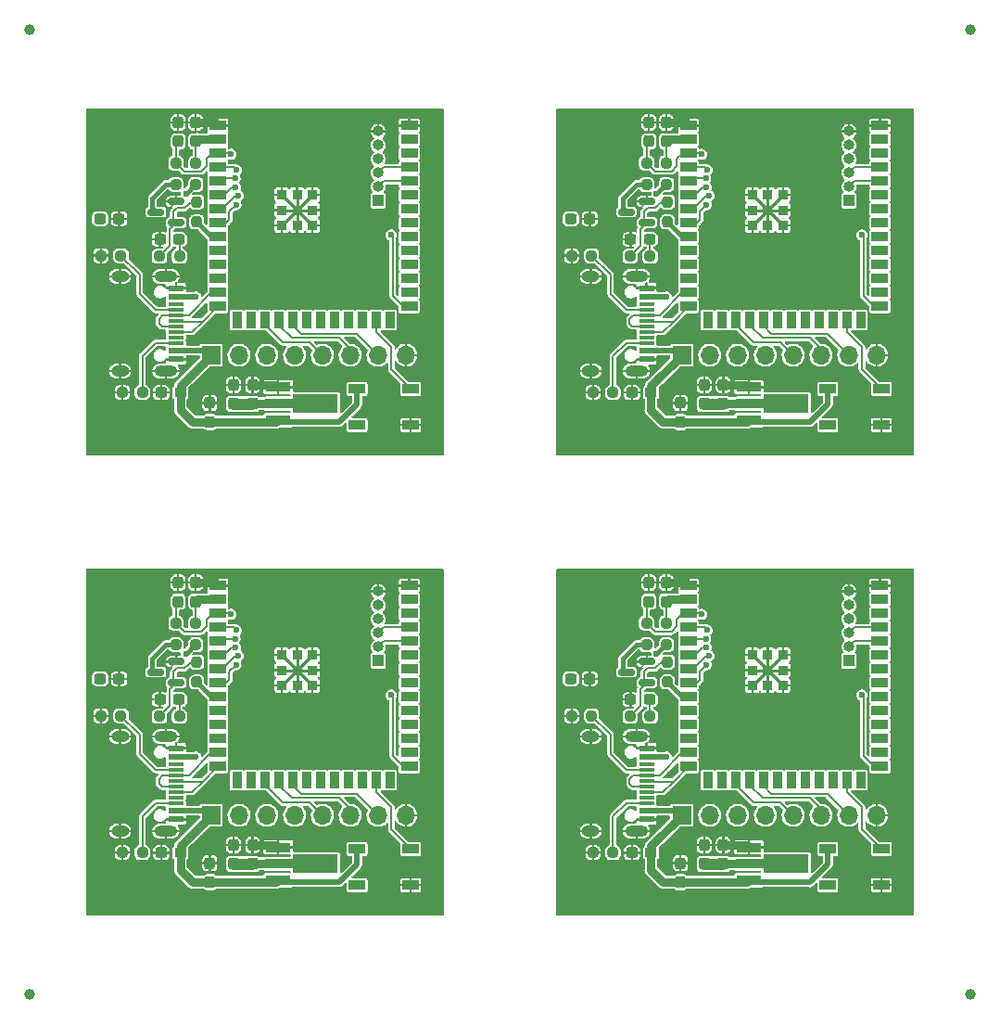
<source format=gtl>
G04 #@! TF.GenerationSoftware,KiCad,Pcbnew,6.0.11-2627ca5db0~126~ubuntu22.04.1*
G04 #@! TF.CreationDate,2023-02-05T22:44:53+11:00*
G04 #@! TF.ProjectId,panel,70616e65-6c2e-46b6-9963-61645f706362,rev?*
G04 #@! TF.SameCoordinates,Original*
G04 #@! TF.FileFunction,Copper,L1,Top*
G04 #@! TF.FilePolarity,Positive*
%FSLAX46Y46*%
G04 Gerber Fmt 4.6, Leading zero omitted, Abs format (unit mm)*
G04 Created by KiCad (PCBNEW 6.0.11-2627ca5db0~126~ubuntu22.04.1) date 2023-02-05 22:44:53*
%MOMM*%
%LPD*%
G01*
G04 APERTURE LIST*
G04 Aperture macros list*
%AMRoundRect*
0 Rectangle with rounded corners*
0 $1 Rounding radius*
0 $2 $3 $4 $5 $6 $7 $8 $9 X,Y pos of 4 corners*
0 Add a 4 corners polygon primitive as box body*
4,1,4,$2,$3,$4,$5,$6,$7,$8,$9,$2,$3,0*
0 Add four circle primitives for the rounded corners*
1,1,$1+$1,$2,$3*
1,1,$1+$1,$4,$5*
1,1,$1+$1,$6,$7*
1,1,$1+$1,$8,$9*
0 Add four rect primitives between the rounded corners*
20,1,$1+$1,$2,$3,$4,$5,0*
20,1,$1+$1,$4,$5,$6,$7,0*
20,1,$1+$1,$6,$7,$8,$9,0*
20,1,$1+$1,$8,$9,$2,$3,0*%
%AMFreePoly0*
4,1,9,5.362500,-0.866500,1.237500,-0.866500,1.237500,-0.450000,-1.237500,-0.450000,-1.237500,0.450000,1.237500,0.450000,1.237500,0.866500,5.362500,0.866500,5.362500,-0.866500,5.362500,-0.866500,$1*%
G04 Aperture macros list end*
G04 #@! TA.AperFunction,SMDPad,CuDef*
%ADD10R,1.500000X0.900000*%
G04 #@! TD*
G04 #@! TA.AperFunction,SMDPad,CuDef*
%ADD11R,0.900000X1.500000*%
G04 #@! TD*
G04 #@! TA.AperFunction,SMDPad,CuDef*
%ADD12R,0.900000X0.900000*%
G04 #@! TD*
G04 #@! TA.AperFunction,SMDPad,CuDef*
%ADD13C,1.000000*%
G04 #@! TD*
G04 #@! TA.AperFunction,SMDPad,CuDef*
%ADD14RoundRect,0.150000X0.587500X0.150000X-0.587500X0.150000X-0.587500X-0.150000X0.587500X-0.150000X0*%
G04 #@! TD*
G04 #@! TA.AperFunction,SMDPad,CuDef*
%ADD15RoundRect,0.237500X0.237500X-0.300000X0.237500X0.300000X-0.237500X0.300000X-0.237500X-0.300000X0*%
G04 #@! TD*
G04 #@! TA.AperFunction,SMDPad,CuDef*
%ADD16RoundRect,0.237500X0.250000X0.237500X-0.250000X0.237500X-0.250000X-0.237500X0.250000X-0.237500X0*%
G04 #@! TD*
G04 #@! TA.AperFunction,ComponentPad*
%ADD17R,1.700000X1.700000*%
G04 #@! TD*
G04 #@! TA.AperFunction,ComponentPad*
%ADD18O,1.700000X1.700000*%
G04 #@! TD*
G04 #@! TA.AperFunction,SMDPad,CuDef*
%ADD19RoundRect,0.237500X0.300000X0.237500X-0.300000X0.237500X-0.300000X-0.237500X0.300000X-0.237500X0*%
G04 #@! TD*
G04 #@! TA.AperFunction,SMDPad,CuDef*
%ADD20R,1.450000X0.600000*%
G04 #@! TD*
G04 #@! TA.AperFunction,SMDPad,CuDef*
%ADD21R,1.450000X0.300000*%
G04 #@! TD*
G04 #@! TA.AperFunction,ComponentPad*
%ADD22O,2.100000X1.000000*%
G04 #@! TD*
G04 #@! TA.AperFunction,ComponentPad*
%ADD23O,1.600000X1.000000*%
G04 #@! TD*
G04 #@! TA.AperFunction,SMDPad,CuDef*
%ADD24RoundRect,0.237500X0.237500X-0.250000X0.237500X0.250000X-0.237500X0.250000X-0.237500X-0.250000X0*%
G04 #@! TD*
G04 #@! TA.AperFunction,SMDPad,CuDef*
%ADD25RoundRect,0.237500X-0.250000X-0.237500X0.250000X-0.237500X0.250000X0.237500X-0.250000X0.237500X0*%
G04 #@! TD*
G04 #@! TA.AperFunction,SMDPad,CuDef*
%ADD26RoundRect,0.237500X-0.300000X-0.237500X0.300000X-0.237500X0.300000X0.237500X-0.300000X0.237500X0*%
G04 #@! TD*
G04 #@! TA.AperFunction,SMDPad,CuDef*
%ADD27R,2.300000X0.900000*%
G04 #@! TD*
G04 #@! TA.AperFunction,SMDPad,CuDef*
%ADD28FreePoly0,0.000000*%
G04 #@! TD*
G04 #@! TA.AperFunction,ComponentPad*
%ADD29R,1.000000X1.000000*%
G04 #@! TD*
G04 #@! TA.AperFunction,ComponentPad*
%ADD30O,1.000000X1.000000*%
G04 #@! TD*
G04 #@! TA.AperFunction,ViaPad*
%ADD31C,0.600000*%
G04 #@! TD*
G04 #@! TA.AperFunction,Conductor*
%ADD32C,0.203200*%
G04 #@! TD*
G04 #@! TA.AperFunction,Conductor*
%ADD33C,0.762000*%
G04 #@! TD*
G04 #@! TA.AperFunction,Conductor*
%ADD34C,1.000000*%
G04 #@! TD*
G04 #@! TA.AperFunction,Conductor*
%ADD35C,0.200000*%
G04 #@! TD*
G04 #@! TA.AperFunction,Conductor*
%ADD36C,0.508000*%
G04 #@! TD*
G04 #@! TA.AperFunction,Conductor*
%ADD37C,0.381000*%
G04 #@! TD*
G04 #@! TA.AperFunction,Conductor*
%ADD38C,0.250000*%
G04 #@! TD*
G04 APERTURE END LIST*
D10*
X122715000Y-74715000D03*
X122715000Y-75985000D03*
X122715000Y-77255000D03*
X122715000Y-78525000D03*
X122715000Y-79795000D03*
X122715000Y-81065000D03*
X122715000Y-82335000D03*
X122715000Y-83605000D03*
X122715000Y-84875000D03*
X122715000Y-86145000D03*
X122715000Y-87415000D03*
X122715000Y-88685000D03*
X122715000Y-89955000D03*
X122715000Y-91225000D03*
D11*
X124480000Y-92475000D03*
X125750000Y-92475000D03*
X127020000Y-92475000D03*
X128290000Y-92475000D03*
X129560000Y-92475000D03*
X130830000Y-92475000D03*
X132100000Y-92475000D03*
X133370000Y-92475000D03*
X134640000Y-92475000D03*
X135910000Y-92475000D03*
X137180000Y-92475000D03*
X138450000Y-92475000D03*
D10*
X140215000Y-91225000D03*
X140215000Y-89955000D03*
X140215000Y-88685000D03*
X140215000Y-87415000D03*
X140215000Y-86145000D03*
X140215000Y-84875000D03*
X140215000Y-83605000D03*
X140215000Y-82335000D03*
X140215000Y-81065000D03*
X140215000Y-79795000D03*
X140215000Y-78525000D03*
X140215000Y-77255000D03*
X140215000Y-75985000D03*
X140215000Y-74715000D03*
D12*
X128565000Y-82435000D03*
X129965000Y-82435000D03*
X129965000Y-83835000D03*
X131365000Y-83835000D03*
X128565000Y-83835000D03*
X129965000Y-81035000D03*
X128565000Y-81035000D03*
X131365000Y-81035000D03*
X131365000Y-82435000D03*
D13*
X105500000Y-24000000D03*
D14*
X118937500Y-83550000D03*
X118937500Y-81650000D03*
X117062500Y-82600000D03*
D15*
X164990000Y-59762500D03*
X164990000Y-58037500D03*
X119100000Y-76162500D03*
X119100000Y-74437500D03*
X121990000Y-101762500D03*
X121990000Y-100037500D03*
D16*
X163712500Y-78130000D03*
X161887500Y-78130000D03*
D17*
X122125000Y-53675000D03*
D18*
X124665000Y-53675000D03*
X127205000Y-53675000D03*
X129745000Y-53675000D03*
X132285000Y-53675000D03*
X134825000Y-53675000D03*
X137365000Y-53675000D03*
X139905000Y-53675000D03*
D15*
X168900000Y-58112500D03*
X168900000Y-56387500D03*
D16*
X156872500Y-44590000D03*
X155047500Y-44590000D03*
D17*
X122125000Y-95675000D03*
D18*
X124665000Y-95675000D03*
X127205000Y-95675000D03*
X129745000Y-95675000D03*
X132285000Y-95675000D03*
X134825000Y-95675000D03*
X137365000Y-95675000D03*
X139905000Y-95675000D03*
D19*
X162162500Y-85100000D03*
X160437500Y-85100000D03*
D15*
X162100000Y-76162500D03*
X162100000Y-74437500D03*
D20*
X118885000Y-47550000D03*
X118885000Y-48350000D03*
D21*
X118885000Y-49550000D03*
X118885000Y-50550000D03*
X118885000Y-51050000D03*
X118885000Y-52050000D03*
D20*
X118885000Y-53250000D03*
X118885000Y-54050000D03*
X118885000Y-54050000D03*
X118885000Y-53250000D03*
D21*
X118885000Y-52550000D03*
X118885000Y-51550000D03*
X118885000Y-50050000D03*
X118885000Y-49050000D03*
D20*
X118885000Y-48350000D03*
X118885000Y-47550000D03*
D22*
X117970000Y-46480000D03*
X117970000Y-55120000D03*
D23*
X113790000Y-46480000D03*
X113790000Y-55120000D03*
D10*
X135450000Y-98750000D03*
X135450000Y-102050000D03*
X140350000Y-102050000D03*
X140350000Y-98750000D03*
D24*
X163800000Y-83512500D03*
X163800000Y-81687500D03*
D15*
X125900000Y-58112500D03*
X125900000Y-56387500D03*
D25*
X118887500Y-80100000D03*
X120712500Y-80100000D03*
D10*
X178450000Y-98750000D03*
X178450000Y-102050000D03*
X183350000Y-102050000D03*
X183350000Y-98750000D03*
D15*
X167150000Y-100112500D03*
X167150000Y-98387500D03*
D16*
X156872500Y-86590000D03*
X155047500Y-86590000D03*
X158822500Y-57070000D03*
X156997500Y-57070000D03*
X120712500Y-36130000D03*
X118887500Y-36130000D03*
D19*
X119292500Y-57090000D03*
X117567500Y-57090000D03*
D16*
X163712500Y-36130000D03*
X161887500Y-36130000D03*
X119212500Y-86650000D03*
X117387500Y-86650000D03*
D15*
X125900000Y-100112500D03*
X125900000Y-98387500D03*
D16*
X113872500Y-44590000D03*
X112047500Y-44590000D03*
D10*
X135450000Y-56750000D03*
X135450000Y-60050000D03*
X140350000Y-60050000D03*
X140350000Y-56750000D03*
D16*
X115822500Y-57070000D03*
X113997500Y-57070000D03*
D26*
X111977500Y-41220000D03*
X113702500Y-41220000D03*
X154977500Y-83220000D03*
X156702500Y-83220000D03*
D17*
X165125000Y-53675000D03*
D18*
X167665000Y-53675000D03*
X170205000Y-53675000D03*
X172745000Y-53675000D03*
X175285000Y-53675000D03*
X177825000Y-53675000D03*
X180365000Y-53675000D03*
X182905000Y-53675000D03*
D27*
X171250000Y-98600000D03*
D28*
X171337500Y-100100000D03*
D27*
X171250000Y-101600000D03*
D16*
X115822500Y-99070000D03*
X113997500Y-99070000D03*
D19*
X162292500Y-99090000D03*
X160567500Y-99090000D03*
D15*
X124150000Y-58112500D03*
X124150000Y-56387500D03*
X163700000Y-76162500D03*
X163700000Y-74437500D03*
D14*
X118937500Y-41550000D03*
X118937500Y-39650000D03*
X117062500Y-40600000D03*
D25*
X118887500Y-38100000D03*
X120712500Y-38100000D03*
X161887500Y-80100000D03*
X163712500Y-80100000D03*
D15*
X168900000Y-100112500D03*
X168900000Y-98387500D03*
D27*
X128250000Y-98600000D03*
D28*
X128337500Y-100100000D03*
D27*
X128250000Y-101600000D03*
D16*
X162212500Y-44650000D03*
X160387500Y-44650000D03*
D15*
X164990000Y-101762500D03*
X164990000Y-100037500D03*
D16*
X113872500Y-86590000D03*
X112047500Y-86590000D03*
D15*
X162100000Y-34162500D03*
X162100000Y-32437500D03*
X124150000Y-100112500D03*
X124150000Y-98387500D03*
D16*
X120712500Y-78130000D03*
X118887500Y-78130000D03*
D15*
X163700000Y-34162500D03*
X163700000Y-32437500D03*
D16*
X119212500Y-44650000D03*
X117387500Y-44650000D03*
D10*
X165715000Y-32715000D03*
X165715000Y-33985000D03*
X165715000Y-35255000D03*
X165715000Y-36525000D03*
X165715000Y-37795000D03*
X165715000Y-39065000D03*
X165715000Y-40335000D03*
X165715000Y-41605000D03*
X165715000Y-42875000D03*
X165715000Y-44145000D03*
X165715000Y-45415000D03*
X165715000Y-46685000D03*
X165715000Y-47955000D03*
X165715000Y-49225000D03*
D11*
X167480000Y-50475000D03*
X168750000Y-50475000D03*
X170020000Y-50475000D03*
X171290000Y-50475000D03*
X172560000Y-50475000D03*
X173830000Y-50475000D03*
X175100000Y-50475000D03*
X176370000Y-50475000D03*
X177640000Y-50475000D03*
X178910000Y-50475000D03*
X180180000Y-50475000D03*
X181450000Y-50475000D03*
D10*
X183215000Y-49225000D03*
X183215000Y-47955000D03*
X183215000Y-46685000D03*
X183215000Y-45415000D03*
X183215000Y-44145000D03*
X183215000Y-42875000D03*
X183215000Y-41605000D03*
X183215000Y-40335000D03*
X183215000Y-39065000D03*
X183215000Y-37795000D03*
X183215000Y-36525000D03*
X183215000Y-35255000D03*
X183215000Y-33985000D03*
X183215000Y-32715000D03*
D12*
X172965000Y-39035000D03*
X172965000Y-40435000D03*
X174365000Y-39035000D03*
X171565000Y-39035000D03*
X172965000Y-41835000D03*
X171565000Y-41835000D03*
X174365000Y-41835000D03*
X174365000Y-40435000D03*
X171565000Y-40435000D03*
D19*
X119162500Y-43100000D03*
X117437500Y-43100000D03*
X162162500Y-43100000D03*
X160437500Y-43100000D03*
D13*
X191500000Y-112000000D03*
D10*
X165715000Y-74715000D03*
X165715000Y-75985000D03*
X165715000Y-77255000D03*
X165715000Y-78525000D03*
X165715000Y-79795000D03*
X165715000Y-81065000D03*
X165715000Y-82335000D03*
X165715000Y-83605000D03*
X165715000Y-84875000D03*
X165715000Y-86145000D03*
X165715000Y-87415000D03*
X165715000Y-88685000D03*
X165715000Y-89955000D03*
X165715000Y-91225000D03*
D11*
X167480000Y-92475000D03*
X168750000Y-92475000D03*
X170020000Y-92475000D03*
X171290000Y-92475000D03*
X172560000Y-92475000D03*
X173830000Y-92475000D03*
X175100000Y-92475000D03*
X176370000Y-92475000D03*
X177640000Y-92475000D03*
X178910000Y-92475000D03*
X180180000Y-92475000D03*
X181450000Y-92475000D03*
D10*
X183215000Y-91225000D03*
X183215000Y-89955000D03*
X183215000Y-88685000D03*
X183215000Y-87415000D03*
X183215000Y-86145000D03*
X183215000Y-84875000D03*
X183215000Y-83605000D03*
X183215000Y-82335000D03*
X183215000Y-81065000D03*
X183215000Y-79795000D03*
X183215000Y-78525000D03*
X183215000Y-77255000D03*
X183215000Y-75985000D03*
X183215000Y-74715000D03*
D12*
X171565000Y-82435000D03*
X172965000Y-83835000D03*
X174365000Y-83835000D03*
X174365000Y-82435000D03*
X172965000Y-82435000D03*
X171565000Y-81035000D03*
X172965000Y-81035000D03*
X174365000Y-81035000D03*
X171565000Y-83835000D03*
D24*
X120800000Y-83512500D03*
X120800000Y-81687500D03*
D16*
X162212500Y-86650000D03*
X160387500Y-86650000D03*
D26*
X154977500Y-41220000D03*
X156702500Y-41220000D03*
D17*
X165125000Y-95675000D03*
D18*
X167665000Y-95675000D03*
X170205000Y-95675000D03*
X172745000Y-95675000D03*
X175285000Y-95675000D03*
X177825000Y-95675000D03*
X180365000Y-95675000D03*
X182905000Y-95675000D03*
D13*
X191500000Y-24000000D03*
D16*
X158822500Y-99070000D03*
X156997500Y-99070000D03*
D19*
X119162500Y-85100000D03*
X117437500Y-85100000D03*
D15*
X120700000Y-76162500D03*
X120700000Y-74437500D03*
D10*
X122715000Y-32715000D03*
X122715000Y-33985000D03*
X122715000Y-35255000D03*
X122715000Y-36525000D03*
X122715000Y-37795000D03*
X122715000Y-39065000D03*
X122715000Y-40335000D03*
X122715000Y-41605000D03*
X122715000Y-42875000D03*
X122715000Y-44145000D03*
X122715000Y-45415000D03*
X122715000Y-46685000D03*
X122715000Y-47955000D03*
X122715000Y-49225000D03*
D11*
X124480000Y-50475000D03*
X125750000Y-50475000D03*
X127020000Y-50475000D03*
X128290000Y-50475000D03*
X129560000Y-50475000D03*
X130830000Y-50475000D03*
X132100000Y-50475000D03*
X133370000Y-50475000D03*
X134640000Y-50475000D03*
X135910000Y-50475000D03*
X137180000Y-50475000D03*
X138450000Y-50475000D03*
D10*
X140215000Y-49225000D03*
X140215000Y-47955000D03*
X140215000Y-46685000D03*
X140215000Y-45415000D03*
X140215000Y-44145000D03*
X140215000Y-42875000D03*
X140215000Y-41605000D03*
X140215000Y-40335000D03*
X140215000Y-39065000D03*
X140215000Y-37795000D03*
X140215000Y-36525000D03*
X140215000Y-35255000D03*
X140215000Y-33985000D03*
X140215000Y-32715000D03*
D12*
X128565000Y-41835000D03*
X131365000Y-39035000D03*
X128565000Y-39035000D03*
X129965000Y-40435000D03*
X131365000Y-40435000D03*
X128565000Y-40435000D03*
X131365000Y-41835000D03*
X129965000Y-41835000D03*
X129965000Y-39035000D03*
D20*
X161885000Y-47550000D03*
X161885000Y-48350000D03*
D21*
X161885000Y-49550000D03*
X161885000Y-50550000D03*
X161885000Y-51050000D03*
X161885000Y-52050000D03*
D20*
X161885000Y-53250000D03*
X161885000Y-54050000D03*
X161885000Y-54050000D03*
X161885000Y-53250000D03*
D21*
X161885000Y-52550000D03*
X161885000Y-51550000D03*
X161885000Y-50050000D03*
X161885000Y-49050000D03*
D20*
X161885000Y-48350000D03*
X161885000Y-47550000D03*
D22*
X160970000Y-46480000D03*
D23*
X156790000Y-55120000D03*
X156790000Y-46480000D03*
D22*
X160970000Y-55120000D03*
D27*
X128250000Y-56600000D03*
D28*
X128337500Y-58100000D03*
D27*
X128250000Y-59600000D03*
D24*
X120800000Y-41512500D03*
X120800000Y-39687500D03*
D29*
X137375000Y-39575000D03*
D30*
X137375000Y-38305000D03*
X137375000Y-37035000D03*
X137375000Y-35765000D03*
X137375000Y-34495000D03*
X137375000Y-33225000D03*
D15*
X167150000Y-58112500D03*
X167150000Y-56387500D03*
D13*
X105500000Y-112000000D03*
D20*
X118885000Y-89550000D03*
X118885000Y-90350000D03*
D21*
X118885000Y-91550000D03*
X118885000Y-92550000D03*
X118885000Y-93050000D03*
X118885000Y-94050000D03*
D20*
X118885000Y-95250000D03*
X118885000Y-96050000D03*
X118885000Y-96050000D03*
X118885000Y-95250000D03*
D21*
X118885000Y-94550000D03*
X118885000Y-93550000D03*
X118885000Y-92050000D03*
X118885000Y-91050000D03*
D20*
X118885000Y-90350000D03*
X118885000Y-89550000D03*
D22*
X117970000Y-88480000D03*
D23*
X113790000Y-88480000D03*
D22*
X117970000Y-97120000D03*
D23*
X113790000Y-97120000D03*
D10*
X178450000Y-56750000D03*
X178450000Y-60050000D03*
X183350000Y-60050000D03*
X183350000Y-56750000D03*
D26*
X111977500Y-83220000D03*
X113702500Y-83220000D03*
D15*
X119100000Y-34162500D03*
X119100000Y-32437500D03*
X120700000Y-34162500D03*
X120700000Y-32437500D03*
D25*
X161887500Y-38100000D03*
X163712500Y-38100000D03*
D27*
X171250000Y-56600000D03*
D28*
X171337500Y-58100000D03*
D27*
X171250000Y-59600000D03*
D19*
X119292500Y-99090000D03*
X117567500Y-99090000D03*
D14*
X161937500Y-41550000D03*
X161937500Y-39650000D03*
X160062500Y-40600000D03*
D15*
X121990000Y-59762500D03*
X121990000Y-58037500D03*
D19*
X162292500Y-57090000D03*
X160567500Y-57090000D03*
D29*
X180375000Y-39575000D03*
D30*
X180375000Y-38305000D03*
X180375000Y-37035000D03*
X180375000Y-35765000D03*
X180375000Y-34495000D03*
X180375000Y-33225000D03*
D14*
X161937500Y-83550000D03*
X161937500Y-81650000D03*
X160062500Y-82600000D03*
D29*
X180375000Y-81575000D03*
D30*
X180375000Y-80305000D03*
X180375000Y-79035000D03*
X180375000Y-77765000D03*
X180375000Y-76495000D03*
X180375000Y-75225000D03*
D24*
X163800000Y-41512500D03*
X163800000Y-39687500D03*
D29*
X137375000Y-81575000D03*
D30*
X137375000Y-80305000D03*
X137375000Y-79035000D03*
X137375000Y-77765000D03*
X137375000Y-76495000D03*
X137375000Y-75225000D03*
D20*
X161885000Y-89550000D03*
X161885000Y-90350000D03*
D21*
X161885000Y-91550000D03*
X161885000Y-92550000D03*
X161885000Y-93050000D03*
X161885000Y-94050000D03*
D20*
X161885000Y-95250000D03*
X161885000Y-96050000D03*
X161885000Y-96050000D03*
X161885000Y-95250000D03*
D21*
X161885000Y-94550000D03*
X161885000Y-93550000D03*
X161885000Y-92050000D03*
X161885000Y-91050000D03*
D20*
X161885000Y-90350000D03*
X161885000Y-89550000D03*
D22*
X160970000Y-97120000D03*
D23*
X156790000Y-88480000D03*
X156790000Y-97120000D03*
D22*
X160970000Y-88480000D03*
D31*
X124190000Y-58140000D03*
X120820000Y-34170000D03*
X119150000Y-43100000D03*
X111977500Y-41220000D03*
X120730000Y-48360000D03*
X138560000Y-42690000D03*
X124586484Y-39113319D03*
X124300000Y-37550000D03*
X124378010Y-39931796D03*
X124413067Y-36758533D03*
X124356962Y-38347471D03*
X123915000Y-35335000D03*
X134250000Y-60750000D03*
X138250000Y-49000000D03*
X131150000Y-36760000D03*
X137000000Y-48250000D03*
X124210000Y-48200000D03*
X116000000Y-34000000D03*
X136250000Y-49000000D03*
X132000000Y-56500000D03*
X130750000Y-43250000D03*
X113500000Y-42500000D03*
X124140000Y-61330000D03*
X120870000Y-47250000D03*
X113200000Y-33320000D03*
X142250000Y-56000000D03*
X115130000Y-51940000D03*
X117740000Y-33300000D03*
X112170000Y-61070000D03*
X127750000Y-42750000D03*
X134050000Y-36790000D03*
X138750000Y-56500000D03*
X128060000Y-36730000D03*
X132500000Y-39250000D03*
X126980000Y-36730000D03*
X128750000Y-43250000D03*
X122320000Y-31590000D03*
X130250000Y-56500000D03*
X138500000Y-34500000D03*
X116000000Y-35000000D03*
X113800000Y-50040000D03*
X130000000Y-43750000D03*
X139000000Y-58750000D03*
X139000000Y-57500000D03*
X113000000Y-38000000D03*
X132030000Y-36760000D03*
X139500000Y-31750000D03*
X124880000Y-33900000D03*
X114410000Y-51370000D03*
X126250000Y-48750000D03*
X132500000Y-41750000D03*
X113130000Y-49440000D03*
X129540000Y-34810000D03*
X125590000Y-36880000D03*
X116500000Y-47000000D03*
X137500000Y-59250000D03*
X112110000Y-32340000D03*
X131270000Y-34810000D03*
X133990000Y-34780000D03*
X126500000Y-51750000D03*
X114590000Y-47560000D03*
X120900000Y-52120000D03*
X116030000Y-58460000D03*
X119860000Y-35340000D03*
X117000000Y-34000000D03*
X123280000Y-31630000D03*
X115770000Y-52440000D03*
X123060000Y-58550000D03*
X138000000Y-47500000D03*
X112110000Y-34290000D03*
X129110000Y-36710000D03*
X130420000Y-34830000D03*
X120000000Y-46750000D03*
X123060000Y-57580000D03*
X137250000Y-49000000D03*
X118110000Y-37130000D03*
X127320000Y-34830000D03*
X113000000Y-37000000D03*
X113370000Y-31940000D03*
X136320000Y-33260000D03*
X129750000Y-43000000D03*
X132910000Y-36790000D03*
X125340000Y-32990000D03*
X125390000Y-34890000D03*
X139000000Y-52250000D03*
X138750000Y-61250000D03*
X133500000Y-56500000D03*
X111940000Y-33370000D03*
X129250000Y-38000000D03*
X124500000Y-49000000D03*
X133450000Y-32340000D03*
X129200000Y-32400000D03*
X121250000Y-44750000D03*
X135820000Y-34840000D03*
X118150000Y-38910000D03*
X135250000Y-55250000D03*
X112410000Y-49710000D03*
X132500000Y-42500000D03*
X137500000Y-61250000D03*
X120500000Y-45000000D03*
X137750000Y-58000000D03*
X128500000Y-38000000D03*
X136500000Y-59000000D03*
X115000000Y-36000000D03*
X115000000Y-35000000D03*
X119950000Y-40840000D03*
X133110000Y-34750000D03*
X142000000Y-60000000D03*
X127500000Y-39500000D03*
X114000000Y-37000000D03*
X116500000Y-41500000D03*
X138500000Y-33500000D03*
X134940000Y-34830000D03*
X136250000Y-45250000D03*
X122250000Y-55250000D03*
X136250000Y-61500000D03*
X117810000Y-60920000D03*
X132750000Y-47500000D03*
X124430000Y-32480000D03*
X123310000Y-52040000D03*
X140250000Y-31500000D03*
X123320000Y-51200000D03*
X114500000Y-42500000D03*
X125590000Y-38810000D03*
X137250000Y-55250000D03*
X128000000Y-61760000D03*
X127596503Y-38727809D03*
X134190000Y-47410000D03*
X121000000Y-58500000D03*
X128460000Y-34830000D03*
X126360000Y-34830000D03*
X114160000Y-60160000D03*
X124150000Y-33500000D03*
X135140000Y-46810000D03*
X137380000Y-31930000D03*
X137750000Y-48250000D03*
X127500000Y-55250000D03*
X112430000Y-48790000D03*
X125310000Y-41730000D03*
X113980000Y-43360000D03*
X140500000Y-58250000D03*
X128500000Y-55000000D03*
X111760000Y-54930000D03*
X127500000Y-40250000D03*
X123500000Y-54750000D03*
X129660000Y-61830000D03*
X123270000Y-50260000D03*
X133500000Y-53000000D03*
X125540000Y-37810000D03*
X119500000Y-46000000D03*
X132500000Y-41000000D03*
X119730000Y-61540000D03*
X132500000Y-40000000D03*
X129750000Y-47500000D03*
X128250000Y-47500000D03*
X131000000Y-55750000D03*
X124400000Y-40850000D03*
X130000000Y-38000000D03*
X131250000Y-47500000D03*
X117600000Y-39680000D03*
X115500000Y-42000000D03*
X111670000Y-62000000D03*
X131750000Y-43000000D03*
X133750000Y-55000000D03*
X141000000Y-61500000D03*
X142000000Y-33500000D03*
X138500000Y-32500000D03*
X123000000Y-55250000D03*
X124520000Y-34600000D03*
X138250000Y-51750000D03*
X131100000Y-32340000D03*
X126000000Y-52500000D03*
X117510000Y-48870000D03*
X126330000Y-32990000D03*
X126000000Y-55000000D03*
X121120000Y-46510000D03*
X116480000Y-32050000D03*
X132170000Y-34810000D03*
X113710000Y-50820000D03*
X141000000Y-31750000D03*
X142000000Y-34500000D03*
X112360000Y-54100000D03*
X116290000Y-60230000D03*
X132500000Y-38500000D03*
X124140000Y-47300000D03*
X142000000Y-61000000D03*
X115670000Y-61750000D03*
X130750000Y-38000000D03*
X113040000Y-50290000D03*
X142000000Y-32500000D03*
X121642500Y-32437500D03*
X140000000Y-61500000D03*
X130250000Y-36710000D03*
X120500000Y-57500000D03*
X125470000Y-48950000D03*
X121060000Y-49970000D03*
X117380000Y-41500000D03*
X115500000Y-39500000D03*
X131500000Y-38000000D03*
X136250000Y-54750000D03*
X139500000Y-51500000D03*
X112710000Y-62000000D03*
X127000000Y-47920000D03*
X115090000Y-33360000D03*
X114000000Y-36000000D03*
X113810000Y-53140000D03*
X111820000Y-35730000D03*
X116480000Y-33000000D03*
X135500000Y-61500000D03*
X139500000Y-50750000D03*
X138500000Y-60250000D03*
X137250000Y-60250000D03*
X126100000Y-33900000D03*
X126140000Y-61750000D03*
X121730000Y-61680000D03*
X124660000Y-42240000D03*
X135810000Y-46120000D03*
X127250000Y-42000000D03*
X125510000Y-39800000D03*
X127250000Y-41000000D03*
X112370000Y-52180000D03*
X125420000Y-40820000D03*
X134250000Y-61500000D03*
X119810000Y-38910000D03*
X167190000Y-58140000D03*
X163820000Y-34170000D03*
X162150000Y-43100000D03*
X154977500Y-41220000D03*
X163730000Y-48360000D03*
X181560000Y-42690000D03*
X167586484Y-39113319D03*
X167300000Y-37550000D03*
X167378010Y-39931796D03*
X167413067Y-36758533D03*
X167356962Y-38347471D03*
X166915000Y-35335000D03*
X177250000Y-60750000D03*
X181250000Y-49000000D03*
X174150000Y-36760000D03*
X180000000Y-48250000D03*
X167210000Y-48200000D03*
X159000000Y-34000000D03*
X179250000Y-49000000D03*
X175000000Y-56500000D03*
X173750000Y-43250000D03*
X156500000Y-42500000D03*
X167140000Y-61330000D03*
X163870000Y-47250000D03*
X156200000Y-33320000D03*
X185250000Y-56000000D03*
X158130000Y-51940000D03*
X160740000Y-33300000D03*
X155170000Y-61070000D03*
X170750000Y-42750000D03*
X177050000Y-36790000D03*
X181750000Y-56500000D03*
X171060000Y-36730000D03*
X175500000Y-39250000D03*
X169980000Y-36730000D03*
X171750000Y-43250000D03*
X165320000Y-31590000D03*
X173250000Y-56500000D03*
X181500000Y-34500000D03*
X159000000Y-35000000D03*
X156800000Y-50040000D03*
X173000000Y-43750000D03*
X182000000Y-58750000D03*
X182000000Y-57500000D03*
X156000000Y-38000000D03*
X175030000Y-36760000D03*
X182500000Y-31750000D03*
X167880000Y-33900000D03*
X157410000Y-51370000D03*
X169250000Y-48750000D03*
X175500000Y-41750000D03*
X156130000Y-49440000D03*
X172540000Y-34810000D03*
X168590000Y-36880000D03*
X159500000Y-47000000D03*
X180500000Y-59250000D03*
X155110000Y-32340000D03*
X174270000Y-34810000D03*
X176990000Y-34780000D03*
X169500000Y-51750000D03*
X157590000Y-47560000D03*
X163900000Y-52120000D03*
X159030000Y-58460000D03*
X162860000Y-35340000D03*
X160000000Y-34000000D03*
X166280000Y-31630000D03*
X158770000Y-52440000D03*
X166060000Y-58550000D03*
X181000000Y-47500000D03*
X155110000Y-34290000D03*
X172110000Y-36710000D03*
X173420000Y-34830000D03*
X163000000Y-46750000D03*
X166060000Y-57580000D03*
X180250000Y-49000000D03*
X161110000Y-37130000D03*
X170320000Y-34830000D03*
X156000000Y-37000000D03*
X156370000Y-31940000D03*
X179320000Y-33260000D03*
X172750000Y-43000000D03*
X175910000Y-36790000D03*
X168340000Y-32990000D03*
X168390000Y-34890000D03*
X182000000Y-52250000D03*
X181750000Y-61250000D03*
X176500000Y-56500000D03*
X154940000Y-33370000D03*
X172250000Y-38000000D03*
X167500000Y-49000000D03*
X176450000Y-32340000D03*
X172200000Y-32400000D03*
X164250000Y-44750000D03*
X178820000Y-34840000D03*
X161150000Y-38910000D03*
X178250000Y-55250000D03*
X155410000Y-49710000D03*
X175500000Y-42500000D03*
X180500000Y-61250000D03*
X163500000Y-45000000D03*
X180750000Y-58000000D03*
X171500000Y-38000000D03*
X179500000Y-59000000D03*
X158000000Y-36000000D03*
X158000000Y-35000000D03*
X162950000Y-40840000D03*
X176110000Y-34750000D03*
X185000000Y-60000000D03*
X170500000Y-39500000D03*
X157000000Y-37000000D03*
X159500000Y-41500000D03*
X181500000Y-33500000D03*
X177940000Y-34830000D03*
X179250000Y-45250000D03*
X165250000Y-55250000D03*
X179250000Y-61500000D03*
X160810000Y-60920000D03*
X175750000Y-47500000D03*
X167430000Y-32480000D03*
X166310000Y-52040000D03*
X183250000Y-31500000D03*
X166320000Y-51200000D03*
X157500000Y-42500000D03*
X168590000Y-38810000D03*
X180250000Y-55250000D03*
X171000000Y-61760000D03*
X170596503Y-38727809D03*
X177190000Y-47410000D03*
X164000000Y-58500000D03*
X171460000Y-34830000D03*
X169360000Y-34830000D03*
X157160000Y-60160000D03*
X167150000Y-33500000D03*
X178140000Y-46810000D03*
X180380000Y-31930000D03*
X180750000Y-48250000D03*
X170500000Y-55250000D03*
X155430000Y-48790000D03*
X168310000Y-41730000D03*
X156980000Y-43360000D03*
X183500000Y-58250000D03*
X171500000Y-55000000D03*
X154760000Y-54930000D03*
X170500000Y-40250000D03*
X166500000Y-54750000D03*
X172660000Y-61830000D03*
X166270000Y-50260000D03*
X176500000Y-53000000D03*
X168540000Y-37810000D03*
X162500000Y-46000000D03*
X175500000Y-41000000D03*
X162730000Y-61540000D03*
X175500000Y-40000000D03*
X172750000Y-47500000D03*
X171250000Y-47500000D03*
X174000000Y-55750000D03*
X167400000Y-40850000D03*
X173000000Y-38000000D03*
X174250000Y-47500000D03*
X160600000Y-39680000D03*
X158500000Y-42000000D03*
X154670000Y-62000000D03*
X174750000Y-43000000D03*
X176750000Y-55000000D03*
X184000000Y-61500000D03*
X185000000Y-33500000D03*
X181500000Y-32500000D03*
X166000000Y-55250000D03*
X167520000Y-34600000D03*
X181250000Y-51750000D03*
X174100000Y-32340000D03*
X169000000Y-52500000D03*
X160510000Y-48870000D03*
X169330000Y-32990000D03*
X169000000Y-55000000D03*
X164120000Y-46510000D03*
X159480000Y-32050000D03*
X175170000Y-34810000D03*
X156710000Y-50820000D03*
X184000000Y-31750000D03*
X185000000Y-34500000D03*
X155360000Y-54100000D03*
X159290000Y-60230000D03*
X175500000Y-38500000D03*
X167140000Y-47300000D03*
X185000000Y-61000000D03*
X158670000Y-61750000D03*
X173750000Y-38000000D03*
X156040000Y-50290000D03*
X185000000Y-32500000D03*
X164642500Y-32437500D03*
X183000000Y-61500000D03*
X173250000Y-36710000D03*
X163500000Y-57500000D03*
X168470000Y-48950000D03*
X164060000Y-49970000D03*
X160380000Y-41500000D03*
X158500000Y-39500000D03*
X174500000Y-38000000D03*
X179250000Y-54750000D03*
X182500000Y-51500000D03*
X155710000Y-62000000D03*
X170000000Y-47920000D03*
X158090000Y-33360000D03*
X157000000Y-36000000D03*
X156810000Y-53140000D03*
X154820000Y-35730000D03*
X159480000Y-33000000D03*
X178500000Y-61500000D03*
X182500000Y-50750000D03*
X181500000Y-60250000D03*
X180250000Y-60250000D03*
X169100000Y-33900000D03*
X169140000Y-61750000D03*
X164730000Y-61680000D03*
X167660000Y-42240000D03*
X178810000Y-46120000D03*
X170250000Y-42000000D03*
X168510000Y-39800000D03*
X170250000Y-41000000D03*
X155370000Y-52180000D03*
X168420000Y-40820000D03*
X177250000Y-61500000D03*
X162810000Y-38910000D03*
X124190000Y-100140000D03*
X120820000Y-76170000D03*
X119150000Y-85100000D03*
X111977500Y-83220000D03*
X120730000Y-90360000D03*
X138560000Y-84690000D03*
X124586484Y-81113319D03*
X124300000Y-79550000D03*
X124378010Y-81931796D03*
X124413067Y-78758533D03*
X124356962Y-80347471D03*
X123915000Y-77335000D03*
X134250000Y-102750000D03*
X138250000Y-91000000D03*
X131150000Y-78760000D03*
X137000000Y-90250000D03*
X124210000Y-90200000D03*
X116000000Y-76000000D03*
X136250000Y-91000000D03*
X132000000Y-98500000D03*
X130750000Y-85250000D03*
X113500000Y-84500000D03*
X124140000Y-103330000D03*
X120870000Y-89250000D03*
X113200000Y-75320000D03*
X142250000Y-98000000D03*
X115130000Y-93940000D03*
X117740000Y-75300000D03*
X112170000Y-103070000D03*
X127750000Y-84750000D03*
X134050000Y-78790000D03*
X138750000Y-98500000D03*
X128060000Y-78730000D03*
X132500000Y-81250000D03*
X126980000Y-78730000D03*
X128750000Y-85250000D03*
X122320000Y-73590000D03*
X130250000Y-98500000D03*
X138500000Y-76500000D03*
X116000000Y-77000000D03*
X113800000Y-92040000D03*
X130000000Y-85750000D03*
X139000000Y-100750000D03*
X139000000Y-99500000D03*
X113000000Y-80000000D03*
X132030000Y-78760000D03*
X139500000Y-73750000D03*
X124880000Y-75900000D03*
X114410000Y-93370000D03*
X126250000Y-90750000D03*
X132500000Y-83750000D03*
X113130000Y-91440000D03*
X129540000Y-76810000D03*
X125590000Y-78880000D03*
X116500000Y-89000000D03*
X137500000Y-101250000D03*
X112110000Y-74340000D03*
X131270000Y-76810000D03*
X133990000Y-76780000D03*
X126500000Y-93750000D03*
X114590000Y-89560000D03*
X120900000Y-94120000D03*
X116030000Y-100460000D03*
X119860000Y-77340000D03*
X117000000Y-76000000D03*
X123280000Y-73630000D03*
X115770000Y-94440000D03*
X123060000Y-100550000D03*
X138000000Y-89500000D03*
X112110000Y-76290000D03*
X129110000Y-78710000D03*
X130420000Y-76830000D03*
X120000000Y-88750000D03*
X123060000Y-99580000D03*
X137250000Y-91000000D03*
X118110000Y-79130000D03*
X127320000Y-76830000D03*
X113000000Y-79000000D03*
X113370000Y-73940000D03*
X136320000Y-75260000D03*
X129750000Y-85000000D03*
X132910000Y-78790000D03*
X125340000Y-74990000D03*
X125390000Y-76890000D03*
X139000000Y-94250000D03*
X138750000Y-103250000D03*
X133500000Y-98500000D03*
X111940000Y-75370000D03*
X129250000Y-80000000D03*
X124500000Y-91000000D03*
X133450000Y-74340000D03*
X129200000Y-74400000D03*
X121250000Y-86750000D03*
X135820000Y-76840000D03*
X118150000Y-80910000D03*
X135250000Y-97250000D03*
X112410000Y-91710000D03*
X132500000Y-84500000D03*
X137500000Y-103250000D03*
X120500000Y-87000000D03*
X137750000Y-100000000D03*
X128500000Y-80000000D03*
X136500000Y-101000000D03*
X115000000Y-78000000D03*
X115000000Y-77000000D03*
X119950000Y-82840000D03*
X133110000Y-76750000D03*
X142000000Y-102000000D03*
X127500000Y-81500000D03*
X114000000Y-79000000D03*
X116500000Y-83500000D03*
X138500000Y-75500000D03*
X134940000Y-76830000D03*
X136250000Y-87250000D03*
X122250000Y-97250000D03*
X136250000Y-103500000D03*
X117810000Y-102920000D03*
X132750000Y-89500000D03*
X124430000Y-74480000D03*
X123310000Y-94040000D03*
X140250000Y-73500000D03*
X123320000Y-93200000D03*
X114500000Y-84500000D03*
X125590000Y-80810000D03*
X137250000Y-97250000D03*
X128000000Y-103760000D03*
X127596503Y-80727809D03*
X134190000Y-89410000D03*
X121000000Y-100500000D03*
X128460000Y-76830000D03*
X126360000Y-76830000D03*
X114160000Y-102160000D03*
X124150000Y-75500000D03*
X135140000Y-88810000D03*
X137380000Y-73930000D03*
X137750000Y-90250000D03*
X127500000Y-97250000D03*
X112430000Y-90790000D03*
X125310000Y-83730000D03*
X113980000Y-85360000D03*
X140500000Y-100250000D03*
X128500000Y-97000000D03*
X111760000Y-96930000D03*
X127500000Y-82250000D03*
X123500000Y-96750000D03*
X129660000Y-103830000D03*
X123270000Y-92260000D03*
X133500000Y-95000000D03*
X125540000Y-79810000D03*
X119500000Y-88000000D03*
X132500000Y-83000000D03*
X119730000Y-103540000D03*
X132500000Y-82000000D03*
X129750000Y-89500000D03*
X128250000Y-89500000D03*
X131000000Y-97750000D03*
X124400000Y-82850000D03*
X130000000Y-80000000D03*
X131250000Y-89500000D03*
X117600000Y-81680000D03*
X115500000Y-84000000D03*
X111670000Y-104000000D03*
X131750000Y-85000000D03*
X133750000Y-97000000D03*
X141000000Y-103500000D03*
X142000000Y-75500000D03*
X138500000Y-74500000D03*
X123000000Y-97250000D03*
X124520000Y-76600000D03*
X138250000Y-93750000D03*
X131100000Y-74340000D03*
X126000000Y-94500000D03*
X117510000Y-90870000D03*
X126330000Y-74990000D03*
X126000000Y-97000000D03*
X121120000Y-88510000D03*
X116480000Y-74050000D03*
X132170000Y-76810000D03*
X113710000Y-92820000D03*
X141000000Y-73750000D03*
X142000000Y-76500000D03*
X112360000Y-96100000D03*
X116290000Y-102230000D03*
X132500000Y-80500000D03*
X124140000Y-89300000D03*
X142000000Y-103000000D03*
X115670000Y-103750000D03*
X130750000Y-80000000D03*
X113040000Y-92290000D03*
X142000000Y-74500000D03*
X121642500Y-74437500D03*
X140000000Y-103500000D03*
X130250000Y-78710000D03*
X120500000Y-99500000D03*
X125470000Y-90950000D03*
X121060000Y-91970000D03*
X117380000Y-83500000D03*
X115500000Y-81500000D03*
X131500000Y-80000000D03*
X136250000Y-96750000D03*
X139500000Y-93500000D03*
X112710000Y-104000000D03*
X127000000Y-89920000D03*
X115090000Y-75360000D03*
X114000000Y-78000000D03*
X113810000Y-95140000D03*
X111820000Y-77730000D03*
X116480000Y-75000000D03*
X135500000Y-103500000D03*
X139500000Y-92750000D03*
X138500000Y-102250000D03*
X137250000Y-102250000D03*
X126100000Y-75900000D03*
X126140000Y-103750000D03*
X121730000Y-103680000D03*
X124660000Y-84240000D03*
X135810000Y-88120000D03*
X127250000Y-84000000D03*
X125510000Y-81800000D03*
X127250000Y-83000000D03*
X112370000Y-94180000D03*
X125420000Y-82820000D03*
X134250000Y-103500000D03*
X119810000Y-80910000D03*
X167190000Y-100140000D03*
X163820000Y-76170000D03*
X162150000Y-85100000D03*
X154977500Y-83220000D03*
X163730000Y-90360000D03*
X181560000Y-84690000D03*
X167586484Y-81113319D03*
X167300000Y-79550000D03*
X167378010Y-81931796D03*
X167413067Y-78758533D03*
X167356962Y-80347471D03*
X166915000Y-77335000D03*
X177250000Y-102750000D03*
X181250000Y-91000000D03*
X174150000Y-78760000D03*
X180000000Y-90250000D03*
X167210000Y-90200000D03*
X159000000Y-76000000D03*
X179250000Y-91000000D03*
X175000000Y-98500000D03*
X173750000Y-85250000D03*
X156500000Y-84500000D03*
X167140000Y-103330000D03*
X163870000Y-89250000D03*
X156200000Y-75320000D03*
X185250000Y-98000000D03*
X158130000Y-93940000D03*
X160740000Y-75300000D03*
X155170000Y-103070000D03*
X170750000Y-84750000D03*
X177050000Y-78790000D03*
X181750000Y-98500000D03*
X171060000Y-78730000D03*
X175500000Y-81250000D03*
X169980000Y-78730000D03*
X171750000Y-85250000D03*
X165320000Y-73590000D03*
X173250000Y-98500000D03*
X181500000Y-76500000D03*
X159000000Y-77000000D03*
X156800000Y-92040000D03*
X173000000Y-85750000D03*
X182000000Y-100750000D03*
X182000000Y-99500000D03*
X156000000Y-80000000D03*
X175030000Y-78760000D03*
X182500000Y-73750000D03*
X167880000Y-75900000D03*
X157410000Y-93370000D03*
X169250000Y-90750000D03*
X175500000Y-83750000D03*
X156130000Y-91440000D03*
X172540000Y-76810000D03*
X168590000Y-78880000D03*
X159500000Y-89000000D03*
X180500000Y-101250000D03*
X155110000Y-74340000D03*
X174270000Y-76810000D03*
X176990000Y-76780000D03*
X169500000Y-93750000D03*
X157590000Y-89560000D03*
X163900000Y-94120000D03*
X159030000Y-100460000D03*
X162860000Y-77340000D03*
X160000000Y-76000000D03*
X166280000Y-73630000D03*
X158770000Y-94440000D03*
X166060000Y-100550000D03*
X181000000Y-89500000D03*
X155110000Y-76290000D03*
X172110000Y-78710000D03*
X173420000Y-76830000D03*
X163000000Y-88750000D03*
X166060000Y-99580000D03*
X180250000Y-91000000D03*
X161110000Y-79130000D03*
X170320000Y-76830000D03*
X156000000Y-79000000D03*
X156370000Y-73940000D03*
X179320000Y-75260000D03*
X172750000Y-85000000D03*
X175910000Y-78790000D03*
X168340000Y-74990000D03*
X168390000Y-76890000D03*
X182000000Y-94250000D03*
X181750000Y-103250000D03*
X176500000Y-98500000D03*
X154940000Y-75370000D03*
X172250000Y-80000000D03*
X167500000Y-91000000D03*
X176450000Y-74340000D03*
X172200000Y-74400000D03*
X164250000Y-86750000D03*
X178820000Y-76840000D03*
X161150000Y-80910000D03*
X178250000Y-97250000D03*
X155410000Y-91710000D03*
X175500000Y-84500000D03*
X180500000Y-103250000D03*
X163500000Y-87000000D03*
X180750000Y-100000000D03*
X171500000Y-80000000D03*
X179500000Y-101000000D03*
X158000000Y-78000000D03*
X158000000Y-77000000D03*
X162950000Y-82840000D03*
X176110000Y-76750000D03*
X185000000Y-102000000D03*
X170500000Y-81500000D03*
X157000000Y-79000000D03*
X159500000Y-83500000D03*
X181500000Y-75500000D03*
X177940000Y-76830000D03*
X179250000Y-87250000D03*
X165250000Y-97250000D03*
X179250000Y-103500000D03*
X160810000Y-102920000D03*
X175750000Y-89500000D03*
X167430000Y-74480000D03*
X166310000Y-94040000D03*
X183250000Y-73500000D03*
X166320000Y-93200000D03*
X157500000Y-84500000D03*
X168590000Y-80810000D03*
X180250000Y-97250000D03*
X171000000Y-103760000D03*
X170596503Y-80727809D03*
X177190000Y-89410000D03*
X164000000Y-100500000D03*
X171460000Y-76830000D03*
X169360000Y-76830000D03*
X157160000Y-102160000D03*
X167150000Y-75500000D03*
X178140000Y-88810000D03*
X180380000Y-73930000D03*
X180750000Y-90250000D03*
X170500000Y-97250000D03*
X155430000Y-90790000D03*
X168310000Y-83730000D03*
X156980000Y-85360000D03*
X183500000Y-100250000D03*
X171500000Y-97000000D03*
X154760000Y-96930000D03*
X170500000Y-82250000D03*
X166500000Y-96750000D03*
X172660000Y-103830000D03*
X166270000Y-92260000D03*
X176500000Y-95000000D03*
X168540000Y-79810000D03*
X162500000Y-88000000D03*
X175500000Y-83000000D03*
X162730000Y-103540000D03*
X175500000Y-82000000D03*
X172750000Y-89500000D03*
X171250000Y-89500000D03*
X174000000Y-97750000D03*
X167400000Y-82850000D03*
X173000000Y-80000000D03*
X174250000Y-89500000D03*
X160600000Y-81680000D03*
X158500000Y-84000000D03*
X154670000Y-104000000D03*
X174750000Y-85000000D03*
X176750000Y-97000000D03*
X184000000Y-103500000D03*
X185000000Y-75500000D03*
X181500000Y-74500000D03*
X166000000Y-97250000D03*
X167520000Y-76600000D03*
X181250000Y-93750000D03*
X174100000Y-74340000D03*
X169000000Y-94500000D03*
X160510000Y-90870000D03*
X169330000Y-74990000D03*
X169000000Y-97000000D03*
X164120000Y-88510000D03*
X159480000Y-74050000D03*
X175170000Y-76810000D03*
X156710000Y-92820000D03*
X184000000Y-73750000D03*
X185000000Y-76500000D03*
X155360000Y-96100000D03*
X159290000Y-102230000D03*
X175500000Y-80500000D03*
X167140000Y-89300000D03*
X185000000Y-103000000D03*
X158670000Y-103750000D03*
X173750000Y-80000000D03*
X156040000Y-92290000D03*
X185000000Y-74500000D03*
X164642500Y-74437500D03*
X183000000Y-103500000D03*
X173250000Y-78710000D03*
X163500000Y-99500000D03*
X168470000Y-90950000D03*
X164060000Y-91970000D03*
X160380000Y-83500000D03*
X158500000Y-81500000D03*
X174500000Y-80000000D03*
X179250000Y-96750000D03*
X182500000Y-93500000D03*
X155710000Y-104000000D03*
X170000000Y-89920000D03*
X158090000Y-75360000D03*
X157000000Y-78000000D03*
X156810000Y-95140000D03*
X154820000Y-77730000D03*
X159480000Y-75000000D03*
X178500000Y-103500000D03*
X182500000Y-92750000D03*
X181500000Y-102250000D03*
X180250000Y-102250000D03*
X169100000Y-75900000D03*
X169140000Y-103750000D03*
X164730000Y-103680000D03*
X167660000Y-84240000D03*
X178810000Y-88120000D03*
X170250000Y-84000000D03*
X168510000Y-81800000D03*
X170250000Y-83000000D03*
X155370000Y-94180000D03*
X168420000Y-82820000D03*
X177250000Y-103500000D03*
X162810000Y-80910000D03*
D32*
X120712500Y-36130000D02*
X120712500Y-34175000D01*
D33*
X122715000Y-33985000D02*
X120877500Y-33985000D01*
D34*
X125872500Y-58140000D02*
X125900000Y-58112500D01*
D35*
X119150000Y-43100000D02*
X119212500Y-43162500D01*
D33*
X120877500Y-33985000D02*
X120700000Y-34162500D01*
X125912500Y-58100000D02*
X125900000Y-58112500D01*
D32*
X120712500Y-34175000D02*
X120700000Y-34162500D01*
D35*
X119212500Y-43162500D02*
X119212500Y-44650000D01*
D33*
X128337500Y-58100000D02*
X125912500Y-58100000D01*
D34*
X124190000Y-58140000D02*
X125872500Y-58140000D01*
D36*
X120028000Y-48360000D02*
X120018000Y-48350000D01*
X120730000Y-48360000D02*
X120028000Y-48360000D01*
D33*
X120402500Y-59762500D02*
X121990000Y-59762500D01*
D36*
X120018000Y-48350000D02*
X118885000Y-48350000D01*
D33*
X119292500Y-57090000D02*
X119292500Y-56507500D01*
D36*
X135450000Y-58130000D02*
X133800000Y-59780000D01*
X128430000Y-59780000D02*
X128250000Y-59600000D01*
D33*
X128087500Y-59762500D02*
X128250000Y-59600000D01*
X119292500Y-56507500D02*
X122125000Y-53675000D01*
D36*
X133800000Y-59780000D02*
X128430000Y-59780000D01*
X135450000Y-56750000D02*
X135450000Y-58130000D01*
D33*
X119292500Y-57090000D02*
X119292500Y-58652500D01*
X119292500Y-58652500D02*
X120402500Y-59762500D01*
D36*
X118885000Y-53250000D02*
X121700000Y-53250000D01*
D33*
X121990000Y-59762500D02*
X128087500Y-59762500D01*
D32*
X127020000Y-50880000D02*
X128646400Y-52506400D01*
X127020000Y-50475000D02*
X127020000Y-50880000D01*
X128646400Y-52506400D02*
X131116400Y-52506400D01*
X131116400Y-52506400D02*
X132285000Y-53675000D01*
X140215000Y-49225000D02*
X139681800Y-49225000D01*
X139681800Y-49225000D02*
X138700000Y-48243200D01*
X138700000Y-42830000D02*
X138560000Y-42690000D01*
X138700000Y-48243200D02*
X138700000Y-42830000D01*
X140215000Y-36525000D02*
X137885000Y-36525000D01*
X137885000Y-36525000D02*
X137375000Y-37035000D01*
X137885000Y-37795000D02*
X137375000Y-38305000D01*
X140215000Y-37795000D02*
X137885000Y-37795000D01*
D37*
X122162500Y-42875000D02*
X122715000Y-42875000D01*
X120800000Y-41512500D02*
X122162500Y-42875000D01*
D35*
X124586484Y-39113319D02*
X124347958Y-39113319D01*
X123126277Y-40335000D02*
X122715000Y-40335000D01*
X124347958Y-39113319D02*
X123126277Y-40335000D01*
X124300000Y-37550000D02*
X122960000Y-37550000D01*
X122960000Y-37550000D02*
X122715000Y-37795000D01*
X123485000Y-41605000D02*
X122715000Y-41605000D01*
X123770000Y-41320000D02*
X123485000Y-41605000D01*
X124378010Y-39931796D02*
X123770000Y-40539806D01*
X123770000Y-40539806D02*
X123770000Y-41320000D01*
X124179534Y-36525000D02*
X124413067Y-36758533D01*
X122715000Y-36525000D02*
X124179534Y-36525000D01*
X124002529Y-38347471D02*
X123285000Y-39065000D01*
X123285000Y-39065000D02*
X122715000Y-39065000D01*
X124356962Y-38347471D02*
X124002529Y-38347471D01*
D32*
X121663400Y-36436600D02*
X121663400Y-35773400D01*
X118887500Y-34375000D02*
X119100000Y-34162500D01*
X119664100Y-36906600D02*
X121193400Y-36906600D01*
X121663400Y-35773400D02*
X122181800Y-35255000D01*
X122715000Y-35255000D02*
X123835000Y-35255000D01*
X118887500Y-36130000D02*
X119664100Y-36906600D01*
X121193400Y-36906600D02*
X121663400Y-36436600D01*
X118887500Y-36130000D02*
X118887500Y-34375000D01*
X123835000Y-35255000D02*
X123915000Y-35335000D01*
X122181800Y-35255000D02*
X122715000Y-35255000D01*
X118135670Y-40975671D02*
X117611341Y-41500000D01*
X117611341Y-41500000D02*
X117380000Y-41500000D01*
D33*
X122437500Y-32437500D02*
X122715000Y-32715000D01*
X125900000Y-56387500D02*
X128037500Y-56387500D01*
D38*
X131365000Y-39035000D02*
X128565000Y-41835000D01*
X131365000Y-40435000D02*
X129965000Y-40435000D01*
D32*
X118135670Y-40451830D02*
X118135670Y-40975671D01*
X118937500Y-39650000D02*
X118135670Y-40451830D01*
D33*
X120700000Y-32437500D02*
X121642500Y-32437500D01*
X121642500Y-32437500D02*
X122437500Y-32437500D01*
X128037500Y-56387500D02*
X128250000Y-56600000D01*
D38*
X128565000Y-40435000D02*
X129965000Y-40435000D01*
D32*
X117380000Y-41500000D02*
X116500000Y-41500000D01*
D38*
X131365000Y-41835000D02*
X128565000Y-39035000D01*
X129965000Y-40435000D02*
X129965000Y-41835000D01*
X129965000Y-39035000D02*
X129965000Y-40435000D01*
D37*
X120712500Y-38100000D02*
X120620000Y-38100000D01*
X120620000Y-38100000D02*
X119810000Y-38910000D01*
D35*
X117070000Y-49550000D02*
X118885000Y-49550000D01*
X113872500Y-44590000D02*
X115590000Y-46307500D01*
X115590000Y-48070000D02*
X117070000Y-49550000D01*
X115590000Y-46307500D02*
X115590000Y-48070000D01*
X115822500Y-53797500D02*
X115822500Y-57070000D01*
X117070000Y-52550000D02*
X115822500Y-53797500D01*
X118885000Y-52550000D02*
X117070000Y-52550000D01*
X117387500Y-44650000D02*
X118325000Y-43712500D01*
X119000000Y-40250000D02*
X118660000Y-40590000D01*
X120800000Y-39687500D02*
X120242500Y-39687500D01*
X118325000Y-43712500D02*
X118325000Y-42162500D01*
X118325000Y-42162500D02*
X118937500Y-41550000D01*
X118660000Y-41272500D02*
X118937500Y-41550000D01*
X119975000Y-39986396D02*
X119711396Y-40250000D01*
X118660000Y-40590000D02*
X118660000Y-41272500D01*
X120242500Y-39687500D02*
X119975000Y-39955000D01*
X119975000Y-39955000D02*
X119975000Y-39986396D01*
X119711396Y-40250000D02*
X119000000Y-40250000D01*
D37*
X116720000Y-39330000D02*
X116720000Y-40257500D01*
X117950000Y-38100000D02*
X116720000Y-39330000D01*
X116720000Y-40257500D02*
X117062500Y-40600000D01*
X118887500Y-38100000D02*
X117950000Y-38100000D01*
D32*
X129560000Y-50960000D02*
X130300000Y-51700000D01*
X135390000Y-51700000D02*
X137365000Y-53675000D01*
X130300000Y-51700000D02*
X135390000Y-51700000D01*
X133803200Y-52103200D02*
X134825000Y-53125000D01*
X128290000Y-50475000D02*
X128290000Y-50930000D01*
X134825000Y-53125000D02*
X134825000Y-53675000D01*
X128290000Y-50930000D02*
X129463200Y-52103200D01*
X129463200Y-52103200D02*
X133803200Y-52103200D01*
X138560000Y-54960000D02*
X140350000Y-56750000D01*
X137180000Y-51560000D02*
X138560000Y-52940000D01*
X138560000Y-52940000D02*
X138560000Y-54960000D01*
X137180000Y-50475000D02*
X137180000Y-51560000D01*
D35*
X117650000Y-50050000D02*
X118885000Y-50050000D01*
X122165000Y-47955000D02*
X122715000Y-47955000D01*
X117350000Y-50350000D02*
X117650000Y-50050000D01*
X118885000Y-51050000D02*
X117600000Y-51050000D01*
X117350000Y-50800000D02*
X117350000Y-50350000D01*
X120070000Y-50050000D02*
X122165000Y-47955000D01*
X117600000Y-51050000D02*
X117350000Y-50800000D01*
X118885000Y-50050000D02*
X120070000Y-50050000D01*
X121340000Y-50600000D02*
X119100000Y-50600000D01*
X119100000Y-50600000D02*
X118950000Y-50600000D01*
X118885000Y-51550000D02*
X120390000Y-51550000D01*
X120390000Y-51550000D02*
X121340000Y-50600000D01*
X122715000Y-49225000D02*
X121340000Y-50600000D01*
D32*
X163712500Y-36130000D02*
X163712500Y-34175000D01*
D33*
X165715000Y-33985000D02*
X163877500Y-33985000D01*
D34*
X168872500Y-58140000D02*
X168900000Y-58112500D01*
D35*
X162150000Y-43100000D02*
X162212500Y-43162500D01*
D33*
X163877500Y-33985000D02*
X163700000Y-34162500D01*
X168912500Y-58100000D02*
X168900000Y-58112500D01*
D32*
X163712500Y-34175000D02*
X163700000Y-34162500D01*
D35*
X162212500Y-43162500D02*
X162212500Y-44650000D01*
D33*
X171337500Y-58100000D02*
X168912500Y-58100000D01*
D34*
X167190000Y-58140000D02*
X168872500Y-58140000D01*
D36*
X163028000Y-48360000D02*
X163018000Y-48350000D01*
X163730000Y-48360000D02*
X163028000Y-48360000D01*
D33*
X163402500Y-59762500D02*
X164990000Y-59762500D01*
D36*
X163018000Y-48350000D02*
X161885000Y-48350000D01*
D33*
X162292500Y-57090000D02*
X162292500Y-56507500D01*
D36*
X178450000Y-58130000D02*
X176800000Y-59780000D01*
X171430000Y-59780000D02*
X171250000Y-59600000D01*
D33*
X171087500Y-59762500D02*
X171250000Y-59600000D01*
X162292500Y-56507500D02*
X165125000Y-53675000D01*
D36*
X176800000Y-59780000D02*
X171430000Y-59780000D01*
X178450000Y-56750000D02*
X178450000Y-58130000D01*
D33*
X162292500Y-57090000D02*
X162292500Y-58652500D01*
X162292500Y-58652500D02*
X163402500Y-59762500D01*
D36*
X161885000Y-53250000D02*
X164700000Y-53250000D01*
D33*
X164990000Y-59762500D02*
X171087500Y-59762500D01*
D32*
X170020000Y-50880000D02*
X171646400Y-52506400D01*
X170020000Y-50475000D02*
X170020000Y-50880000D01*
X171646400Y-52506400D02*
X174116400Y-52506400D01*
X174116400Y-52506400D02*
X175285000Y-53675000D01*
X183215000Y-49225000D02*
X182681800Y-49225000D01*
X182681800Y-49225000D02*
X181700000Y-48243200D01*
X181700000Y-42830000D02*
X181560000Y-42690000D01*
X181700000Y-48243200D02*
X181700000Y-42830000D01*
X183215000Y-36525000D02*
X180885000Y-36525000D01*
X180885000Y-36525000D02*
X180375000Y-37035000D01*
X180885000Y-37795000D02*
X180375000Y-38305000D01*
X183215000Y-37795000D02*
X180885000Y-37795000D01*
D37*
X165162500Y-42875000D02*
X165715000Y-42875000D01*
X163800000Y-41512500D02*
X165162500Y-42875000D01*
D35*
X167586484Y-39113319D02*
X167347958Y-39113319D01*
X166126277Y-40335000D02*
X165715000Y-40335000D01*
X167347958Y-39113319D02*
X166126277Y-40335000D01*
X167300000Y-37550000D02*
X165960000Y-37550000D01*
X165960000Y-37550000D02*
X165715000Y-37795000D01*
X166485000Y-41605000D02*
X165715000Y-41605000D01*
X166770000Y-41320000D02*
X166485000Y-41605000D01*
X167378010Y-39931796D02*
X166770000Y-40539806D01*
X166770000Y-40539806D02*
X166770000Y-41320000D01*
X167179534Y-36525000D02*
X167413067Y-36758533D01*
X165715000Y-36525000D02*
X167179534Y-36525000D01*
X167002529Y-38347471D02*
X166285000Y-39065000D01*
X166285000Y-39065000D02*
X165715000Y-39065000D01*
X167356962Y-38347471D02*
X167002529Y-38347471D01*
D32*
X164663400Y-36436600D02*
X164663400Y-35773400D01*
X161887500Y-34375000D02*
X162100000Y-34162500D01*
X162664100Y-36906600D02*
X164193400Y-36906600D01*
X164663400Y-35773400D02*
X165181800Y-35255000D01*
X165715000Y-35255000D02*
X166835000Y-35255000D01*
X161887500Y-36130000D02*
X162664100Y-36906600D01*
X164193400Y-36906600D02*
X164663400Y-36436600D01*
X161887500Y-36130000D02*
X161887500Y-34375000D01*
X166835000Y-35255000D02*
X166915000Y-35335000D01*
X165181800Y-35255000D02*
X165715000Y-35255000D01*
X161135670Y-40975671D02*
X160611341Y-41500000D01*
X160611341Y-41500000D02*
X160380000Y-41500000D01*
D33*
X165437500Y-32437500D02*
X165715000Y-32715000D01*
X168900000Y-56387500D02*
X171037500Y-56387500D01*
D38*
X174365000Y-39035000D02*
X171565000Y-41835000D01*
X174365000Y-40435000D02*
X172965000Y-40435000D01*
D32*
X161135670Y-40451830D02*
X161135670Y-40975671D01*
X161937500Y-39650000D02*
X161135670Y-40451830D01*
D33*
X163700000Y-32437500D02*
X164642500Y-32437500D01*
X164642500Y-32437500D02*
X165437500Y-32437500D01*
X171037500Y-56387500D02*
X171250000Y-56600000D01*
D38*
X171565000Y-40435000D02*
X172965000Y-40435000D01*
D32*
X160380000Y-41500000D02*
X159500000Y-41500000D01*
D38*
X174365000Y-41835000D02*
X171565000Y-39035000D01*
X172965000Y-40435000D02*
X172965000Y-41835000D01*
X172965000Y-39035000D02*
X172965000Y-40435000D01*
D37*
X163712500Y-38100000D02*
X163620000Y-38100000D01*
X163620000Y-38100000D02*
X162810000Y-38910000D01*
D35*
X160070000Y-49550000D02*
X161885000Y-49550000D01*
X156872500Y-44590000D02*
X158590000Y-46307500D01*
X158590000Y-48070000D02*
X160070000Y-49550000D01*
X158590000Y-46307500D02*
X158590000Y-48070000D01*
X158822500Y-53797500D02*
X158822500Y-57070000D01*
X160070000Y-52550000D02*
X158822500Y-53797500D01*
X161885000Y-52550000D02*
X160070000Y-52550000D01*
X160387500Y-44650000D02*
X161325000Y-43712500D01*
X162000000Y-40250000D02*
X161660000Y-40590000D01*
X163800000Y-39687500D02*
X163242500Y-39687500D01*
X161325000Y-43712500D02*
X161325000Y-42162500D01*
X161325000Y-42162500D02*
X161937500Y-41550000D01*
X161660000Y-41272500D02*
X161937500Y-41550000D01*
X162975000Y-39986396D02*
X162711396Y-40250000D01*
X161660000Y-40590000D02*
X161660000Y-41272500D01*
X163242500Y-39687500D02*
X162975000Y-39955000D01*
X162975000Y-39955000D02*
X162975000Y-39986396D01*
X162711396Y-40250000D02*
X162000000Y-40250000D01*
D37*
X159720000Y-39330000D02*
X159720000Y-40257500D01*
X160950000Y-38100000D02*
X159720000Y-39330000D01*
X159720000Y-40257500D02*
X160062500Y-40600000D01*
X161887500Y-38100000D02*
X160950000Y-38100000D01*
D32*
X172560000Y-50960000D02*
X173300000Y-51700000D01*
X178390000Y-51700000D02*
X180365000Y-53675000D01*
X173300000Y-51700000D02*
X178390000Y-51700000D01*
X176803200Y-52103200D02*
X177825000Y-53125000D01*
X171290000Y-50475000D02*
X171290000Y-50930000D01*
X177825000Y-53125000D02*
X177825000Y-53675000D01*
X171290000Y-50930000D02*
X172463200Y-52103200D01*
X172463200Y-52103200D02*
X176803200Y-52103200D01*
X181560000Y-54960000D02*
X183350000Y-56750000D01*
X180180000Y-51560000D02*
X181560000Y-52940000D01*
X181560000Y-52940000D02*
X181560000Y-54960000D01*
X180180000Y-50475000D02*
X180180000Y-51560000D01*
D35*
X160650000Y-50050000D02*
X161885000Y-50050000D01*
X165165000Y-47955000D02*
X165715000Y-47955000D01*
X160350000Y-50350000D02*
X160650000Y-50050000D01*
X161885000Y-51050000D02*
X160600000Y-51050000D01*
X160350000Y-50800000D02*
X160350000Y-50350000D01*
X163070000Y-50050000D02*
X165165000Y-47955000D01*
X160600000Y-51050000D02*
X160350000Y-50800000D01*
X161885000Y-50050000D02*
X163070000Y-50050000D01*
X164340000Y-50600000D02*
X162100000Y-50600000D01*
X162100000Y-50600000D02*
X161950000Y-50600000D01*
X161885000Y-51550000D02*
X163390000Y-51550000D01*
X163390000Y-51550000D02*
X164340000Y-50600000D01*
X165715000Y-49225000D02*
X164340000Y-50600000D01*
D32*
X120712500Y-78130000D02*
X120712500Y-76175000D01*
D33*
X122715000Y-75985000D02*
X120877500Y-75985000D01*
D34*
X125872500Y-100140000D02*
X125900000Y-100112500D01*
D35*
X119150000Y-85100000D02*
X119212500Y-85162500D01*
D33*
X120877500Y-75985000D02*
X120700000Y-76162500D01*
X125912500Y-100100000D02*
X125900000Y-100112500D01*
D32*
X120712500Y-76175000D02*
X120700000Y-76162500D01*
D35*
X119212500Y-85162500D02*
X119212500Y-86650000D01*
D33*
X128337500Y-100100000D02*
X125912500Y-100100000D01*
D34*
X124190000Y-100140000D02*
X125872500Y-100140000D01*
D36*
X120028000Y-90360000D02*
X120018000Y-90350000D01*
X120730000Y-90360000D02*
X120028000Y-90360000D01*
D33*
X120402500Y-101762500D02*
X121990000Y-101762500D01*
D36*
X120018000Y-90350000D02*
X118885000Y-90350000D01*
D33*
X119292500Y-99090000D02*
X119292500Y-98507500D01*
D36*
X135450000Y-100130000D02*
X133800000Y-101780000D01*
X128430000Y-101780000D02*
X128250000Y-101600000D01*
D33*
X128087500Y-101762500D02*
X128250000Y-101600000D01*
X119292500Y-98507500D02*
X122125000Y-95675000D01*
D36*
X133800000Y-101780000D02*
X128430000Y-101780000D01*
X135450000Y-98750000D02*
X135450000Y-100130000D01*
D33*
X119292500Y-99090000D02*
X119292500Y-100652500D01*
X119292500Y-100652500D02*
X120402500Y-101762500D01*
D36*
X118885000Y-95250000D02*
X121700000Y-95250000D01*
D33*
X121990000Y-101762500D02*
X128087500Y-101762500D01*
D32*
X127020000Y-92880000D02*
X128646400Y-94506400D01*
X127020000Y-92475000D02*
X127020000Y-92880000D01*
X128646400Y-94506400D02*
X131116400Y-94506400D01*
X131116400Y-94506400D02*
X132285000Y-95675000D01*
X140215000Y-91225000D02*
X139681800Y-91225000D01*
X139681800Y-91225000D02*
X138700000Y-90243200D01*
X138700000Y-84830000D02*
X138560000Y-84690000D01*
X138700000Y-90243200D02*
X138700000Y-84830000D01*
X140215000Y-78525000D02*
X137885000Y-78525000D01*
X137885000Y-78525000D02*
X137375000Y-79035000D01*
X137885000Y-79795000D02*
X137375000Y-80305000D01*
X140215000Y-79795000D02*
X137885000Y-79795000D01*
D37*
X122162500Y-84875000D02*
X122715000Y-84875000D01*
X120800000Y-83512500D02*
X122162500Y-84875000D01*
D35*
X124586484Y-81113319D02*
X124347958Y-81113319D01*
X123126277Y-82335000D02*
X122715000Y-82335000D01*
X124347958Y-81113319D02*
X123126277Y-82335000D01*
X124300000Y-79550000D02*
X122960000Y-79550000D01*
X122960000Y-79550000D02*
X122715000Y-79795000D01*
X123485000Y-83605000D02*
X122715000Y-83605000D01*
X123770000Y-83320000D02*
X123485000Y-83605000D01*
X124378010Y-81931796D02*
X123770000Y-82539806D01*
X123770000Y-82539806D02*
X123770000Y-83320000D01*
X124179534Y-78525000D02*
X124413067Y-78758533D01*
X122715000Y-78525000D02*
X124179534Y-78525000D01*
X124002529Y-80347471D02*
X123285000Y-81065000D01*
X123285000Y-81065000D02*
X122715000Y-81065000D01*
X124356962Y-80347471D02*
X124002529Y-80347471D01*
D32*
X121663400Y-78436600D02*
X121663400Y-77773400D01*
X118887500Y-76375000D02*
X119100000Y-76162500D01*
X119664100Y-78906600D02*
X121193400Y-78906600D01*
X121663400Y-77773400D02*
X122181800Y-77255000D01*
X122715000Y-77255000D02*
X123835000Y-77255000D01*
X118887500Y-78130000D02*
X119664100Y-78906600D01*
X121193400Y-78906600D02*
X121663400Y-78436600D01*
X118887500Y-78130000D02*
X118887500Y-76375000D01*
X123835000Y-77255000D02*
X123915000Y-77335000D01*
X122181800Y-77255000D02*
X122715000Y-77255000D01*
X118135670Y-82975671D02*
X117611341Y-83500000D01*
X117611341Y-83500000D02*
X117380000Y-83500000D01*
D33*
X122437500Y-74437500D02*
X122715000Y-74715000D01*
X125900000Y-98387500D02*
X128037500Y-98387500D01*
D38*
X131365000Y-81035000D02*
X128565000Y-83835000D01*
X131365000Y-82435000D02*
X129965000Y-82435000D01*
D32*
X118135670Y-82451830D02*
X118135670Y-82975671D01*
X118937500Y-81650000D02*
X118135670Y-82451830D01*
D33*
X120700000Y-74437500D02*
X121642500Y-74437500D01*
X121642500Y-74437500D02*
X122437500Y-74437500D01*
X128037500Y-98387500D02*
X128250000Y-98600000D01*
D38*
X128565000Y-82435000D02*
X129965000Y-82435000D01*
D32*
X117380000Y-83500000D02*
X116500000Y-83500000D01*
D38*
X131365000Y-83835000D02*
X128565000Y-81035000D01*
X129965000Y-82435000D02*
X129965000Y-83835000D01*
X129965000Y-81035000D02*
X129965000Y-82435000D01*
D37*
X120712500Y-80100000D02*
X120620000Y-80100000D01*
X120620000Y-80100000D02*
X119810000Y-80910000D01*
D35*
X117070000Y-91550000D02*
X118885000Y-91550000D01*
X113872500Y-86590000D02*
X115590000Y-88307500D01*
X115590000Y-90070000D02*
X117070000Y-91550000D01*
X115590000Y-88307500D02*
X115590000Y-90070000D01*
X115822500Y-95797500D02*
X115822500Y-99070000D01*
X117070000Y-94550000D02*
X115822500Y-95797500D01*
X118885000Y-94550000D02*
X117070000Y-94550000D01*
X117387500Y-86650000D02*
X118325000Y-85712500D01*
X119000000Y-82250000D02*
X118660000Y-82590000D01*
X120800000Y-81687500D02*
X120242500Y-81687500D01*
X118325000Y-85712500D02*
X118325000Y-84162500D01*
X118325000Y-84162500D02*
X118937500Y-83550000D01*
X118660000Y-83272500D02*
X118937500Y-83550000D01*
X119975000Y-81986396D02*
X119711396Y-82250000D01*
X118660000Y-82590000D02*
X118660000Y-83272500D01*
X120242500Y-81687500D02*
X119975000Y-81955000D01*
X119975000Y-81955000D02*
X119975000Y-81986396D01*
X119711396Y-82250000D02*
X119000000Y-82250000D01*
D37*
X116720000Y-81330000D02*
X116720000Y-82257500D01*
X117950000Y-80100000D02*
X116720000Y-81330000D01*
X116720000Y-82257500D02*
X117062500Y-82600000D01*
X118887500Y-80100000D02*
X117950000Y-80100000D01*
D32*
X129560000Y-92960000D02*
X130300000Y-93700000D01*
X135390000Y-93700000D02*
X137365000Y-95675000D01*
X130300000Y-93700000D02*
X135390000Y-93700000D01*
X133803200Y-94103200D02*
X134825000Y-95125000D01*
X128290000Y-92475000D02*
X128290000Y-92930000D01*
X134825000Y-95125000D02*
X134825000Y-95675000D01*
X128290000Y-92930000D02*
X129463200Y-94103200D01*
X129463200Y-94103200D02*
X133803200Y-94103200D01*
X138560000Y-96960000D02*
X140350000Y-98750000D01*
X137180000Y-93560000D02*
X138560000Y-94940000D01*
X138560000Y-94940000D02*
X138560000Y-96960000D01*
X137180000Y-92475000D02*
X137180000Y-93560000D01*
D35*
X117650000Y-92050000D02*
X118885000Y-92050000D01*
X122165000Y-89955000D02*
X122715000Y-89955000D01*
X117350000Y-92350000D02*
X117650000Y-92050000D01*
X118885000Y-93050000D02*
X117600000Y-93050000D01*
X117350000Y-92800000D02*
X117350000Y-92350000D01*
X120070000Y-92050000D02*
X122165000Y-89955000D01*
X117600000Y-93050000D02*
X117350000Y-92800000D01*
X118885000Y-92050000D02*
X120070000Y-92050000D01*
X121340000Y-92600000D02*
X119100000Y-92600000D01*
X119100000Y-92600000D02*
X118950000Y-92600000D01*
X118885000Y-93550000D02*
X120390000Y-93550000D01*
X120390000Y-93550000D02*
X121340000Y-92600000D01*
X122715000Y-91225000D02*
X121340000Y-92600000D01*
D32*
X163712500Y-78130000D02*
X163712500Y-76175000D01*
D33*
X165715000Y-75985000D02*
X163877500Y-75985000D01*
D34*
X168872500Y-100140000D02*
X168900000Y-100112500D01*
D35*
X162150000Y-85100000D02*
X162212500Y-85162500D01*
D33*
X163877500Y-75985000D02*
X163700000Y-76162500D01*
X168912500Y-100100000D02*
X168900000Y-100112500D01*
D32*
X163712500Y-76175000D02*
X163700000Y-76162500D01*
D35*
X162212500Y-85162500D02*
X162212500Y-86650000D01*
D33*
X171337500Y-100100000D02*
X168912500Y-100100000D01*
D34*
X167190000Y-100140000D02*
X168872500Y-100140000D01*
D36*
X163028000Y-90360000D02*
X163018000Y-90350000D01*
X163730000Y-90360000D02*
X163028000Y-90360000D01*
D33*
X163402500Y-101762500D02*
X164990000Y-101762500D01*
D36*
X163018000Y-90350000D02*
X161885000Y-90350000D01*
D33*
X162292500Y-99090000D02*
X162292500Y-98507500D01*
D36*
X178450000Y-100130000D02*
X176800000Y-101780000D01*
X171430000Y-101780000D02*
X171250000Y-101600000D01*
D33*
X171087500Y-101762500D02*
X171250000Y-101600000D01*
X162292500Y-98507500D02*
X165125000Y-95675000D01*
D36*
X176800000Y-101780000D02*
X171430000Y-101780000D01*
X178450000Y-98750000D02*
X178450000Y-100130000D01*
D33*
X162292500Y-99090000D02*
X162292500Y-100652500D01*
X162292500Y-100652500D02*
X163402500Y-101762500D01*
D36*
X161885000Y-95250000D02*
X164700000Y-95250000D01*
D33*
X164990000Y-101762500D02*
X171087500Y-101762500D01*
D32*
X170020000Y-92880000D02*
X171646400Y-94506400D01*
X170020000Y-92475000D02*
X170020000Y-92880000D01*
X171646400Y-94506400D02*
X174116400Y-94506400D01*
X174116400Y-94506400D02*
X175285000Y-95675000D01*
X183215000Y-91225000D02*
X182681800Y-91225000D01*
X182681800Y-91225000D02*
X181700000Y-90243200D01*
X181700000Y-84830000D02*
X181560000Y-84690000D01*
X181700000Y-90243200D02*
X181700000Y-84830000D01*
X183215000Y-78525000D02*
X180885000Y-78525000D01*
X180885000Y-78525000D02*
X180375000Y-79035000D01*
X180885000Y-79795000D02*
X180375000Y-80305000D01*
X183215000Y-79795000D02*
X180885000Y-79795000D01*
D37*
X165162500Y-84875000D02*
X165715000Y-84875000D01*
X163800000Y-83512500D02*
X165162500Y-84875000D01*
D35*
X167586484Y-81113319D02*
X167347958Y-81113319D01*
X166126277Y-82335000D02*
X165715000Y-82335000D01*
X167347958Y-81113319D02*
X166126277Y-82335000D01*
X167300000Y-79550000D02*
X165960000Y-79550000D01*
X165960000Y-79550000D02*
X165715000Y-79795000D01*
X166485000Y-83605000D02*
X165715000Y-83605000D01*
X166770000Y-83320000D02*
X166485000Y-83605000D01*
X167378010Y-81931796D02*
X166770000Y-82539806D01*
X166770000Y-82539806D02*
X166770000Y-83320000D01*
X167179534Y-78525000D02*
X167413067Y-78758533D01*
X165715000Y-78525000D02*
X167179534Y-78525000D01*
X167002529Y-80347471D02*
X166285000Y-81065000D01*
X166285000Y-81065000D02*
X165715000Y-81065000D01*
X167356962Y-80347471D02*
X167002529Y-80347471D01*
D32*
X164663400Y-78436600D02*
X164663400Y-77773400D01*
X161887500Y-76375000D02*
X162100000Y-76162500D01*
X162664100Y-78906600D02*
X164193400Y-78906600D01*
X164663400Y-77773400D02*
X165181800Y-77255000D01*
X165715000Y-77255000D02*
X166835000Y-77255000D01*
X161887500Y-78130000D02*
X162664100Y-78906600D01*
X164193400Y-78906600D02*
X164663400Y-78436600D01*
X161887500Y-78130000D02*
X161887500Y-76375000D01*
X166835000Y-77255000D02*
X166915000Y-77335000D01*
X165181800Y-77255000D02*
X165715000Y-77255000D01*
X161135670Y-82975671D02*
X160611341Y-83500000D01*
X160611341Y-83500000D02*
X160380000Y-83500000D01*
D33*
X165437500Y-74437500D02*
X165715000Y-74715000D01*
X168900000Y-98387500D02*
X171037500Y-98387500D01*
D38*
X174365000Y-81035000D02*
X171565000Y-83835000D01*
X174365000Y-82435000D02*
X172965000Y-82435000D01*
D32*
X161135670Y-82451830D02*
X161135670Y-82975671D01*
X161937500Y-81650000D02*
X161135670Y-82451830D01*
D33*
X163700000Y-74437500D02*
X164642500Y-74437500D01*
X164642500Y-74437500D02*
X165437500Y-74437500D01*
X171037500Y-98387500D02*
X171250000Y-98600000D01*
D38*
X171565000Y-82435000D02*
X172965000Y-82435000D01*
D32*
X160380000Y-83500000D02*
X159500000Y-83500000D01*
D38*
X174365000Y-83835000D02*
X171565000Y-81035000D01*
X172965000Y-82435000D02*
X172965000Y-83835000D01*
X172965000Y-81035000D02*
X172965000Y-82435000D01*
D37*
X163712500Y-80100000D02*
X163620000Y-80100000D01*
X163620000Y-80100000D02*
X162810000Y-80910000D01*
D35*
X160070000Y-91550000D02*
X161885000Y-91550000D01*
X156872500Y-86590000D02*
X158590000Y-88307500D01*
X158590000Y-90070000D02*
X160070000Y-91550000D01*
X158590000Y-88307500D02*
X158590000Y-90070000D01*
X158822500Y-95797500D02*
X158822500Y-99070000D01*
X160070000Y-94550000D02*
X158822500Y-95797500D01*
X161885000Y-94550000D02*
X160070000Y-94550000D01*
X160387500Y-86650000D02*
X161325000Y-85712500D01*
X162000000Y-82250000D02*
X161660000Y-82590000D01*
X163800000Y-81687500D02*
X163242500Y-81687500D01*
X161325000Y-85712500D02*
X161325000Y-84162500D01*
X161325000Y-84162500D02*
X161937500Y-83550000D01*
X161660000Y-83272500D02*
X161937500Y-83550000D01*
X162975000Y-81986396D02*
X162711396Y-82250000D01*
X161660000Y-82590000D02*
X161660000Y-83272500D01*
X163242500Y-81687500D02*
X162975000Y-81955000D01*
X162975000Y-81955000D02*
X162975000Y-81986396D01*
X162711396Y-82250000D02*
X162000000Y-82250000D01*
D37*
X159720000Y-81330000D02*
X159720000Y-82257500D01*
X160950000Y-80100000D02*
X159720000Y-81330000D01*
X159720000Y-82257500D02*
X160062500Y-82600000D01*
X161887500Y-80100000D02*
X160950000Y-80100000D01*
D32*
X172560000Y-92960000D02*
X173300000Y-93700000D01*
X178390000Y-93700000D02*
X180365000Y-95675000D01*
X173300000Y-93700000D02*
X178390000Y-93700000D01*
X176803200Y-94103200D02*
X177825000Y-95125000D01*
X171290000Y-92475000D02*
X171290000Y-92930000D01*
X177825000Y-95125000D02*
X177825000Y-95675000D01*
X171290000Y-92930000D02*
X172463200Y-94103200D01*
X172463200Y-94103200D02*
X176803200Y-94103200D01*
X181560000Y-96960000D02*
X183350000Y-98750000D01*
X180180000Y-93560000D02*
X181560000Y-94940000D01*
X181560000Y-94940000D02*
X181560000Y-96960000D01*
X180180000Y-92475000D02*
X180180000Y-93560000D01*
D35*
X160650000Y-92050000D02*
X161885000Y-92050000D01*
X165165000Y-89955000D02*
X165715000Y-89955000D01*
X160350000Y-92350000D02*
X160650000Y-92050000D01*
X161885000Y-93050000D02*
X160600000Y-93050000D01*
X160350000Y-92800000D02*
X160350000Y-92350000D01*
X163070000Y-92050000D02*
X165165000Y-89955000D01*
X160600000Y-93050000D02*
X160350000Y-92800000D01*
X161885000Y-92050000D02*
X163070000Y-92050000D01*
X164340000Y-92600000D02*
X162100000Y-92600000D01*
X162100000Y-92600000D02*
X161950000Y-92600000D01*
X161885000Y-93550000D02*
X163390000Y-93550000D01*
X163390000Y-93550000D02*
X164340000Y-92600000D01*
X165715000Y-91225000D02*
X164340000Y-92600000D01*
G04 #@! TA.AperFunction,Conductor*
G36*
X143311280Y-73178982D02*
G01*
X143338300Y-73225782D01*
X143339500Y-73239500D01*
X143339500Y-104760500D01*
X143321018Y-104811280D01*
X143274218Y-104838300D01*
X143260500Y-104839500D01*
X110739500Y-104839500D01*
X110688720Y-104821018D01*
X110661700Y-104774218D01*
X110660500Y-104760500D01*
X110660500Y-99357919D01*
X113310000Y-99357919D01*
X113310175Y-99361637D01*
X113312442Y-99385613D01*
X113314489Y-99394943D01*
X113354529Y-99508961D01*
X113359994Y-99519283D01*
X113431139Y-99615606D01*
X113439394Y-99623861D01*
X113535717Y-99695006D01*
X113546039Y-99700471D01*
X113660057Y-99740511D01*
X113669387Y-99742558D01*
X113693363Y-99744825D01*
X113697081Y-99745000D01*
X113883570Y-99745000D01*
X113894241Y-99741116D01*
X113897500Y-99735472D01*
X113897500Y-99731070D01*
X114097500Y-99731070D01*
X114101384Y-99741741D01*
X114107028Y-99745000D01*
X114297919Y-99745000D01*
X114301637Y-99744825D01*
X114325613Y-99742558D01*
X114334943Y-99740511D01*
X114448961Y-99700471D01*
X114459283Y-99695006D01*
X114555606Y-99623861D01*
X114563861Y-99615606D01*
X114635006Y-99519283D01*
X114640471Y-99508961D01*
X114680511Y-99394943D01*
X114682558Y-99385613D01*
X114684825Y-99361637D01*
X114685000Y-99357919D01*
X114685000Y-99183930D01*
X114681116Y-99173259D01*
X114675472Y-99170000D01*
X114111430Y-99170000D01*
X114100759Y-99173884D01*
X114097500Y-99179528D01*
X114097500Y-99731070D01*
X113897500Y-99731070D01*
X113897500Y-99183930D01*
X113893616Y-99173259D01*
X113887972Y-99170000D01*
X113323930Y-99170000D01*
X113313259Y-99173884D01*
X113310000Y-99179528D01*
X113310000Y-99357919D01*
X110660500Y-99357919D01*
X110660500Y-98956070D01*
X113310000Y-98956070D01*
X113313884Y-98966741D01*
X113319528Y-98970000D01*
X113883570Y-98970000D01*
X113894241Y-98966116D01*
X113897500Y-98960472D01*
X113897500Y-98956070D01*
X114097500Y-98956070D01*
X114101384Y-98966741D01*
X114107028Y-98970000D01*
X114671070Y-98970000D01*
X114681741Y-98966116D01*
X114685000Y-98960472D01*
X114685000Y-98782081D01*
X114684825Y-98778363D01*
X114682558Y-98754387D01*
X114680511Y-98745057D01*
X114640471Y-98631039D01*
X114635006Y-98620717D01*
X114563861Y-98524394D01*
X114555606Y-98516139D01*
X114459283Y-98444994D01*
X114448961Y-98439529D01*
X114334943Y-98399489D01*
X114325613Y-98397442D01*
X114301637Y-98395175D01*
X114297919Y-98395000D01*
X114111430Y-98395000D01*
X114100759Y-98398884D01*
X114097500Y-98404528D01*
X114097500Y-98956070D01*
X113897500Y-98956070D01*
X113897500Y-98408930D01*
X113893616Y-98398259D01*
X113887972Y-98395000D01*
X113697081Y-98395000D01*
X113693363Y-98395175D01*
X113669387Y-98397442D01*
X113660057Y-98399489D01*
X113546039Y-98439529D01*
X113535717Y-98444994D01*
X113439394Y-98516139D01*
X113431139Y-98524394D01*
X113359994Y-98620717D01*
X113354529Y-98631039D01*
X113314489Y-98745057D01*
X113312442Y-98754387D01*
X113310175Y-98778363D01*
X113310000Y-98782081D01*
X113310000Y-98956070D01*
X110660500Y-98956070D01*
X110660500Y-97226325D01*
X112795931Y-97226325D01*
X112795980Y-97227904D01*
X112827971Y-97361157D01*
X112831269Y-97370026D01*
X112904606Y-97512114D01*
X112909923Y-97519937D01*
X113015038Y-97640433D01*
X113022068Y-97646762D01*
X113152890Y-97738706D01*
X113161219Y-97743172D01*
X113310201Y-97801258D01*
X113319364Y-97803610D01*
X113441291Y-97819662D01*
X113446451Y-97820000D01*
X113676070Y-97820000D01*
X113686741Y-97816116D01*
X113690000Y-97810472D01*
X113690000Y-97806070D01*
X113890000Y-97806070D01*
X113893884Y-97816741D01*
X113899528Y-97820000D01*
X114130104Y-97820000D01*
X114134846Y-97819714D01*
X114253477Y-97805359D01*
X114262651Y-97803105D01*
X114412233Y-97746582D01*
X114420615Y-97742200D01*
X114552390Y-97651634D01*
X114559490Y-97645374D01*
X114665855Y-97525993D01*
X114671257Y-97518221D01*
X114746075Y-97376914D01*
X114749467Y-97368079D01*
X114783269Y-97233509D01*
X114782102Y-97222215D01*
X114780237Y-97220408D01*
X114778326Y-97220000D01*
X113903930Y-97220000D01*
X113893259Y-97223884D01*
X113890000Y-97229528D01*
X113890000Y-97806070D01*
X113690000Y-97806070D01*
X113690000Y-97233930D01*
X113686116Y-97223259D01*
X113680472Y-97220000D01*
X112808012Y-97220000D01*
X112797341Y-97223884D01*
X112795931Y-97226325D01*
X110660500Y-97226325D01*
X110660500Y-97006491D01*
X112796731Y-97006491D01*
X112797898Y-97017785D01*
X112799763Y-97019592D01*
X112801674Y-97020000D01*
X113676070Y-97020000D01*
X113686741Y-97016116D01*
X113690000Y-97010472D01*
X113690000Y-97006070D01*
X113890000Y-97006070D01*
X113893884Y-97016741D01*
X113899528Y-97020000D01*
X114771988Y-97020000D01*
X114782659Y-97016116D01*
X114784069Y-97013675D01*
X114784020Y-97012096D01*
X114752029Y-96878843D01*
X114748731Y-96869974D01*
X114675394Y-96727886D01*
X114670077Y-96720063D01*
X114564962Y-96599567D01*
X114557932Y-96593238D01*
X114427110Y-96501294D01*
X114418781Y-96496828D01*
X114269799Y-96438742D01*
X114260636Y-96436390D01*
X114138709Y-96420338D01*
X114133549Y-96420000D01*
X113903930Y-96420000D01*
X113893259Y-96423884D01*
X113890000Y-96429528D01*
X113890000Y-97006070D01*
X113690000Y-97006070D01*
X113690000Y-96433930D01*
X113686116Y-96423259D01*
X113680472Y-96420000D01*
X113449896Y-96420000D01*
X113445154Y-96420286D01*
X113326523Y-96434641D01*
X113317349Y-96436895D01*
X113167767Y-96493418D01*
X113159385Y-96497800D01*
X113027610Y-96588366D01*
X113020510Y-96594626D01*
X112914145Y-96714007D01*
X112908743Y-96721779D01*
X112833925Y-96863086D01*
X112830533Y-96871921D01*
X112796731Y-97006491D01*
X110660500Y-97006491D01*
X110660500Y-88586325D01*
X112795931Y-88586325D01*
X112795980Y-88587904D01*
X112827971Y-88721157D01*
X112831269Y-88730026D01*
X112904606Y-88872114D01*
X112909923Y-88879937D01*
X113015038Y-89000433D01*
X113022068Y-89006762D01*
X113152890Y-89098706D01*
X113161219Y-89103172D01*
X113310201Y-89161258D01*
X113319364Y-89163610D01*
X113441291Y-89179662D01*
X113446451Y-89180000D01*
X113676070Y-89180000D01*
X113686741Y-89176116D01*
X113690000Y-89170472D01*
X113690000Y-89166070D01*
X113890000Y-89166070D01*
X113893884Y-89176741D01*
X113899528Y-89180000D01*
X114130104Y-89180000D01*
X114134846Y-89179714D01*
X114253477Y-89165359D01*
X114262651Y-89163105D01*
X114412233Y-89106582D01*
X114420615Y-89102200D01*
X114552390Y-89011634D01*
X114559490Y-89005374D01*
X114665855Y-88885993D01*
X114671257Y-88878221D01*
X114746075Y-88736914D01*
X114749467Y-88728079D01*
X114783269Y-88593509D01*
X114782102Y-88582215D01*
X114780237Y-88580408D01*
X114778326Y-88580000D01*
X113903930Y-88580000D01*
X113893259Y-88583884D01*
X113890000Y-88589528D01*
X113890000Y-89166070D01*
X113690000Y-89166070D01*
X113690000Y-88593930D01*
X113686116Y-88583259D01*
X113680472Y-88580000D01*
X112808012Y-88580000D01*
X112797341Y-88583884D01*
X112795931Y-88586325D01*
X110660500Y-88586325D01*
X110660500Y-88366491D01*
X112796731Y-88366491D01*
X112797898Y-88377785D01*
X112799763Y-88379592D01*
X112801674Y-88380000D01*
X113676070Y-88380000D01*
X113686741Y-88376116D01*
X113690000Y-88370472D01*
X113690000Y-88366070D01*
X113890000Y-88366070D01*
X113893884Y-88376741D01*
X113899528Y-88380000D01*
X114771988Y-88380000D01*
X114782659Y-88376116D01*
X114784069Y-88373675D01*
X114784020Y-88372096D01*
X114752029Y-88238843D01*
X114748731Y-88229974D01*
X114675394Y-88087886D01*
X114670077Y-88080063D01*
X114564962Y-87959567D01*
X114557932Y-87953238D01*
X114427110Y-87861294D01*
X114418781Y-87856828D01*
X114269799Y-87798742D01*
X114260636Y-87796390D01*
X114138709Y-87780338D01*
X114133549Y-87780000D01*
X113903930Y-87780000D01*
X113893259Y-87783884D01*
X113890000Y-87789528D01*
X113890000Y-88366070D01*
X113690000Y-88366070D01*
X113690000Y-87793930D01*
X113686116Y-87783259D01*
X113680472Y-87780000D01*
X113449896Y-87780000D01*
X113445154Y-87780286D01*
X113326523Y-87794641D01*
X113317349Y-87796895D01*
X113167767Y-87853418D01*
X113159385Y-87857800D01*
X113027610Y-87948366D01*
X113020510Y-87954626D01*
X112914145Y-88074007D01*
X112908743Y-88081779D01*
X112833925Y-88223086D01*
X112830533Y-88231921D01*
X112796731Y-88366491D01*
X110660500Y-88366491D01*
X110660500Y-86877919D01*
X111360000Y-86877919D01*
X111360175Y-86881637D01*
X111362442Y-86905613D01*
X111364489Y-86914943D01*
X111404529Y-87028961D01*
X111409994Y-87039283D01*
X111481139Y-87135606D01*
X111489394Y-87143861D01*
X111585717Y-87215006D01*
X111596039Y-87220471D01*
X111710057Y-87260511D01*
X111719387Y-87262558D01*
X111743363Y-87264825D01*
X111747081Y-87265000D01*
X111933570Y-87265000D01*
X111944241Y-87261116D01*
X111947500Y-87255472D01*
X111947500Y-87251070D01*
X112147500Y-87251070D01*
X112151384Y-87261741D01*
X112157028Y-87265000D01*
X112347919Y-87265000D01*
X112351637Y-87264825D01*
X112375613Y-87262558D01*
X112384943Y-87260511D01*
X112498961Y-87220471D01*
X112509283Y-87215006D01*
X112605606Y-87143861D01*
X112613861Y-87135606D01*
X112685006Y-87039283D01*
X112690471Y-87028961D01*
X112730511Y-86914943D01*
X112732558Y-86905613D01*
X112734825Y-86881637D01*
X112735000Y-86877919D01*
X112735000Y-86703930D01*
X112731116Y-86693259D01*
X112725472Y-86690000D01*
X112161430Y-86690000D01*
X112150759Y-86693884D01*
X112147500Y-86699528D01*
X112147500Y-87251070D01*
X111947500Y-87251070D01*
X111947500Y-86703930D01*
X111943616Y-86693259D01*
X111937972Y-86690000D01*
X111373930Y-86690000D01*
X111363259Y-86693884D01*
X111360000Y-86699528D01*
X111360000Y-86877919D01*
X110660500Y-86877919D01*
X110660500Y-86476070D01*
X111360000Y-86476070D01*
X111363884Y-86486741D01*
X111369528Y-86490000D01*
X111933570Y-86490000D01*
X111944241Y-86486116D01*
X111947500Y-86480472D01*
X111947500Y-86476070D01*
X112147500Y-86476070D01*
X112151384Y-86486741D01*
X112157028Y-86490000D01*
X112721070Y-86490000D01*
X112731741Y-86486116D01*
X112735000Y-86480472D01*
X112735000Y-86302081D01*
X112734910Y-86300167D01*
X113184500Y-86300167D01*
X113184501Y-86879832D01*
X113184676Y-86881680D01*
X113184676Y-86881688D01*
X113186937Y-86905613D01*
X113187399Y-86910500D01*
X113231039Y-87034768D01*
X113309289Y-87140711D01*
X113415232Y-87218961D01*
X113420806Y-87220918D01*
X113420807Y-87220919D01*
X113534958Y-87261006D01*
X113539500Y-87262601D01*
X113548287Y-87263432D01*
X113568311Y-87265325D01*
X113568320Y-87265325D01*
X113570167Y-87265500D01*
X113599918Y-87265500D01*
X114090306Y-87265499D01*
X114141086Y-87283981D01*
X114146167Y-87288638D01*
X115266361Y-88408832D01*
X115289199Y-88457808D01*
X115289500Y-88464693D01*
X115289500Y-90015646D01*
X115289118Y-90020847D01*
X115287575Y-90025342D01*
X115287849Y-90032633D01*
X115289444Y-90075134D01*
X115289500Y-90078097D01*
X115289500Y-90097948D01*
X115290166Y-90101524D01*
X115290420Y-90104277D01*
X115290699Y-90108575D01*
X115291774Y-90137208D01*
X115294653Y-90143910D01*
X115294654Y-90143913D01*
X115297197Y-90149832D01*
X115302276Y-90166550D01*
X115304791Y-90180053D01*
X115319543Y-90203985D01*
X115324866Y-90214233D01*
X115335964Y-90240063D01*
X115339978Y-90244949D01*
X115345993Y-90250964D01*
X115357382Y-90265371D01*
X115363532Y-90275348D01*
X115369338Y-90279763D01*
X115369340Y-90279765D01*
X115387845Y-90293836D01*
X115395888Y-90300859D01*
X116819074Y-91724045D01*
X116822488Y-91728000D01*
X116824575Y-91732269D01*
X116838945Y-91745599D01*
X116861140Y-91766188D01*
X116863274Y-91768245D01*
X116877277Y-91782248D01*
X116880284Y-91784311D01*
X116882402Y-91786071D01*
X116885629Y-91788905D01*
X116906646Y-91808401D01*
X116913419Y-91811103D01*
X116913422Y-91811105D01*
X116919405Y-91813492D01*
X116934817Y-91821720D01*
X116946146Y-91829492D01*
X116953241Y-91831176D01*
X116953244Y-91831177D01*
X116973486Y-91835980D01*
X116984513Y-91839467D01*
X117010622Y-91849883D01*
X117016915Y-91850500D01*
X117025427Y-91850500D01*
X117043666Y-91852635D01*
X117055066Y-91855340D01*
X117062297Y-91854356D01*
X117085325Y-91851222D01*
X117095978Y-91850500D01*
X117233807Y-91850500D01*
X117284587Y-91868982D01*
X117311607Y-91915782D01*
X117302223Y-91969000D01*
X117289668Y-91985361D01*
X117175955Y-92099074D01*
X117172000Y-92102488D01*
X117167731Y-92104575D01*
X117162772Y-92109921D01*
X117133812Y-92141140D01*
X117131755Y-92143274D01*
X117117752Y-92157277D01*
X117115689Y-92160284D01*
X117113929Y-92162402D01*
X117111095Y-92165629D01*
X117091599Y-92186646D01*
X117088897Y-92193419D01*
X117088895Y-92193422D01*
X117086508Y-92199405D01*
X117078280Y-92214817D01*
X117070508Y-92226146D01*
X117068824Y-92233241D01*
X117068823Y-92233244D01*
X117064020Y-92253486D01*
X117060533Y-92264513D01*
X117050117Y-92290622D01*
X117049500Y-92296915D01*
X117049500Y-92305427D01*
X117047365Y-92323666D01*
X117044660Y-92335066D01*
X117045644Y-92342297D01*
X117048778Y-92365325D01*
X117049500Y-92375978D01*
X117049500Y-92745646D01*
X117049118Y-92750847D01*
X117047575Y-92755342D01*
X117047849Y-92762633D01*
X117049444Y-92805134D01*
X117049500Y-92808097D01*
X117049500Y-92827948D01*
X117050166Y-92831524D01*
X117050420Y-92834277D01*
X117050699Y-92838575D01*
X117051774Y-92867208D01*
X117054653Y-92873910D01*
X117054654Y-92873913D01*
X117057197Y-92879832D01*
X117062276Y-92896550D01*
X117064791Y-92910053D01*
X117079543Y-92933985D01*
X117084866Y-92944233D01*
X117095964Y-92970063D01*
X117099978Y-92974949D01*
X117105993Y-92980964D01*
X117117382Y-92995371D01*
X117123532Y-93005348D01*
X117147840Y-93023832D01*
X117155884Y-93030855D01*
X117349081Y-93224053D01*
X117352489Y-93228001D01*
X117354575Y-93232269D01*
X117372137Y-93248560D01*
X117391127Y-93266176D01*
X117393261Y-93268233D01*
X117407276Y-93282248D01*
X117410284Y-93284311D01*
X117412409Y-93286077D01*
X117415642Y-93288917D01*
X117436646Y-93308401D01*
X117449404Y-93313491D01*
X117464819Y-93321721D01*
X117476146Y-93329492D01*
X117483245Y-93331177D01*
X117483246Y-93331177D01*
X117503486Y-93335980D01*
X117514513Y-93339467D01*
X117540622Y-93349883D01*
X117546915Y-93350500D01*
X117555427Y-93350500D01*
X117573666Y-93352635D01*
X117585066Y-93355340D01*
X117592297Y-93354356D01*
X117615325Y-93351222D01*
X117625978Y-93350500D01*
X117880500Y-93350500D01*
X117931280Y-93368982D01*
X117958300Y-93415782D01*
X117959500Y-93429500D01*
X117959500Y-93719748D01*
X117960258Y-93723557D01*
X117960258Y-93723560D01*
X117971133Y-93778231D01*
X117969653Y-93778525D01*
X117971515Y-93821197D01*
X117971133Y-93821769D01*
X117959500Y-93880252D01*
X117959500Y-94170500D01*
X117941018Y-94221280D01*
X117894218Y-94248300D01*
X117880500Y-94249500D01*
X117124354Y-94249500D01*
X117119153Y-94249118D01*
X117114658Y-94247575D01*
X117064865Y-94249444D01*
X117061902Y-94249500D01*
X117042052Y-94249500D01*
X117038476Y-94250166D01*
X117035723Y-94250420D01*
X117031425Y-94250699D01*
X117029286Y-94250779D01*
X117010080Y-94251500D01*
X117010078Y-94251500D01*
X117002791Y-94251774D01*
X116990169Y-94257197D01*
X116973447Y-94262277D01*
X116967120Y-94263455D01*
X116967119Y-94263455D01*
X116959947Y-94264791D01*
X116936015Y-94279543D01*
X116925767Y-94284866D01*
X116899937Y-94295964D01*
X116895051Y-94299978D01*
X116889036Y-94305993D01*
X116874629Y-94317382D01*
X116864652Y-94323532D01*
X116860237Y-94329338D01*
X116860235Y-94329340D01*
X116846164Y-94347845D01*
X116839141Y-94355888D01*
X115648455Y-95546574D01*
X115644500Y-95549988D01*
X115640231Y-95552075D01*
X115635272Y-95557421D01*
X115606312Y-95588640D01*
X115604255Y-95590774D01*
X115590252Y-95604777D01*
X115588189Y-95607784D01*
X115586429Y-95609902D01*
X115583595Y-95613129D01*
X115564099Y-95634146D01*
X115561397Y-95640919D01*
X115561395Y-95640922D01*
X115559008Y-95646905D01*
X115550780Y-95662317D01*
X115543008Y-95673646D01*
X115541324Y-95680741D01*
X115541323Y-95680744D01*
X115536520Y-95700986D01*
X115533033Y-95712013D01*
X115522617Y-95738122D01*
X115522000Y-95744415D01*
X115522000Y-95752927D01*
X115519865Y-95771166D01*
X115517160Y-95782566D01*
X115518144Y-95789797D01*
X115521278Y-95812825D01*
X115522000Y-95823478D01*
X115522000Y-98329999D01*
X115503518Y-98380779D01*
X115469176Y-98404536D01*
X115370807Y-98439081D01*
X115370806Y-98439082D01*
X115365232Y-98441039D01*
X115259289Y-98519289D01*
X115255782Y-98524037D01*
X115240746Y-98544394D01*
X115181039Y-98625232D01*
X115179082Y-98630806D01*
X115179081Y-98630807D01*
X115171976Y-98651039D01*
X115137399Y-98749500D01*
X115136946Y-98754291D01*
X115136946Y-98754293D01*
X115134994Y-98774943D01*
X115134500Y-98780167D01*
X115134501Y-99359832D01*
X115134676Y-99361680D01*
X115134676Y-99361688D01*
X115136312Y-99378995D01*
X115137399Y-99390500D01*
X115150821Y-99428720D01*
X115177271Y-99504037D01*
X115181039Y-99514768D01*
X115259289Y-99620711D01*
X115365232Y-99698961D01*
X115370806Y-99700918D01*
X115370807Y-99700919D01*
X115484955Y-99741005D01*
X115489500Y-99742601D01*
X115498287Y-99743432D01*
X115518311Y-99745325D01*
X115518320Y-99745325D01*
X115520167Y-99745500D01*
X115821851Y-99745500D01*
X116124832Y-99745499D01*
X116126680Y-99745324D01*
X116126688Y-99745324D01*
X116150709Y-99743054D01*
X116150711Y-99743054D01*
X116155500Y-99742601D01*
X116246802Y-99710538D01*
X116274193Y-99700919D01*
X116274194Y-99700918D01*
X116279768Y-99698961D01*
X116385711Y-99620711D01*
X116463961Y-99514768D01*
X116467730Y-99504037D01*
X116506006Y-99395042D01*
X116507601Y-99390500D01*
X116508609Y-99379833D01*
X116508790Y-99377919D01*
X116830000Y-99377919D01*
X116830175Y-99381637D01*
X116832442Y-99405613D01*
X116834489Y-99414943D01*
X116874529Y-99528961D01*
X116879994Y-99539283D01*
X116951139Y-99635606D01*
X116959394Y-99643861D01*
X117055717Y-99715006D01*
X117066039Y-99720471D01*
X117180057Y-99760511D01*
X117189387Y-99762558D01*
X117213363Y-99764825D01*
X117217081Y-99765000D01*
X117453570Y-99765000D01*
X117464241Y-99761116D01*
X117467500Y-99755472D01*
X117467500Y-99751070D01*
X117667500Y-99751070D01*
X117671384Y-99761741D01*
X117677028Y-99765000D01*
X117917919Y-99765000D01*
X117921637Y-99764825D01*
X117945613Y-99762558D01*
X117954943Y-99760511D01*
X118068961Y-99720471D01*
X118079283Y-99715006D01*
X118175606Y-99643861D01*
X118183861Y-99635606D01*
X118255006Y-99539283D01*
X118260471Y-99528961D01*
X118300511Y-99414943D01*
X118302558Y-99405613D01*
X118304825Y-99381637D01*
X118305000Y-99377919D01*
X118305000Y-99203930D01*
X118301116Y-99193259D01*
X118295472Y-99190000D01*
X117681430Y-99190000D01*
X117670759Y-99193884D01*
X117667500Y-99199528D01*
X117667500Y-99751070D01*
X117467500Y-99751070D01*
X117467500Y-99203930D01*
X117463616Y-99193259D01*
X117457972Y-99190000D01*
X116843930Y-99190000D01*
X116833259Y-99193884D01*
X116830000Y-99199528D01*
X116830000Y-99377919D01*
X116508790Y-99377919D01*
X116510325Y-99361689D01*
X116510325Y-99361680D01*
X116510500Y-99359833D01*
X116510499Y-98976070D01*
X116830000Y-98976070D01*
X116833884Y-98986741D01*
X116839528Y-98990000D01*
X117453570Y-98990000D01*
X117464241Y-98986116D01*
X117467500Y-98980472D01*
X117467500Y-98976070D01*
X117667500Y-98976070D01*
X117671384Y-98986741D01*
X117677028Y-98990000D01*
X118291070Y-98990000D01*
X118301741Y-98986116D01*
X118305000Y-98980472D01*
X118305000Y-98802081D01*
X118304825Y-98798363D01*
X118302558Y-98774387D01*
X118300511Y-98765057D01*
X118260471Y-98651039D01*
X118255006Y-98640717D01*
X118183861Y-98544394D01*
X118175606Y-98536139D01*
X118079283Y-98464994D01*
X118068961Y-98459529D01*
X117954943Y-98419489D01*
X117945613Y-98417442D01*
X117921637Y-98415175D01*
X117917919Y-98415000D01*
X117681430Y-98415000D01*
X117670759Y-98418884D01*
X117667500Y-98424528D01*
X117667500Y-98976070D01*
X117467500Y-98976070D01*
X117467500Y-98428930D01*
X117463616Y-98418259D01*
X117457972Y-98415000D01*
X117217081Y-98415000D01*
X117213363Y-98415175D01*
X117189387Y-98417442D01*
X117180057Y-98419489D01*
X117066039Y-98459529D01*
X117055717Y-98464994D01*
X116959394Y-98536139D01*
X116951139Y-98544394D01*
X116879994Y-98640717D01*
X116874529Y-98651039D01*
X116834489Y-98765057D01*
X116832442Y-98774387D01*
X116830175Y-98798363D01*
X116830000Y-98802081D01*
X116830000Y-98976070D01*
X116510499Y-98976070D01*
X116510499Y-98780168D01*
X116510006Y-98774943D01*
X116508054Y-98754291D01*
X116508054Y-98754289D01*
X116507601Y-98749500D01*
X116470985Y-98645232D01*
X116465919Y-98630807D01*
X116465918Y-98630806D01*
X116463961Y-98625232D01*
X116404254Y-98544394D01*
X116389218Y-98524037D01*
X116385711Y-98519289D01*
X116279768Y-98441039D01*
X116274194Y-98439082D01*
X116274193Y-98439081D01*
X116175824Y-98404536D01*
X116134036Y-98370272D01*
X116123000Y-98329999D01*
X116123000Y-97226325D01*
X116725931Y-97226325D01*
X116725980Y-97227904D01*
X116757971Y-97361157D01*
X116761269Y-97370026D01*
X116834606Y-97512114D01*
X116839923Y-97519937D01*
X116945038Y-97640433D01*
X116952068Y-97646762D01*
X117082890Y-97738706D01*
X117091219Y-97743172D01*
X117240201Y-97801258D01*
X117249364Y-97803610D01*
X117371291Y-97819662D01*
X117376451Y-97820000D01*
X117856070Y-97820000D01*
X117866741Y-97816116D01*
X117870000Y-97810472D01*
X117870000Y-97806070D01*
X118070000Y-97806070D01*
X118073884Y-97816741D01*
X118079528Y-97820000D01*
X118560104Y-97820000D01*
X118564846Y-97819714D01*
X118683477Y-97805359D01*
X118692651Y-97803105D01*
X118842233Y-97746582D01*
X118850615Y-97742200D01*
X118982390Y-97651634D01*
X118989490Y-97645374D01*
X119095855Y-97525993D01*
X119101257Y-97518221D01*
X119176075Y-97376914D01*
X119179467Y-97368079D01*
X119213269Y-97233509D01*
X119212102Y-97222215D01*
X119210237Y-97220408D01*
X119208326Y-97220000D01*
X118083930Y-97220000D01*
X118073259Y-97223884D01*
X118070000Y-97229528D01*
X118070000Y-97806070D01*
X117870000Y-97806070D01*
X117870000Y-97233930D01*
X117866116Y-97223259D01*
X117860472Y-97220000D01*
X116738012Y-97220000D01*
X116727341Y-97223884D01*
X116725931Y-97226325D01*
X116123000Y-97226325D01*
X116123000Y-97006491D01*
X116726731Y-97006491D01*
X116727898Y-97017785D01*
X116729763Y-97019592D01*
X116731674Y-97020000D01*
X119201988Y-97020000D01*
X119212659Y-97016116D01*
X119214069Y-97013675D01*
X119214020Y-97012096D01*
X119182029Y-96878843D01*
X119178731Y-96869974D01*
X119105394Y-96727886D01*
X119100077Y-96720063D01*
X119065942Y-96680933D01*
X119046489Y-96630516D01*
X119063993Y-96579391D01*
X119110265Y-96551478D01*
X119125474Y-96550000D01*
X119625812Y-96550000D01*
X119633510Y-96549242D01*
X119680407Y-96539914D01*
X119694504Y-96534074D01*
X119747725Y-96498513D01*
X119758513Y-96487725D01*
X119794074Y-96434504D01*
X119799914Y-96420407D01*
X119809242Y-96373510D01*
X119810000Y-96365812D01*
X119810000Y-96163930D01*
X119806116Y-96153259D01*
X119800472Y-96150000D01*
X117972627Y-96150000D01*
X117945761Y-96140222D01*
X117959324Y-96166275D01*
X117960000Y-96176587D01*
X117960000Y-96341000D01*
X117941518Y-96391780D01*
X117894718Y-96418800D01*
X117881000Y-96420000D01*
X117509482Y-96420000D01*
X117458702Y-96401518D01*
X117441149Y-96371116D01*
X117435390Y-96389381D01*
X117389814Y-96418416D01*
X117377473Y-96420146D01*
X117375152Y-96420286D01*
X117256523Y-96434641D01*
X117247349Y-96436895D01*
X117097767Y-96493418D01*
X117089385Y-96497800D01*
X116957610Y-96588366D01*
X116950510Y-96594626D01*
X116844145Y-96714007D01*
X116838743Y-96721779D01*
X116763925Y-96863086D01*
X116760533Y-96871921D01*
X116726731Y-97006491D01*
X116123000Y-97006491D01*
X116123000Y-95954693D01*
X116141482Y-95903913D01*
X116146139Y-95898832D01*
X117171333Y-94873639D01*
X117220309Y-94850801D01*
X117227194Y-94850500D01*
X117880574Y-94850500D01*
X117931354Y-94868982D01*
X117958374Y-94915782D01*
X117958927Y-94930252D01*
X117959500Y-94930252D01*
X117959500Y-95203029D01*
X117941018Y-95253809D01*
X117894218Y-95280829D01*
X117841000Y-95271445D01*
X117832408Y-95265704D01*
X117734344Y-95190456D01*
X117734341Y-95190454D01*
X117730233Y-95187302D01*
X117725446Y-95185319D01*
X117725444Y-95185318D01*
X117595024Y-95131296D01*
X117595022Y-95131296D01*
X117590236Y-95129313D01*
X117539330Y-95122611D01*
X117480289Y-95114838D01*
X117480286Y-95114838D01*
X117477720Y-95114500D01*
X117402280Y-95114500D01*
X117399714Y-95114838D01*
X117399711Y-95114838D01*
X117340670Y-95122611D01*
X117289764Y-95129313D01*
X117284978Y-95131296D01*
X117284976Y-95131296D01*
X117154556Y-95185318D01*
X117154554Y-95185319D01*
X117149767Y-95187302D01*
X117145659Y-95190454D01*
X117145656Y-95190456D01*
X117051315Y-95262847D01*
X117029549Y-95279549D01*
X116937302Y-95399767D01*
X116935319Y-95404554D01*
X116935318Y-95404556D01*
X116909715Y-95466367D01*
X116879313Y-95539764D01*
X116859534Y-95690000D01*
X116879313Y-95840236D01*
X116881296Y-95845022D01*
X116881296Y-95845024D01*
X116912847Y-95921193D01*
X116937302Y-95980233D01*
X116940454Y-95984341D01*
X116940456Y-95984344D01*
X117026399Y-96096346D01*
X117029549Y-96100451D01*
X117033654Y-96103601D01*
X117145656Y-96189544D01*
X117145659Y-96189546D01*
X117149767Y-96192698D01*
X117154554Y-96194681D01*
X117154556Y-96194682D01*
X117284976Y-96248704D01*
X117284978Y-96248704D01*
X117289764Y-96250687D01*
X117383026Y-96262965D01*
X117430960Y-96287917D01*
X117439728Y-96309086D01*
X117441066Y-96301500D01*
X117482462Y-96266764D01*
X117499170Y-96262676D01*
X117590236Y-96250687D01*
X117595022Y-96248704D01*
X117595024Y-96248704D01*
X117725444Y-96194682D01*
X117725446Y-96194681D01*
X117730233Y-96192698D01*
X117734341Y-96189546D01*
X117734344Y-96189544D01*
X117832908Y-96113912D01*
X117884446Y-96097662D01*
X117907912Y-96107382D01*
X117894827Y-96084718D01*
X117904211Y-96031500D01*
X117909952Y-96022908D01*
X117939544Y-95984344D01*
X117942180Y-95980908D01*
X117987757Y-95951873D01*
X118004855Y-95950000D01*
X118771070Y-95950000D01*
X118781741Y-95946116D01*
X118785000Y-95940472D01*
X118785000Y-95829500D01*
X118803482Y-95778720D01*
X118850282Y-95751700D01*
X118864000Y-95750500D01*
X118906000Y-95750500D01*
X118956780Y-95768982D01*
X118983800Y-95815782D01*
X118985000Y-95829500D01*
X118985000Y-95936070D01*
X118988884Y-95946741D01*
X118994528Y-95950000D01*
X119796070Y-95950000D01*
X119806741Y-95946116D01*
X119810000Y-95940472D01*
X119810000Y-95783500D01*
X119828482Y-95732720D01*
X119875282Y-95705700D01*
X119889000Y-95704500D01*
X120995500Y-95704500D01*
X121046280Y-95722982D01*
X121073300Y-95769782D01*
X121074500Y-95783500D01*
X121074500Y-95870413D01*
X121056018Y-95921193D01*
X121051361Y-95926274D01*
X119978820Y-96998814D01*
X118911931Y-98065703D01*
X118904162Y-98072517D01*
X118877769Y-98092769D01*
X118854368Y-98123266D01*
X118854365Y-98123269D01*
X118784560Y-98214241D01*
X118782580Y-98219022D01*
X118782579Y-98219023D01*
X118775707Y-98235613D01*
X118725967Y-98355698D01*
X118725291Y-98360834D01*
X118708521Y-98488211D01*
X118686060Y-98533759D01*
X118684037Y-98535782D01*
X118679289Y-98539289D01*
X118675782Y-98544037D01*
X118675780Y-98544039D01*
X118675518Y-98544394D01*
X118601039Y-98645232D01*
X118599082Y-98650806D01*
X118599081Y-98650807D01*
X118562740Y-98754291D01*
X118557399Y-98769500D01*
X118556568Y-98778287D01*
X118556391Y-98780168D01*
X118554500Y-98800167D01*
X118554501Y-99379832D01*
X118554676Y-99381680D01*
X118554676Y-99381688D01*
X118555498Y-99390385D01*
X118557399Y-99410500D01*
X118569982Y-99446330D01*
X118597861Y-99525717D01*
X118601039Y-99534768D01*
X118604549Y-99539520D01*
X118666844Y-99623861D01*
X118679289Y-99640711D01*
X118684037Y-99644218D01*
X118687861Y-99648042D01*
X118710699Y-99697018D01*
X118711000Y-99703903D01*
X118711000Y-100609208D01*
X118710324Y-100619519D01*
X118705982Y-100652500D01*
X118725967Y-100804302D01*
X118740961Y-100840500D01*
X118774421Y-100921280D01*
X118784560Y-100945759D01*
X118787711Y-100949866D01*
X118787712Y-100949867D01*
X118854362Y-101036728D01*
X118854368Y-101036734D01*
X118877769Y-101067231D01*
X118881873Y-101070380D01*
X118904162Y-101087483D01*
X118911931Y-101094297D01*
X119960703Y-102143069D01*
X119967517Y-102150838D01*
X119987769Y-102177231D01*
X119991873Y-102180380D01*
X120018266Y-102200632D01*
X120018269Y-102200635D01*
X120104319Y-102266663D01*
X120109241Y-102270440D01*
X120114022Y-102272420D01*
X120114023Y-102272421D01*
X120162842Y-102292642D01*
X120250698Y-102329033D01*
X120402500Y-102349018D01*
X120435481Y-102344676D01*
X120445792Y-102344000D01*
X121376097Y-102344000D01*
X121426877Y-102362482D01*
X121431958Y-102367139D01*
X121435782Y-102370963D01*
X121439289Y-102375711D01*
X121545232Y-102453961D01*
X121550806Y-102455918D01*
X121550807Y-102455919D01*
X121664955Y-102496005D01*
X121669500Y-102497601D01*
X121678287Y-102498432D01*
X121698311Y-102500325D01*
X121698320Y-102500325D01*
X121700167Y-102500500D01*
X121989378Y-102500500D01*
X122279832Y-102500499D01*
X122281680Y-102500324D01*
X122281688Y-102500324D01*
X122305709Y-102498054D01*
X122305711Y-102498054D01*
X122310500Y-102497601D01*
X122401802Y-102465538D01*
X122429193Y-102455919D01*
X122429194Y-102455918D01*
X122434768Y-102453961D01*
X122540711Y-102375711D01*
X122544218Y-102370963D01*
X122548042Y-102367139D01*
X122597018Y-102344301D01*
X122603903Y-102344000D01*
X128044208Y-102344000D01*
X128054519Y-102344676D01*
X128087500Y-102349018D01*
X128239302Y-102329033D01*
X128356304Y-102280569D01*
X128375979Y-102272420D01*
X128380759Y-102270440D01*
X128384867Y-102267288D01*
X128384869Y-102267287D01*
X128385470Y-102266826D01*
X128385950Y-102266663D01*
X128389352Y-102264699D01*
X128389743Y-102265376D01*
X128433563Y-102250500D01*
X129419748Y-102250500D01*
X129423557Y-102249742D01*
X129423560Y-102249742D01*
X129478231Y-102238867D01*
X129478244Y-102238932D01*
X129500521Y-102234500D01*
X133768322Y-102234500D01*
X133777607Y-102235048D01*
X133808573Y-102238713D01*
X133808574Y-102238713D01*
X133814438Y-102239407D01*
X133873431Y-102228633D01*
X133875869Y-102228228D01*
X133929311Y-102220193D01*
X133935151Y-102219315D01*
X133940144Y-102216918D01*
X133940604Y-102216760D01*
X133942971Y-102215991D01*
X133943437Y-102215848D01*
X133948883Y-102214853D01*
X133954116Y-102212135D01*
X133954121Y-102212133D01*
X134002097Y-102187212D01*
X134004315Y-102186103D01*
X134012552Y-102182147D01*
X134058353Y-102160154D01*
X134062360Y-102156449D01*
X134062940Y-102156104D01*
X134066168Y-102153928D01*
X134070166Y-102151852D01*
X134075254Y-102147506D01*
X134113504Y-102109256D01*
X134115740Y-102107106D01*
X134154376Y-102071391D01*
X134158712Y-102067383D01*
X134161677Y-102062279D01*
X134163780Y-102059654D01*
X134169571Y-102053189D01*
X134364639Y-101858121D01*
X134413615Y-101835283D01*
X134465813Y-101849269D01*
X134496808Y-101893535D01*
X134499500Y-101913982D01*
X134499500Y-102519748D01*
X134511133Y-102578231D01*
X134515454Y-102584698D01*
X134515455Y-102584700D01*
X134550886Y-102637725D01*
X134555448Y-102644552D01*
X134561913Y-102648872D01*
X134615300Y-102684545D01*
X134615302Y-102684546D01*
X134621769Y-102688867D01*
X134629838Y-102690472D01*
X134676440Y-102699742D01*
X134676443Y-102699742D01*
X134680252Y-102700500D01*
X136219748Y-102700500D01*
X136223557Y-102699742D01*
X136223560Y-102699742D01*
X136270162Y-102690472D01*
X136278231Y-102688867D01*
X136284698Y-102684546D01*
X136284700Y-102684545D01*
X136338087Y-102648872D01*
X136344552Y-102644552D01*
X136349114Y-102637725D01*
X136384545Y-102584700D01*
X136384546Y-102584698D01*
X136388867Y-102578231D01*
X136400500Y-102519748D01*
X136400500Y-102515812D01*
X139400000Y-102515812D01*
X139400758Y-102523510D01*
X139410086Y-102570407D01*
X139415926Y-102584504D01*
X139451487Y-102637725D01*
X139462275Y-102648513D01*
X139515496Y-102684074D01*
X139529593Y-102689914D01*
X139576490Y-102699242D01*
X139584188Y-102700000D01*
X140236070Y-102700000D01*
X140246741Y-102696116D01*
X140250000Y-102690472D01*
X140250000Y-102686070D01*
X140450000Y-102686070D01*
X140453884Y-102696741D01*
X140459528Y-102700000D01*
X141115812Y-102700000D01*
X141123510Y-102699242D01*
X141170407Y-102689914D01*
X141184504Y-102684074D01*
X141237725Y-102648513D01*
X141248513Y-102637725D01*
X141284074Y-102584504D01*
X141289914Y-102570407D01*
X141299242Y-102523510D01*
X141300000Y-102515812D01*
X141300000Y-102163930D01*
X141296116Y-102153259D01*
X141290472Y-102150000D01*
X140463930Y-102150000D01*
X140453259Y-102153884D01*
X140450000Y-102159528D01*
X140450000Y-102686070D01*
X140250000Y-102686070D01*
X140250000Y-102163930D01*
X140246116Y-102153259D01*
X140240472Y-102150000D01*
X139413930Y-102150000D01*
X139403259Y-102153884D01*
X139400000Y-102159528D01*
X139400000Y-102515812D01*
X136400500Y-102515812D01*
X136400500Y-101936070D01*
X139400000Y-101936070D01*
X139403884Y-101946741D01*
X139409528Y-101950000D01*
X140236070Y-101950000D01*
X140246741Y-101946116D01*
X140250000Y-101940472D01*
X140250000Y-101936070D01*
X140450000Y-101936070D01*
X140453884Y-101946741D01*
X140459528Y-101950000D01*
X141286070Y-101950000D01*
X141296741Y-101946116D01*
X141300000Y-101940472D01*
X141300000Y-101584188D01*
X141299242Y-101576490D01*
X141289914Y-101529593D01*
X141284074Y-101515496D01*
X141248513Y-101462275D01*
X141237725Y-101451487D01*
X141184504Y-101415926D01*
X141170407Y-101410086D01*
X141123510Y-101400758D01*
X141115812Y-101400000D01*
X140463930Y-101400000D01*
X140453259Y-101403884D01*
X140450000Y-101409528D01*
X140450000Y-101936070D01*
X140250000Y-101936070D01*
X140250000Y-101413930D01*
X140246116Y-101403259D01*
X140240472Y-101400000D01*
X139584188Y-101400000D01*
X139576490Y-101400758D01*
X139529593Y-101410086D01*
X139515496Y-101415926D01*
X139462275Y-101451487D01*
X139451487Y-101462275D01*
X139415926Y-101515496D01*
X139410086Y-101529593D01*
X139400758Y-101576490D01*
X139400000Y-101584188D01*
X139400000Y-101936070D01*
X136400500Y-101936070D01*
X136400500Y-101580252D01*
X136388867Y-101521769D01*
X136384546Y-101515302D01*
X136384545Y-101515300D01*
X136348872Y-101461913D01*
X136344552Y-101455448D01*
X136338087Y-101451128D01*
X136284700Y-101415455D01*
X136284698Y-101415454D01*
X136278231Y-101411133D01*
X136238646Y-101403259D01*
X136223560Y-101400258D01*
X136223557Y-101400258D01*
X136219748Y-101399500D01*
X135013982Y-101399500D01*
X134963202Y-101381018D01*
X134936182Y-101334218D01*
X134945566Y-101281000D01*
X134958121Y-101264639D01*
X135748970Y-100473790D01*
X135755922Y-100467611D01*
X135780425Y-100448294D01*
X135785059Y-100444641D01*
X135819158Y-100395304D01*
X135820594Y-100393295D01*
X135852700Y-100349828D01*
X135852700Y-100349827D01*
X135856209Y-100345077D01*
X135858045Y-100339847D01*
X135858250Y-100339430D01*
X135859373Y-100337225D01*
X135859617Y-100336764D01*
X135862764Y-100332211D01*
X135864544Y-100326581D01*
X135864546Y-100326578D01*
X135880846Y-100275036D01*
X135881631Y-100272682D01*
X135899536Y-100221696D01*
X135901492Y-100216127D01*
X135901706Y-100210670D01*
X135901879Y-100209986D01*
X135902617Y-100206196D01*
X135903975Y-100201903D01*
X135904500Y-100195232D01*
X135904500Y-100141124D01*
X135904561Y-100138022D01*
X135906626Y-100085466D01*
X135906858Y-100079563D01*
X135905344Y-100073852D01*
X135904977Y-100070531D01*
X135904500Y-100061861D01*
X135904500Y-99479500D01*
X135922982Y-99428720D01*
X135969782Y-99401700D01*
X135983500Y-99400500D01*
X136219748Y-99400500D01*
X136223557Y-99399742D01*
X136223560Y-99399742D01*
X136270021Y-99390500D01*
X136278231Y-99388867D01*
X136284698Y-99384546D01*
X136284700Y-99384545D01*
X136338087Y-99348872D01*
X136344552Y-99344552D01*
X136364110Y-99315282D01*
X136384545Y-99284700D01*
X136384546Y-99284698D01*
X136388867Y-99278231D01*
X136393029Y-99257306D01*
X136399742Y-99223560D01*
X136399742Y-99223557D01*
X136400500Y-99219748D01*
X136400500Y-98280252D01*
X136388867Y-98221769D01*
X136384546Y-98215302D01*
X136384545Y-98215300D01*
X136348872Y-98161913D01*
X136344552Y-98155448D01*
X136312735Y-98134188D01*
X136284700Y-98115455D01*
X136284698Y-98115454D01*
X136278231Y-98111133D01*
X136257306Y-98106971D01*
X136223560Y-98100258D01*
X136223557Y-98100258D01*
X136219748Y-98099500D01*
X134680252Y-98099500D01*
X134676443Y-98100258D01*
X134676440Y-98100258D01*
X134642694Y-98106971D01*
X134621769Y-98111133D01*
X134615302Y-98115454D01*
X134615300Y-98115455D01*
X134587265Y-98134188D01*
X134555448Y-98155448D01*
X134551128Y-98161913D01*
X134515455Y-98215300D01*
X134515454Y-98215302D01*
X134511133Y-98221769D01*
X134499500Y-98280252D01*
X134499500Y-99219748D01*
X134500258Y-99223557D01*
X134500258Y-99223560D01*
X134506971Y-99257306D01*
X134511133Y-99278231D01*
X134515454Y-99284698D01*
X134515455Y-99284700D01*
X134535890Y-99315282D01*
X134555448Y-99344552D01*
X134561913Y-99348872D01*
X134615300Y-99384545D01*
X134615302Y-99384546D01*
X134621769Y-99388867D01*
X134629979Y-99390500D01*
X134676440Y-99399742D01*
X134676443Y-99399742D01*
X134680252Y-99400500D01*
X134916500Y-99400500D01*
X134967280Y-99418982D01*
X134994300Y-99465782D01*
X134995500Y-99479500D01*
X134995500Y-99909018D01*
X134977018Y-99959798D01*
X134972361Y-99964879D01*
X134039289Y-100897951D01*
X133990313Y-100920789D01*
X133938115Y-100906803D01*
X133907120Y-100862537D01*
X133904428Y-100842090D01*
X133904428Y-99233500D01*
X133888867Y-99155269D01*
X133884546Y-99148802D01*
X133884545Y-99148800D01*
X133848872Y-99095413D01*
X133844552Y-99088948D01*
X133838087Y-99084628D01*
X133784700Y-99048955D01*
X133784698Y-99048954D01*
X133778231Y-99044633D01*
X133753111Y-99039636D01*
X133703812Y-99029830D01*
X133703810Y-99029830D01*
X133700000Y-99029072D01*
X129679000Y-99029072D01*
X129628220Y-99010590D01*
X129601200Y-98963790D01*
X129600000Y-98950072D01*
X129600000Y-98713930D01*
X129596116Y-98703259D01*
X129590472Y-98700000D01*
X128363930Y-98700000D01*
X128353259Y-98703884D01*
X128350000Y-98709528D01*
X128350000Y-99236070D01*
X128353884Y-99246741D01*
X128359528Y-99250000D01*
X129291572Y-99250000D01*
X129342352Y-99268482D01*
X129369372Y-99315282D01*
X129370572Y-99329000D01*
X129370572Y-99366572D01*
X129352090Y-99417352D01*
X129305290Y-99444372D01*
X129291572Y-99445572D01*
X127100000Y-99445572D01*
X127096190Y-99446330D01*
X127096188Y-99446330D01*
X127046889Y-99456136D01*
X127021769Y-99461133D01*
X127015299Y-99465456D01*
X127015297Y-99465457D01*
X126955839Y-99505186D01*
X126911949Y-99518500D01*
X126501403Y-99518500D01*
X126451480Y-99500330D01*
X126450711Y-99499289D01*
X126399052Y-99461133D01*
X126349520Y-99424549D01*
X126349521Y-99424549D01*
X126344768Y-99421039D01*
X126339194Y-99419082D01*
X126339193Y-99419081D01*
X126225042Y-99378994D01*
X126220500Y-99377399D01*
X126211713Y-99376568D01*
X126191689Y-99374675D01*
X126191680Y-99374675D01*
X126189833Y-99374500D01*
X125900622Y-99374500D01*
X125610168Y-99374501D01*
X125608320Y-99374676D01*
X125608312Y-99374676D01*
X125584291Y-99376946D01*
X125584289Y-99376946D01*
X125579500Y-99377399D01*
X125455232Y-99421039D01*
X125450481Y-99424548D01*
X125445263Y-99427311D01*
X125444667Y-99426185D01*
X125404226Y-99439500D01*
X124645774Y-99439500D01*
X124605333Y-99426185D01*
X124604737Y-99427311D01*
X124599519Y-99424548D01*
X124594768Y-99421039D01*
X124470500Y-99377399D01*
X124461713Y-99376568D01*
X124441689Y-99374675D01*
X124441680Y-99374675D01*
X124439833Y-99374500D01*
X124150622Y-99374500D01*
X123860168Y-99374501D01*
X123858320Y-99374676D01*
X123858312Y-99374676D01*
X123834291Y-99376946D01*
X123834289Y-99376946D01*
X123829500Y-99377399D01*
X123749159Y-99405613D01*
X123710807Y-99419081D01*
X123710806Y-99419082D01*
X123705232Y-99421039D01*
X123599289Y-99499289D01*
X123521039Y-99605232D01*
X123519082Y-99610806D01*
X123519081Y-99610807D01*
X123489512Y-99695006D01*
X123477399Y-99729500D01*
X123476568Y-99738287D01*
X123474944Y-99755472D01*
X123474500Y-99760167D01*
X123474501Y-100464832D01*
X123474676Y-100466680D01*
X123474676Y-100466688D01*
X123475347Y-100473790D01*
X123477399Y-100495500D01*
X123509462Y-100586802D01*
X123517331Y-100609208D01*
X123521039Y-100619768D01*
X123599289Y-100725711D01*
X123604037Y-100729218D01*
X123611247Y-100734543D01*
X123705232Y-100803961D01*
X123710806Y-100805918D01*
X123710807Y-100805919D01*
X123750078Y-100819710D01*
X123829500Y-100847601D01*
X123838287Y-100848432D01*
X123858311Y-100850325D01*
X123858320Y-100850325D01*
X123860167Y-100850500D01*
X124149378Y-100850500D01*
X124439832Y-100850499D01*
X124441680Y-100850324D01*
X124441688Y-100850324D01*
X124465708Y-100848054D01*
X124465709Y-100848054D01*
X124470500Y-100847601D01*
X124478015Y-100844962D01*
X124504190Y-100840500D01*
X125545810Y-100840500D01*
X125571985Y-100844962D01*
X125579500Y-100847601D01*
X125591268Y-100848713D01*
X125608311Y-100850325D01*
X125608320Y-100850325D01*
X125610167Y-100850500D01*
X125899378Y-100850500D01*
X126189832Y-100850499D01*
X126191680Y-100850324D01*
X126191688Y-100850324D01*
X126215709Y-100848054D01*
X126215711Y-100848054D01*
X126220500Y-100847601D01*
X126311802Y-100815538D01*
X126339193Y-100805919D01*
X126339194Y-100805918D01*
X126344768Y-100803961D01*
X126438753Y-100734543D01*
X126445963Y-100729218D01*
X126450711Y-100725711D01*
X126459682Y-100713565D01*
X126504718Y-100683699D01*
X126523228Y-100681500D01*
X126911949Y-100681500D01*
X126955839Y-100694814D01*
X127015297Y-100734543D01*
X127015299Y-100734544D01*
X127021769Y-100738867D01*
X127029401Y-100740385D01*
X127096188Y-100753670D01*
X127096190Y-100753670D01*
X127100000Y-100754428D01*
X129291572Y-100754428D01*
X129342352Y-100772910D01*
X129369372Y-100819710D01*
X129370572Y-100833428D01*
X129370572Y-100870500D01*
X129352090Y-100921280D01*
X129305290Y-100948300D01*
X129291572Y-100949500D01*
X127080252Y-100949500D01*
X127076443Y-100950258D01*
X127076440Y-100950258D01*
X127042694Y-100956971D01*
X127021769Y-100961133D01*
X127015302Y-100965454D01*
X127015300Y-100965455D01*
X126961913Y-101001128D01*
X126955448Y-101005448D01*
X126951128Y-101011913D01*
X126915455Y-101065300D01*
X126915454Y-101065302D01*
X126911133Y-101071769D01*
X126909615Y-101079401D01*
X126902054Y-101117412D01*
X126874020Y-101163611D01*
X126824572Y-101181000D01*
X122603903Y-101181000D01*
X122553123Y-101162518D01*
X122548042Y-101157861D01*
X122544218Y-101154037D01*
X122540711Y-101149289D01*
X122434768Y-101071039D01*
X122429194Y-101069082D01*
X122429193Y-101069081D01*
X122315042Y-101028994D01*
X122310500Y-101027399D01*
X122301713Y-101026568D01*
X122281689Y-101024675D01*
X122281680Y-101024675D01*
X122279833Y-101024500D01*
X121990622Y-101024500D01*
X121700168Y-101024501D01*
X121698320Y-101024676D01*
X121698312Y-101024676D01*
X121674291Y-101026946D01*
X121674289Y-101026946D01*
X121669500Y-101027399D01*
X121588891Y-101055707D01*
X121550807Y-101069081D01*
X121550806Y-101069082D01*
X121545232Y-101071039D01*
X121439289Y-101149289D01*
X121435782Y-101154037D01*
X121431958Y-101157861D01*
X121382982Y-101180699D01*
X121376097Y-101181000D01*
X120676088Y-101181000D01*
X120625308Y-101162518D01*
X120620227Y-101157861D01*
X119897139Y-100434773D01*
X119875291Y-100387919D01*
X121315000Y-100387919D01*
X121315175Y-100391637D01*
X121317442Y-100415613D01*
X121319489Y-100424943D01*
X121359529Y-100538961D01*
X121364994Y-100549283D01*
X121436139Y-100645606D01*
X121444394Y-100653861D01*
X121540717Y-100725006D01*
X121551039Y-100730471D01*
X121665057Y-100770511D01*
X121674387Y-100772558D01*
X121698363Y-100774825D01*
X121702081Y-100775000D01*
X121876070Y-100775000D01*
X121886741Y-100771116D01*
X121890000Y-100765472D01*
X121890000Y-100761070D01*
X122090000Y-100761070D01*
X122093884Y-100771741D01*
X122099528Y-100775000D01*
X122277919Y-100775000D01*
X122281637Y-100774825D01*
X122305613Y-100772558D01*
X122314943Y-100770511D01*
X122428961Y-100730471D01*
X122439283Y-100725006D01*
X122535606Y-100653861D01*
X122543861Y-100645606D01*
X122615006Y-100549283D01*
X122620471Y-100538961D01*
X122660511Y-100424943D01*
X122662558Y-100415613D01*
X122664825Y-100391637D01*
X122665000Y-100387919D01*
X122665000Y-100151430D01*
X122661116Y-100140759D01*
X122655472Y-100137500D01*
X122103930Y-100137500D01*
X122093259Y-100141384D01*
X122090000Y-100147028D01*
X122090000Y-100761070D01*
X121890000Y-100761070D01*
X121890000Y-100151430D01*
X121886116Y-100140759D01*
X121880472Y-100137500D01*
X121328930Y-100137500D01*
X121318259Y-100141384D01*
X121315000Y-100147028D01*
X121315000Y-100387919D01*
X119875291Y-100387919D01*
X119874301Y-100385797D01*
X119874000Y-100378912D01*
X119874000Y-99923570D01*
X121315000Y-99923570D01*
X121318884Y-99934241D01*
X121324528Y-99937500D01*
X121876070Y-99937500D01*
X121886741Y-99933616D01*
X121890000Y-99927972D01*
X121890000Y-99923570D01*
X122090000Y-99923570D01*
X122093884Y-99934241D01*
X122099528Y-99937500D01*
X122651070Y-99937500D01*
X122661741Y-99933616D01*
X122665000Y-99927972D01*
X122665000Y-99687081D01*
X122664825Y-99683363D01*
X122662558Y-99659387D01*
X122660511Y-99650057D01*
X122620471Y-99536039D01*
X122615006Y-99525717D01*
X122543861Y-99429394D01*
X122535606Y-99421139D01*
X122439283Y-99349994D01*
X122428961Y-99344529D01*
X122314943Y-99304489D01*
X122305613Y-99302442D01*
X122281637Y-99300175D01*
X122277919Y-99300000D01*
X122103930Y-99300000D01*
X122093259Y-99303884D01*
X122090000Y-99309528D01*
X122090000Y-99923570D01*
X121890000Y-99923570D01*
X121890000Y-99313930D01*
X121886116Y-99303259D01*
X121880472Y-99300000D01*
X121702081Y-99300000D01*
X121698363Y-99300175D01*
X121674387Y-99302442D01*
X121665057Y-99304489D01*
X121551039Y-99344529D01*
X121540717Y-99349994D01*
X121444394Y-99421139D01*
X121436139Y-99429394D01*
X121364994Y-99525717D01*
X121359529Y-99536039D01*
X121319489Y-99650057D01*
X121317442Y-99659387D01*
X121315175Y-99683363D01*
X121315000Y-99687081D01*
X121315000Y-99923570D01*
X119874000Y-99923570D01*
X119874000Y-99703903D01*
X119892482Y-99653123D01*
X119897139Y-99648042D01*
X119900963Y-99644218D01*
X119905711Y-99640711D01*
X119918157Y-99623861D01*
X119980451Y-99539520D01*
X119983961Y-99534768D01*
X119987140Y-99525717D01*
X120026006Y-99415042D01*
X120027601Y-99410500D01*
X120030500Y-99379833D01*
X120030499Y-98800168D01*
X120028116Y-98774943D01*
X120028054Y-98774291D01*
X120028054Y-98774289D01*
X120027601Y-98769500D01*
X120016511Y-98737919D01*
X123475000Y-98737919D01*
X123475175Y-98741637D01*
X123477442Y-98765613D01*
X123479489Y-98774943D01*
X123519529Y-98888961D01*
X123524994Y-98899283D01*
X123596139Y-98995606D01*
X123604394Y-99003861D01*
X123700717Y-99075006D01*
X123711039Y-99080471D01*
X123825057Y-99120511D01*
X123834387Y-99122558D01*
X123858363Y-99124825D01*
X123862081Y-99125000D01*
X124036070Y-99125000D01*
X124046741Y-99121116D01*
X124050000Y-99115472D01*
X124050000Y-99111070D01*
X124250000Y-99111070D01*
X124253884Y-99121741D01*
X124259528Y-99125000D01*
X124437919Y-99125000D01*
X124441637Y-99124825D01*
X124465613Y-99122558D01*
X124474943Y-99120511D01*
X124588961Y-99080471D01*
X124599283Y-99075006D01*
X124695606Y-99003861D01*
X124703861Y-98995606D01*
X124775006Y-98899283D01*
X124780471Y-98888961D01*
X124820511Y-98774943D01*
X124822558Y-98765613D01*
X124824825Y-98741637D01*
X124825000Y-98737919D01*
X125225000Y-98737919D01*
X125225175Y-98741637D01*
X125227442Y-98765613D01*
X125229489Y-98774943D01*
X125269529Y-98888961D01*
X125274994Y-98899283D01*
X125346139Y-98995606D01*
X125354394Y-99003861D01*
X125450717Y-99075006D01*
X125461039Y-99080471D01*
X125575057Y-99120511D01*
X125584387Y-99122558D01*
X125608363Y-99124825D01*
X125612081Y-99125000D01*
X125786070Y-99125000D01*
X125796741Y-99121116D01*
X125800000Y-99115472D01*
X125800000Y-99111070D01*
X126000000Y-99111070D01*
X126003884Y-99121741D01*
X126009528Y-99125000D01*
X126187919Y-99125000D01*
X126191637Y-99124825D01*
X126215613Y-99122558D01*
X126224943Y-99120511D01*
X126338961Y-99080471D01*
X126349283Y-99075006D01*
X126361731Y-99065812D01*
X126900000Y-99065812D01*
X126900758Y-99073510D01*
X126910086Y-99120407D01*
X126915926Y-99134504D01*
X126951487Y-99187725D01*
X126962275Y-99198513D01*
X127015496Y-99234074D01*
X127029593Y-99239914D01*
X127076490Y-99249242D01*
X127084188Y-99250000D01*
X128136070Y-99250000D01*
X128146741Y-99246116D01*
X128150000Y-99240472D01*
X128150000Y-98713930D01*
X128146116Y-98703259D01*
X128140472Y-98700000D01*
X126913930Y-98700000D01*
X126903259Y-98703884D01*
X126900000Y-98709528D01*
X126900000Y-99065812D01*
X126361731Y-99065812D01*
X126445606Y-99003861D01*
X126453861Y-98995606D01*
X126525006Y-98899283D01*
X126530471Y-98888961D01*
X126570511Y-98774943D01*
X126572558Y-98765613D01*
X126574825Y-98741637D01*
X126575000Y-98737919D01*
X126575000Y-98501430D01*
X126571116Y-98490759D01*
X126565472Y-98487500D01*
X126013930Y-98487500D01*
X126003259Y-98491384D01*
X126000000Y-98497028D01*
X126000000Y-99111070D01*
X125800000Y-99111070D01*
X125800000Y-98501430D01*
X125796116Y-98490759D01*
X125790472Y-98487500D01*
X125238930Y-98487500D01*
X125228259Y-98491384D01*
X125225000Y-98497028D01*
X125225000Y-98737919D01*
X124825000Y-98737919D01*
X124825000Y-98501430D01*
X124821116Y-98490759D01*
X124815472Y-98487500D01*
X124263930Y-98487500D01*
X124253259Y-98491384D01*
X124250000Y-98497028D01*
X124250000Y-99111070D01*
X124050000Y-99111070D01*
X124050000Y-98501430D01*
X124046116Y-98490759D01*
X124040472Y-98487500D01*
X123488930Y-98487500D01*
X123478259Y-98491384D01*
X123475000Y-98497028D01*
X123475000Y-98737919D01*
X120016511Y-98737919D01*
X119998654Y-98687071D01*
X119999266Y-98633038D01*
X120017330Y-98605036D01*
X120136296Y-98486070D01*
X126900000Y-98486070D01*
X126903884Y-98496741D01*
X126909528Y-98500000D01*
X128136070Y-98500000D01*
X128146741Y-98496116D01*
X128150000Y-98490472D01*
X128150000Y-98486070D01*
X128350000Y-98486070D01*
X128353884Y-98496741D01*
X128359528Y-98500000D01*
X129586070Y-98500000D01*
X129596741Y-98496116D01*
X129600000Y-98490472D01*
X129600000Y-98134188D01*
X129599242Y-98126490D01*
X129589914Y-98079593D01*
X129584074Y-98065496D01*
X129548513Y-98012275D01*
X129537725Y-98001487D01*
X129484504Y-97965926D01*
X129470407Y-97960086D01*
X129423510Y-97950758D01*
X129415812Y-97950000D01*
X128363930Y-97950000D01*
X128353259Y-97953884D01*
X128350000Y-97959528D01*
X128350000Y-98486070D01*
X128150000Y-98486070D01*
X128150000Y-97963930D01*
X128146116Y-97953259D01*
X128140472Y-97950000D01*
X127084188Y-97950000D01*
X127076490Y-97950758D01*
X127029593Y-97960086D01*
X127015496Y-97965926D01*
X126962275Y-98001487D01*
X126951487Y-98012275D01*
X126915926Y-98065496D01*
X126910086Y-98079593D01*
X126900758Y-98126490D01*
X126900000Y-98134188D01*
X126900000Y-98486070D01*
X120136296Y-98486070D01*
X120348796Y-98273570D01*
X123475000Y-98273570D01*
X123478884Y-98284241D01*
X123484528Y-98287500D01*
X124036070Y-98287500D01*
X124046741Y-98283616D01*
X124050000Y-98277972D01*
X124050000Y-98273570D01*
X124250000Y-98273570D01*
X124253884Y-98284241D01*
X124259528Y-98287500D01*
X124811070Y-98287500D01*
X124821741Y-98283616D01*
X124825000Y-98277972D01*
X124825000Y-98273570D01*
X125225000Y-98273570D01*
X125228884Y-98284241D01*
X125234528Y-98287500D01*
X125786070Y-98287500D01*
X125796741Y-98283616D01*
X125800000Y-98277972D01*
X125800000Y-98273570D01*
X126000000Y-98273570D01*
X126003884Y-98284241D01*
X126009528Y-98287500D01*
X126561070Y-98287500D01*
X126571741Y-98283616D01*
X126575000Y-98277972D01*
X126575000Y-98037081D01*
X126574825Y-98033363D01*
X126572558Y-98009387D01*
X126570511Y-98000057D01*
X126530471Y-97886039D01*
X126525006Y-97875717D01*
X126453861Y-97779394D01*
X126445606Y-97771139D01*
X126349283Y-97699994D01*
X126338961Y-97694529D01*
X126224943Y-97654489D01*
X126215613Y-97652442D01*
X126191637Y-97650175D01*
X126187919Y-97650000D01*
X126013930Y-97650000D01*
X126003259Y-97653884D01*
X126000000Y-97659528D01*
X126000000Y-98273570D01*
X125800000Y-98273570D01*
X125800000Y-97663930D01*
X125796116Y-97653259D01*
X125790472Y-97650000D01*
X125612081Y-97650000D01*
X125608363Y-97650175D01*
X125584387Y-97652442D01*
X125575057Y-97654489D01*
X125461039Y-97694529D01*
X125450717Y-97699994D01*
X125354394Y-97771139D01*
X125346139Y-97779394D01*
X125274994Y-97875717D01*
X125269529Y-97886039D01*
X125229489Y-98000057D01*
X125227442Y-98009387D01*
X125225175Y-98033363D01*
X125225000Y-98037081D01*
X125225000Y-98273570D01*
X124825000Y-98273570D01*
X124825000Y-98037081D01*
X124824825Y-98033363D01*
X124822558Y-98009387D01*
X124820511Y-98000057D01*
X124780471Y-97886039D01*
X124775006Y-97875717D01*
X124703861Y-97779394D01*
X124695606Y-97771139D01*
X124599283Y-97699994D01*
X124588961Y-97694529D01*
X124474943Y-97654489D01*
X124465613Y-97652442D01*
X124441637Y-97650175D01*
X124437919Y-97650000D01*
X124263930Y-97650000D01*
X124253259Y-97653884D01*
X124250000Y-97659528D01*
X124250000Y-98273570D01*
X124050000Y-98273570D01*
X124050000Y-97663930D01*
X124046116Y-97653259D01*
X124040472Y-97650000D01*
X123862081Y-97650000D01*
X123858363Y-97650175D01*
X123834387Y-97652442D01*
X123825057Y-97654489D01*
X123711039Y-97694529D01*
X123700717Y-97699994D01*
X123604394Y-97771139D01*
X123596139Y-97779394D01*
X123524994Y-97875717D01*
X123519529Y-97886039D01*
X123479489Y-98000057D01*
X123477442Y-98009387D01*
X123475175Y-98033363D01*
X123475000Y-98037081D01*
X123475000Y-98273570D01*
X120348796Y-98273570D01*
X121873726Y-96748639D01*
X121922702Y-96725801D01*
X121929587Y-96725500D01*
X122994748Y-96725500D01*
X122998557Y-96724742D01*
X122998560Y-96724742D01*
X123040914Y-96716317D01*
X123053231Y-96713867D01*
X123059698Y-96709546D01*
X123059700Y-96709545D01*
X123113087Y-96673872D01*
X123119552Y-96669552D01*
X123136965Y-96643492D01*
X123159545Y-96609700D01*
X123159546Y-96609698D01*
X123163867Y-96603231D01*
X123170959Y-96567579D01*
X123174742Y-96548560D01*
X123174742Y-96548557D01*
X123175500Y-96544748D01*
X123175500Y-95660262D01*
X123609520Y-95660262D01*
X123609843Y-95664108D01*
X123623732Y-95829500D01*
X123626759Y-95865553D01*
X123627821Y-95869257D01*
X123627822Y-95869262D01*
X123671880Y-96022908D01*
X123683544Y-96063586D01*
X123777712Y-96246818D01*
X123905677Y-96408270D01*
X123999037Y-96487725D01*
X124053497Y-96534074D01*
X124062564Y-96541791D01*
X124065938Y-96543677D01*
X124065940Y-96543678D01*
X124129841Y-96579391D01*
X124242398Y-96642297D01*
X124246069Y-96643490D01*
X124246074Y-96643492D01*
X124361307Y-96680933D01*
X124438329Y-96705959D01*
X124442170Y-96706417D01*
X124639051Y-96729893D01*
X124639053Y-96729893D01*
X124642894Y-96730351D01*
X124848300Y-96714546D01*
X124855249Y-96712606D01*
X124899252Y-96700320D01*
X125046725Y-96659145D01*
X125157416Y-96603231D01*
X125227156Y-96568003D01*
X125227158Y-96568002D01*
X125230610Y-96566258D01*
X125392951Y-96439424D01*
X125527564Y-96283472D01*
X125529470Y-96280116D01*
X125529474Y-96280111D01*
X125608941Y-96140222D01*
X125629323Y-96104344D01*
X125641740Y-96067018D01*
X125693130Y-95912535D01*
X125693131Y-95912530D01*
X125694351Y-95908863D01*
X125720171Y-95704474D01*
X125720583Y-95675000D01*
X125719138Y-95660262D01*
X126149520Y-95660262D01*
X126149843Y-95664108D01*
X126163732Y-95829500D01*
X126166759Y-95865553D01*
X126167821Y-95869257D01*
X126167822Y-95869262D01*
X126211880Y-96022908D01*
X126223544Y-96063586D01*
X126317712Y-96246818D01*
X126445677Y-96408270D01*
X126539037Y-96487725D01*
X126593497Y-96534074D01*
X126602564Y-96541791D01*
X126605938Y-96543677D01*
X126605940Y-96543678D01*
X126669841Y-96579391D01*
X126782398Y-96642297D01*
X126786069Y-96643490D01*
X126786074Y-96643492D01*
X126901307Y-96680933D01*
X126978329Y-96705959D01*
X126982170Y-96706417D01*
X127179051Y-96729893D01*
X127179053Y-96729893D01*
X127182894Y-96730351D01*
X127388300Y-96714546D01*
X127395249Y-96712606D01*
X127439252Y-96700320D01*
X127586725Y-96659145D01*
X127697416Y-96603231D01*
X127767156Y-96568003D01*
X127767158Y-96568002D01*
X127770610Y-96566258D01*
X127932951Y-96439424D01*
X128067564Y-96283472D01*
X128069470Y-96280116D01*
X128069474Y-96280111D01*
X128148941Y-96140222D01*
X128169323Y-96104344D01*
X128181740Y-96067018D01*
X128233130Y-95912535D01*
X128233131Y-95912530D01*
X128234351Y-95908863D01*
X128260171Y-95704474D01*
X128260583Y-95675000D01*
X128250397Y-95571116D01*
X128240857Y-95473812D01*
X128240856Y-95473809D01*
X128240480Y-95469970D01*
X128210708Y-95371360D01*
X128182051Y-95276445D01*
X128182051Y-95276444D01*
X128180935Y-95272749D01*
X128084218Y-95090849D01*
X128077021Y-95082024D01*
X127956451Y-94934192D01*
X127954011Y-94931200D01*
X127945473Y-94924136D01*
X127798250Y-94802343D01*
X127798249Y-94802342D01*
X127795275Y-94799882D01*
X127787171Y-94795500D01*
X127617451Y-94703733D01*
X127617449Y-94703732D01*
X127614055Y-94701897D01*
X127417254Y-94640977D01*
X127212369Y-94619443D01*
X127208523Y-94619793D01*
X127208522Y-94619793D01*
X127158417Y-94624353D01*
X127007203Y-94638114D01*
X127003496Y-94639205D01*
X126878043Y-94676128D01*
X126809572Y-94696280D01*
X126627002Y-94791726D01*
X126623993Y-94794146D01*
X126623992Y-94794146D01*
X126473012Y-94915537D01*
X126466447Y-94920815D01*
X126454926Y-94934545D01*
X126336513Y-95075663D01*
X126336510Y-95075667D01*
X126334024Y-95078630D01*
X126332159Y-95082023D01*
X126332158Y-95082024D01*
X126276014Y-95184150D01*
X126234776Y-95259162D01*
X126172484Y-95455532D01*
X126149520Y-95660262D01*
X125719138Y-95660262D01*
X125710397Y-95571116D01*
X125700857Y-95473812D01*
X125700856Y-95473809D01*
X125700480Y-95469970D01*
X125670708Y-95371360D01*
X125642051Y-95276445D01*
X125642051Y-95276444D01*
X125640935Y-95272749D01*
X125544218Y-95090849D01*
X125537021Y-95082024D01*
X125416451Y-94934192D01*
X125414011Y-94931200D01*
X125405473Y-94924136D01*
X125258250Y-94802343D01*
X125258249Y-94802342D01*
X125255275Y-94799882D01*
X125247171Y-94795500D01*
X125077451Y-94703733D01*
X125077449Y-94703732D01*
X125074055Y-94701897D01*
X124877254Y-94640977D01*
X124672369Y-94619443D01*
X124668523Y-94619793D01*
X124668522Y-94619793D01*
X124618417Y-94624353D01*
X124467203Y-94638114D01*
X124463496Y-94639205D01*
X124338043Y-94676128D01*
X124269572Y-94696280D01*
X124087002Y-94791726D01*
X124083993Y-94794146D01*
X124083992Y-94794146D01*
X123933012Y-94915537D01*
X123926447Y-94920815D01*
X123914926Y-94934545D01*
X123796513Y-95075663D01*
X123796510Y-95075667D01*
X123794024Y-95078630D01*
X123792159Y-95082023D01*
X123792158Y-95082024D01*
X123736014Y-95184150D01*
X123694776Y-95259162D01*
X123632484Y-95455532D01*
X123609520Y-95660262D01*
X123175500Y-95660262D01*
X123175500Y-94805252D01*
X123173465Y-94795018D01*
X123166741Y-94761216D01*
X123163867Y-94746769D01*
X123159545Y-94740301D01*
X123159545Y-94740300D01*
X123123872Y-94686913D01*
X123119552Y-94680448D01*
X123091304Y-94661573D01*
X123059700Y-94640455D01*
X123059698Y-94640454D01*
X123053231Y-94636133D01*
X123029532Y-94631419D01*
X122998560Y-94625258D01*
X122998557Y-94625258D01*
X122994748Y-94624500D01*
X121255252Y-94624500D01*
X121251443Y-94625258D01*
X121251440Y-94625258D01*
X121220468Y-94631419D01*
X121196769Y-94636133D01*
X121190302Y-94640454D01*
X121190300Y-94640455D01*
X121158696Y-94661573D01*
X121130448Y-94680448D01*
X121126128Y-94686913D01*
X121119869Y-94696280D01*
X121086133Y-94746769D01*
X121085683Y-94749032D01*
X121051285Y-94786573D01*
X121014805Y-94795500D01*
X119889500Y-94795500D01*
X119838720Y-94777018D01*
X119811700Y-94730218D01*
X119810500Y-94716500D01*
X119810500Y-94380252D01*
X119798867Y-94321769D01*
X119800347Y-94321475D01*
X119798485Y-94278803D01*
X119798867Y-94278231D01*
X119810500Y-94219748D01*
X119810500Y-93929500D01*
X119828982Y-93878720D01*
X119875782Y-93851700D01*
X119889500Y-93850500D01*
X120335646Y-93850500D01*
X120340847Y-93850882D01*
X120345342Y-93852425D01*
X120395134Y-93850556D01*
X120398097Y-93850500D01*
X120417948Y-93850500D01*
X120421524Y-93849834D01*
X120424277Y-93849580D01*
X120428575Y-93849301D01*
X120431318Y-93849198D01*
X120449916Y-93848500D01*
X120449917Y-93848500D01*
X120457208Y-93848226D01*
X120463910Y-93845347D01*
X120463913Y-93845346D01*
X120469832Y-93842803D01*
X120486550Y-93837724D01*
X120492881Y-93836545D01*
X120492882Y-93836545D01*
X120500053Y-93835209D01*
X120523985Y-93820457D01*
X120534233Y-93815134D01*
X120560063Y-93804036D01*
X120564949Y-93800022D01*
X120570964Y-93794007D01*
X120585371Y-93782618D01*
X120595348Y-93776468D01*
X120599763Y-93770662D01*
X120599765Y-93770660D01*
X120613836Y-93752155D01*
X120620859Y-93744112D01*
X121120223Y-93244748D01*
X123829500Y-93244748D01*
X123841133Y-93303231D01*
X123845454Y-93309698D01*
X123845455Y-93309700D01*
X123878403Y-93359009D01*
X123885448Y-93369552D01*
X123891913Y-93373872D01*
X123945300Y-93409545D01*
X123945302Y-93409546D01*
X123951769Y-93413867D01*
X123972694Y-93418029D01*
X124006440Y-93424742D01*
X124006443Y-93424742D01*
X124010252Y-93425500D01*
X124949748Y-93425500D01*
X124953557Y-93424742D01*
X124953560Y-93424742D01*
X124987306Y-93418029D01*
X125008231Y-93413867D01*
X125014701Y-93409544D01*
X125014703Y-93409543D01*
X125071110Y-93371853D01*
X125123600Y-93359009D01*
X125158890Y-93371853D01*
X125215297Y-93409543D01*
X125215299Y-93409544D01*
X125221769Y-93413867D01*
X125242694Y-93418029D01*
X125276440Y-93424742D01*
X125276443Y-93424742D01*
X125280252Y-93425500D01*
X126219748Y-93425500D01*
X126223557Y-93424742D01*
X126223560Y-93424742D01*
X126257306Y-93418029D01*
X126278231Y-93413867D01*
X126284701Y-93409544D01*
X126284703Y-93409543D01*
X126341110Y-93371853D01*
X126393600Y-93359009D01*
X126428890Y-93371853D01*
X126485297Y-93409543D01*
X126485299Y-93409544D01*
X126491769Y-93413867D01*
X126512694Y-93418029D01*
X126546440Y-93424742D01*
X126546443Y-93424742D01*
X126550252Y-93425500D01*
X127105544Y-93425500D01*
X127156324Y-93443982D01*
X127161405Y-93448639D01*
X128394127Y-94681361D01*
X128397572Y-94685352D01*
X128399668Y-94689640D01*
X128405016Y-94694601D01*
X128436424Y-94723736D01*
X128438559Y-94725793D01*
X128452651Y-94739885D01*
X128455658Y-94741948D01*
X128457832Y-94743754D01*
X128461068Y-94746596D01*
X128482176Y-94766177D01*
X128492155Y-94770158D01*
X128495051Y-94771314D01*
X128510460Y-94779542D01*
X128515869Y-94783252D01*
X128521887Y-94787380D01*
X128540200Y-94791726D01*
X128549402Y-94793910D01*
X128560432Y-94797399D01*
X128581519Y-94805812D01*
X128581525Y-94805814D01*
X128586705Y-94807880D01*
X128593028Y-94808500D01*
X128601637Y-94808500D01*
X128619878Y-94810635D01*
X128624286Y-94811681D01*
X128624287Y-94811681D01*
X128631387Y-94813366D01*
X128638618Y-94812382D01*
X128661837Y-94809222D01*
X128672490Y-94808500D01*
X128931275Y-94808500D01*
X128982055Y-94826982D01*
X129009075Y-94873782D01*
X128999691Y-94927000D01*
X128991792Y-94938280D01*
X128876513Y-95075663D01*
X128876510Y-95075667D01*
X128874024Y-95078630D01*
X128872159Y-95082023D01*
X128872158Y-95082024D01*
X128816014Y-95184150D01*
X128774776Y-95259162D01*
X128712484Y-95455532D01*
X128689520Y-95660262D01*
X128689843Y-95664108D01*
X128703732Y-95829500D01*
X128706759Y-95865553D01*
X128707821Y-95869257D01*
X128707822Y-95869262D01*
X128751880Y-96022908D01*
X128763544Y-96063586D01*
X128857712Y-96246818D01*
X128985677Y-96408270D01*
X129079037Y-96487725D01*
X129133497Y-96534074D01*
X129142564Y-96541791D01*
X129145938Y-96543677D01*
X129145940Y-96543678D01*
X129209841Y-96579391D01*
X129322398Y-96642297D01*
X129326069Y-96643490D01*
X129326074Y-96643492D01*
X129441307Y-96680933D01*
X129518329Y-96705959D01*
X129522170Y-96706417D01*
X129719051Y-96729893D01*
X129719053Y-96729893D01*
X129722894Y-96730351D01*
X129928300Y-96714546D01*
X129935249Y-96712606D01*
X129979252Y-96700320D01*
X130126725Y-96659145D01*
X130237416Y-96603231D01*
X130307156Y-96568003D01*
X130307158Y-96568002D01*
X130310610Y-96566258D01*
X130472951Y-96439424D01*
X130607564Y-96283472D01*
X130609470Y-96280116D01*
X130609474Y-96280111D01*
X130688941Y-96140222D01*
X130709323Y-96104344D01*
X130721740Y-96067018D01*
X130773130Y-95912535D01*
X130773131Y-95912530D01*
X130774351Y-95908863D01*
X130800171Y-95704474D01*
X130800583Y-95675000D01*
X130790397Y-95571116D01*
X130780857Y-95473812D01*
X130780856Y-95473809D01*
X130780480Y-95469970D01*
X130750708Y-95371360D01*
X130722051Y-95276445D01*
X130722051Y-95276444D01*
X130720935Y-95272749D01*
X130624218Y-95090849D01*
X130617021Y-95082024D01*
X130499092Y-94937430D01*
X130481321Y-94886397D01*
X130500510Y-94835880D01*
X130547682Y-94809516D01*
X130560313Y-94808500D01*
X130958544Y-94808500D01*
X131009324Y-94826982D01*
X131014405Y-94831639D01*
X131317940Y-95135174D01*
X131340778Y-95184150D01*
X131331308Y-95229090D01*
X131314776Y-95259162D01*
X131252484Y-95455532D01*
X131229520Y-95660262D01*
X131229843Y-95664108D01*
X131243732Y-95829500D01*
X131246759Y-95865553D01*
X131247821Y-95869257D01*
X131247822Y-95869262D01*
X131291880Y-96022908D01*
X131303544Y-96063586D01*
X131397712Y-96246818D01*
X131525677Y-96408270D01*
X131619037Y-96487725D01*
X131673497Y-96534074D01*
X131682564Y-96541791D01*
X131685938Y-96543677D01*
X131685940Y-96543678D01*
X131749841Y-96579391D01*
X131862398Y-96642297D01*
X131866069Y-96643490D01*
X131866074Y-96643492D01*
X131981307Y-96680933D01*
X132058329Y-96705959D01*
X132062170Y-96706417D01*
X132259051Y-96729893D01*
X132259053Y-96729893D01*
X132262894Y-96730351D01*
X132468300Y-96714546D01*
X132475249Y-96712606D01*
X132519252Y-96700320D01*
X132666725Y-96659145D01*
X132777416Y-96603231D01*
X132847156Y-96568003D01*
X132847158Y-96568002D01*
X132850610Y-96566258D01*
X133012951Y-96439424D01*
X133147564Y-96283472D01*
X133149470Y-96280116D01*
X133149474Y-96280111D01*
X133228941Y-96140222D01*
X133249323Y-96104344D01*
X133261740Y-96067018D01*
X133313130Y-95912535D01*
X133313131Y-95912530D01*
X133314351Y-95908863D01*
X133340171Y-95704474D01*
X133340583Y-95675000D01*
X133330397Y-95571116D01*
X133320857Y-95473812D01*
X133320856Y-95473809D01*
X133320480Y-95469970D01*
X133290708Y-95371360D01*
X133262051Y-95276445D01*
X133262051Y-95276444D01*
X133260935Y-95272749D01*
X133164218Y-95090849D01*
X133157021Y-95082024D01*
X133036451Y-94934192D01*
X133034011Y-94931200D01*
X133025473Y-94924136D01*
X132878250Y-94802343D01*
X132878249Y-94802342D01*
X132875275Y-94799882D01*
X132867171Y-94795500D01*
X132697451Y-94703733D01*
X132697449Y-94703732D01*
X132694055Y-94701897D01*
X132497254Y-94640977D01*
X132292369Y-94619443D01*
X132288523Y-94619793D01*
X132288522Y-94619793D01*
X132238417Y-94624353D01*
X132087203Y-94638114D01*
X131889572Y-94696280D01*
X131886145Y-94698072D01*
X131886144Y-94698072D01*
X131878828Y-94701897D01*
X131850895Y-94716500D01*
X131838517Y-94722971D01*
X131784953Y-94730118D01*
X131746056Y-94708822D01*
X131577395Y-94540161D01*
X131554557Y-94491185D01*
X131568543Y-94438987D01*
X131612809Y-94407992D01*
X131633256Y-94405300D01*
X133645344Y-94405300D01*
X133696124Y-94423782D01*
X133701205Y-94428439D01*
X134084392Y-94811626D01*
X134107230Y-94860602D01*
X134093244Y-94912800D01*
X134086449Y-94920813D01*
X134086447Y-94920815D01*
X134086380Y-94920895D01*
X134086368Y-94920909D01*
X133956513Y-95075663D01*
X133956510Y-95075667D01*
X133954024Y-95078630D01*
X133952159Y-95082023D01*
X133952158Y-95082024D01*
X133896014Y-95184150D01*
X133854776Y-95259162D01*
X133792484Y-95455532D01*
X133769520Y-95660262D01*
X133769843Y-95664108D01*
X133783732Y-95829500D01*
X133786759Y-95865553D01*
X133787821Y-95869257D01*
X133787822Y-95869262D01*
X133831880Y-96022908D01*
X133843544Y-96063586D01*
X133937712Y-96246818D01*
X134065677Y-96408270D01*
X134159037Y-96487725D01*
X134213497Y-96534074D01*
X134222564Y-96541791D01*
X134225938Y-96543677D01*
X134225940Y-96543678D01*
X134289841Y-96579391D01*
X134402398Y-96642297D01*
X134406069Y-96643490D01*
X134406074Y-96643492D01*
X134521307Y-96680933D01*
X134598329Y-96705959D01*
X134602170Y-96706417D01*
X134799051Y-96729893D01*
X134799053Y-96729893D01*
X134802894Y-96730351D01*
X135008300Y-96714546D01*
X135015249Y-96712606D01*
X135059252Y-96700320D01*
X135206725Y-96659145D01*
X135317416Y-96603231D01*
X135387156Y-96568003D01*
X135387158Y-96568002D01*
X135390610Y-96566258D01*
X135552951Y-96439424D01*
X135687564Y-96283472D01*
X135689470Y-96280116D01*
X135689474Y-96280111D01*
X135768941Y-96140222D01*
X135789323Y-96104344D01*
X135801740Y-96067018D01*
X135853130Y-95912535D01*
X135853131Y-95912530D01*
X135854351Y-95908863D01*
X135880171Y-95704474D01*
X135880583Y-95675000D01*
X135870397Y-95571116D01*
X135860857Y-95473812D01*
X135860856Y-95473809D01*
X135860480Y-95469970D01*
X135830708Y-95371360D01*
X135802051Y-95276445D01*
X135802051Y-95276444D01*
X135800935Y-95272749D01*
X135704218Y-95090849D01*
X135697021Y-95082024D01*
X135576451Y-94934192D01*
X135574011Y-94931200D01*
X135565473Y-94924136D01*
X135418250Y-94802343D01*
X135418249Y-94802342D01*
X135415275Y-94799882D01*
X135407171Y-94795500D01*
X135237451Y-94703733D01*
X135237449Y-94703732D01*
X135234055Y-94701897D01*
X135037254Y-94640977D01*
X134832369Y-94619443D01*
X134828523Y-94619793D01*
X134828522Y-94619793D01*
X134790678Y-94623237D01*
X134738431Y-94609433D01*
X134727657Y-94600423D01*
X134264195Y-94136961D01*
X134241357Y-94087985D01*
X134255343Y-94035787D01*
X134299609Y-94004792D01*
X134320056Y-94002100D01*
X135232144Y-94002100D01*
X135282924Y-94020582D01*
X135288005Y-94025239D01*
X136397940Y-95135174D01*
X136420778Y-95184150D01*
X136411308Y-95229090D01*
X136394776Y-95259162D01*
X136332484Y-95455532D01*
X136309520Y-95660262D01*
X136309843Y-95664108D01*
X136323732Y-95829500D01*
X136326759Y-95865553D01*
X136327821Y-95869257D01*
X136327822Y-95869262D01*
X136371880Y-96022908D01*
X136383544Y-96063586D01*
X136477712Y-96246818D01*
X136605677Y-96408270D01*
X136699037Y-96487725D01*
X136753497Y-96534074D01*
X136762564Y-96541791D01*
X136765938Y-96543677D01*
X136765940Y-96543678D01*
X136829841Y-96579391D01*
X136942398Y-96642297D01*
X136946069Y-96643490D01*
X136946074Y-96643492D01*
X137061307Y-96680933D01*
X137138329Y-96705959D01*
X137142170Y-96706417D01*
X137339051Y-96729893D01*
X137339053Y-96729893D01*
X137342894Y-96730351D01*
X137548300Y-96714546D01*
X137555249Y-96712606D01*
X137599252Y-96700320D01*
X137746725Y-96659145D01*
X137857416Y-96603231D01*
X137927156Y-96568003D01*
X137927158Y-96568002D01*
X137930610Y-96566258D01*
X138092951Y-96439424D01*
X138095469Y-96436507D01*
X138095473Y-96436503D01*
X138119097Y-96409133D01*
X138166269Y-96382769D01*
X138219351Y-96392895D01*
X138253505Y-96434772D01*
X138257900Y-96460753D01*
X138257900Y-96905334D01*
X138257514Y-96910589D01*
X138255964Y-96915104D01*
X138256238Y-96922394D01*
X138257844Y-96965182D01*
X138257900Y-96968146D01*
X138257900Y-96988097D01*
X138258564Y-96991665D01*
X138258828Y-96994525D01*
X138259106Y-96998814D01*
X138259902Y-97020000D01*
X138260186Y-97027566D01*
X138263065Y-97034267D01*
X138265656Y-97040297D01*
X138270737Y-97057021D01*
X138273273Y-97070639D01*
X138277100Y-97076847D01*
X138288112Y-97094712D01*
X138293446Y-97104981D01*
X138304611Y-97130968D01*
X138308643Y-97135877D01*
X138314728Y-97141962D01*
X138326116Y-97156367D01*
X138332326Y-97166442D01*
X138338128Y-97170854D01*
X138338129Y-97170855D01*
X138356799Y-97185052D01*
X138364841Y-97192075D01*
X139378520Y-98205754D01*
X139401358Y-98254730D01*
X139400386Y-98272559D01*
X139400638Y-98272584D01*
X139400258Y-98276440D01*
X139399500Y-98280252D01*
X139399500Y-99219748D01*
X139400258Y-99223557D01*
X139400258Y-99223560D01*
X139406971Y-99257306D01*
X139411133Y-99278231D01*
X139415454Y-99284698D01*
X139415455Y-99284700D01*
X139435890Y-99315282D01*
X139455448Y-99344552D01*
X139461913Y-99348872D01*
X139515300Y-99384545D01*
X139515302Y-99384546D01*
X139521769Y-99388867D01*
X139529979Y-99390500D01*
X139576440Y-99399742D01*
X139576443Y-99399742D01*
X139580252Y-99400500D01*
X141119748Y-99400500D01*
X141123557Y-99399742D01*
X141123560Y-99399742D01*
X141170021Y-99390500D01*
X141178231Y-99388867D01*
X141184698Y-99384546D01*
X141184700Y-99384545D01*
X141238087Y-99348872D01*
X141244552Y-99344552D01*
X141264110Y-99315282D01*
X141284545Y-99284700D01*
X141284546Y-99284698D01*
X141288867Y-99278231D01*
X141293029Y-99257306D01*
X141299742Y-99223560D01*
X141299742Y-99223557D01*
X141300500Y-99219748D01*
X141300500Y-98280252D01*
X141288867Y-98221769D01*
X141284546Y-98215302D01*
X141284545Y-98215300D01*
X141248872Y-98161913D01*
X141244552Y-98155448D01*
X141212735Y-98134188D01*
X141184700Y-98115455D01*
X141184698Y-98115454D01*
X141178231Y-98111133D01*
X141157306Y-98106971D01*
X141123560Y-98100258D01*
X141123557Y-98100258D01*
X141119748Y-98099500D01*
X140159455Y-98099500D01*
X140108675Y-98081018D01*
X140103594Y-98076361D01*
X138885239Y-96858005D01*
X138862401Y-96809029D01*
X138862100Y-96802144D01*
X138862100Y-96269484D01*
X138880582Y-96218704D01*
X138927382Y-96191684D01*
X138980600Y-96201068D01*
X139011364Y-96233373D01*
X139016371Y-96243115D01*
X139020530Y-96249569D01*
X139143644Y-96404900D01*
X139148975Y-96410420D01*
X139299905Y-96538872D01*
X139306227Y-96543266D01*
X139479232Y-96639955D01*
X139486266Y-96643029D01*
X139674763Y-96704274D01*
X139682277Y-96705926D01*
X139791166Y-96718910D01*
X139802224Y-96716317D01*
X139805000Y-96712606D01*
X139805000Y-96706525D01*
X140005000Y-96706525D01*
X140008884Y-96717196D01*
X140013408Y-96719808D01*
X140084362Y-96714348D01*
X140091931Y-96713014D01*
X140282828Y-96659714D01*
X140289989Y-96656936D01*
X140466887Y-96567579D01*
X140473388Y-96563453D01*
X140629555Y-96441442D01*
X140635134Y-96436129D01*
X140764625Y-96286113D01*
X140769065Y-96279819D01*
X140866956Y-96107499D01*
X140870083Y-96100476D01*
X140932642Y-95912420D01*
X140934347Y-95904916D01*
X140949013Y-95788820D01*
X140946497Y-95777746D01*
X140942879Y-95775000D01*
X140018930Y-95775000D01*
X140008259Y-95778884D01*
X140005000Y-95784528D01*
X140005000Y-96706525D01*
X139805000Y-96706525D01*
X139805000Y-95561070D01*
X140005000Y-95561070D01*
X140008884Y-95571741D01*
X140014528Y-95575000D01*
X140936346Y-95575000D01*
X140947017Y-95571116D01*
X140949477Y-95566855D01*
X140940364Y-95473911D01*
X140938870Y-95466367D01*
X140881588Y-95276640D01*
X140878658Y-95269529D01*
X140785611Y-95094535D01*
X140781360Y-95088136D01*
X140656095Y-94934545D01*
X140650683Y-94929095D01*
X140497969Y-94802759D01*
X140491593Y-94798459D01*
X140317256Y-94704196D01*
X140310174Y-94701219D01*
X140120847Y-94642613D01*
X140113306Y-94641065D01*
X140018852Y-94631137D01*
X140007836Y-94633884D01*
X140005000Y-94637786D01*
X140005000Y-95561070D01*
X139805000Y-95561070D01*
X139805000Y-94643646D01*
X139801116Y-94632975D01*
X139796769Y-94630465D01*
X139711147Y-94638257D01*
X139703591Y-94639698D01*
X139513469Y-94695654D01*
X139506332Y-94698538D01*
X139330701Y-94790356D01*
X139324267Y-94794565D01*
X139169810Y-94918752D01*
X139164313Y-94924136D01*
X139036927Y-95075947D01*
X139032572Y-95082308D01*
X139010328Y-95122770D01*
X138969668Y-95158366D01*
X138915641Y-95159497D01*
X138873526Y-95125636D01*
X138862100Y-95084712D01*
X138862100Y-94994666D01*
X138862486Y-94989411D01*
X138864036Y-94984896D01*
X138862156Y-94934817D01*
X138862100Y-94931854D01*
X138862100Y-94911903D01*
X138861436Y-94908335D01*
X138861172Y-94905475D01*
X138860894Y-94901186D01*
X138860088Y-94879724D01*
X138860088Y-94879723D01*
X138859814Y-94872434D01*
X138854344Y-94859702D01*
X138849263Y-94842979D01*
X138848062Y-94836531D01*
X138846727Y-94829361D01*
X138831888Y-94805287D01*
X138826553Y-94795018D01*
X138815389Y-94769032D01*
X138811357Y-94764123D01*
X138805272Y-94758038D01*
X138793882Y-94743630D01*
X138791499Y-94739763D01*
X138791498Y-94739762D01*
X138787674Y-94733558D01*
X138763201Y-94714948D01*
X138755159Y-94707925D01*
X137606366Y-93559132D01*
X137583528Y-93510156D01*
X137597514Y-93457958D01*
X137641780Y-93426963D01*
X137649751Y-93425513D01*
X137649748Y-93425500D01*
X137708231Y-93413867D01*
X137714701Y-93409544D01*
X137714703Y-93409543D01*
X137771110Y-93371853D01*
X137823600Y-93359009D01*
X137858890Y-93371853D01*
X137915297Y-93409543D01*
X137915299Y-93409544D01*
X137921769Y-93413867D01*
X137942694Y-93418029D01*
X137976440Y-93424742D01*
X137976443Y-93424742D01*
X137980252Y-93425500D01*
X138919748Y-93425500D01*
X138923557Y-93424742D01*
X138923560Y-93424742D01*
X138957306Y-93418029D01*
X138978231Y-93413867D01*
X138984698Y-93409546D01*
X138984700Y-93409545D01*
X139038087Y-93373872D01*
X139044552Y-93369552D01*
X139051597Y-93359009D01*
X139084545Y-93309700D01*
X139084546Y-93309698D01*
X139088867Y-93303231D01*
X139100500Y-93244748D01*
X139100500Y-91705252D01*
X139099530Y-91700372D01*
X139090385Y-91654401D01*
X139088867Y-91646769D01*
X139084546Y-91640302D01*
X139084545Y-91640300D01*
X139048872Y-91586913D01*
X139044552Y-91580448D01*
X139038087Y-91576128D01*
X138984700Y-91540455D01*
X138984698Y-91540454D01*
X138978231Y-91536133D01*
X138957306Y-91531971D01*
X138923560Y-91525258D01*
X138923557Y-91525258D01*
X138919748Y-91524500D01*
X137980252Y-91524500D01*
X137976443Y-91525258D01*
X137976440Y-91525258D01*
X137942694Y-91531971D01*
X137921769Y-91536133D01*
X137915299Y-91540456D01*
X137915297Y-91540457D01*
X137858890Y-91578147D01*
X137806400Y-91590991D01*
X137771110Y-91578147D01*
X137714703Y-91540457D01*
X137714701Y-91540456D01*
X137708231Y-91536133D01*
X137687306Y-91531971D01*
X137653560Y-91525258D01*
X137653557Y-91525258D01*
X137649748Y-91524500D01*
X136710252Y-91524500D01*
X136706443Y-91525258D01*
X136706440Y-91525258D01*
X136672694Y-91531971D01*
X136651769Y-91536133D01*
X136645299Y-91540456D01*
X136645297Y-91540457D01*
X136588890Y-91578147D01*
X136536400Y-91590991D01*
X136501110Y-91578147D01*
X136444703Y-91540457D01*
X136444701Y-91540456D01*
X136438231Y-91536133D01*
X136417306Y-91531971D01*
X136383560Y-91525258D01*
X136383557Y-91525258D01*
X136379748Y-91524500D01*
X135440252Y-91524500D01*
X135436443Y-91525258D01*
X135436440Y-91525258D01*
X135402694Y-91531971D01*
X135381769Y-91536133D01*
X135375299Y-91540456D01*
X135375297Y-91540457D01*
X135318890Y-91578147D01*
X135266400Y-91590991D01*
X135231110Y-91578147D01*
X135174703Y-91540457D01*
X135174701Y-91540456D01*
X135168231Y-91536133D01*
X135147306Y-91531971D01*
X135113560Y-91525258D01*
X135113557Y-91525258D01*
X135109748Y-91524500D01*
X134170252Y-91524500D01*
X134166443Y-91525258D01*
X134166440Y-91525258D01*
X134132694Y-91531971D01*
X134111769Y-91536133D01*
X134105299Y-91540456D01*
X134105297Y-91540457D01*
X134048890Y-91578147D01*
X133996400Y-91590991D01*
X133961110Y-91578147D01*
X133904703Y-91540457D01*
X133904701Y-91540456D01*
X133898231Y-91536133D01*
X133877306Y-91531971D01*
X133843560Y-91525258D01*
X133843557Y-91525258D01*
X133839748Y-91524500D01*
X132900252Y-91524500D01*
X132896443Y-91525258D01*
X132896440Y-91525258D01*
X132862694Y-91531971D01*
X132841769Y-91536133D01*
X132835299Y-91540456D01*
X132835297Y-91540457D01*
X132778890Y-91578147D01*
X132726400Y-91590991D01*
X132691110Y-91578147D01*
X132634703Y-91540457D01*
X132634701Y-91540456D01*
X132628231Y-91536133D01*
X132607306Y-91531971D01*
X132573560Y-91525258D01*
X132573557Y-91525258D01*
X132569748Y-91524500D01*
X131630252Y-91524500D01*
X131626443Y-91525258D01*
X131626440Y-91525258D01*
X131592694Y-91531971D01*
X131571769Y-91536133D01*
X131565299Y-91540456D01*
X131565297Y-91540457D01*
X131508890Y-91578147D01*
X131456400Y-91590991D01*
X131421110Y-91578147D01*
X131364703Y-91540457D01*
X131364701Y-91540456D01*
X131358231Y-91536133D01*
X131337306Y-91531971D01*
X131303560Y-91525258D01*
X131303557Y-91525258D01*
X131299748Y-91524500D01*
X130360252Y-91524500D01*
X130356443Y-91525258D01*
X130356440Y-91525258D01*
X130322694Y-91531971D01*
X130301769Y-91536133D01*
X130295299Y-91540456D01*
X130295297Y-91540457D01*
X130238890Y-91578147D01*
X130186400Y-91590991D01*
X130151110Y-91578147D01*
X130094703Y-91540457D01*
X130094701Y-91540456D01*
X130088231Y-91536133D01*
X130067306Y-91531971D01*
X130033560Y-91525258D01*
X130033557Y-91525258D01*
X130029748Y-91524500D01*
X129090252Y-91524500D01*
X129086443Y-91525258D01*
X129086440Y-91525258D01*
X129052694Y-91531971D01*
X129031769Y-91536133D01*
X129025299Y-91540456D01*
X129025297Y-91540457D01*
X128968890Y-91578147D01*
X128916400Y-91590991D01*
X128881110Y-91578147D01*
X128824703Y-91540457D01*
X128824701Y-91540456D01*
X128818231Y-91536133D01*
X128797306Y-91531971D01*
X128763560Y-91525258D01*
X128763557Y-91525258D01*
X128759748Y-91524500D01*
X127820252Y-91524500D01*
X127816443Y-91525258D01*
X127816440Y-91525258D01*
X127782694Y-91531971D01*
X127761769Y-91536133D01*
X127755299Y-91540456D01*
X127755297Y-91540457D01*
X127698890Y-91578147D01*
X127646400Y-91590991D01*
X127611110Y-91578147D01*
X127554703Y-91540457D01*
X127554701Y-91540456D01*
X127548231Y-91536133D01*
X127527306Y-91531971D01*
X127493560Y-91525258D01*
X127493557Y-91525258D01*
X127489748Y-91524500D01*
X126550252Y-91524500D01*
X126546443Y-91525258D01*
X126546440Y-91525258D01*
X126512694Y-91531971D01*
X126491769Y-91536133D01*
X126485299Y-91540456D01*
X126485297Y-91540457D01*
X126428890Y-91578147D01*
X126376400Y-91590991D01*
X126341110Y-91578147D01*
X126284703Y-91540457D01*
X126284701Y-91540456D01*
X126278231Y-91536133D01*
X126257306Y-91531971D01*
X126223560Y-91525258D01*
X126223557Y-91525258D01*
X126219748Y-91524500D01*
X125280252Y-91524500D01*
X125276443Y-91525258D01*
X125276440Y-91525258D01*
X125242694Y-91531971D01*
X125221769Y-91536133D01*
X125215299Y-91540456D01*
X125215297Y-91540457D01*
X125158890Y-91578147D01*
X125106400Y-91590991D01*
X125071110Y-91578147D01*
X125014703Y-91540457D01*
X125014701Y-91540456D01*
X125008231Y-91536133D01*
X124987306Y-91531971D01*
X124953560Y-91525258D01*
X124953557Y-91525258D01*
X124949748Y-91524500D01*
X124010252Y-91524500D01*
X124006443Y-91525258D01*
X124006440Y-91525258D01*
X123972694Y-91531971D01*
X123951769Y-91536133D01*
X123945302Y-91540454D01*
X123945300Y-91540455D01*
X123891913Y-91576128D01*
X123885448Y-91580448D01*
X123881128Y-91586913D01*
X123845455Y-91640300D01*
X123845454Y-91640302D01*
X123841133Y-91646769D01*
X123839615Y-91654401D01*
X123830471Y-91700372D01*
X123829500Y-91705252D01*
X123829500Y-93244748D01*
X121120223Y-93244748D01*
X121520964Y-92844007D01*
X121535371Y-92832618D01*
X121545348Y-92826468D01*
X121549763Y-92820662D01*
X121549765Y-92820660D01*
X121563836Y-92802155D01*
X121570859Y-92794112D01*
X122466332Y-91898639D01*
X122515308Y-91875801D01*
X122522193Y-91875500D01*
X123484748Y-91875500D01*
X123488557Y-91874742D01*
X123488560Y-91874742D01*
X123522306Y-91868029D01*
X123543231Y-91863867D01*
X123549698Y-91859546D01*
X123549700Y-91859545D01*
X123603087Y-91823872D01*
X123609552Y-91819552D01*
X123632409Y-91785345D01*
X123649545Y-91759700D01*
X123649546Y-91759698D01*
X123653867Y-91753231D01*
X123659212Y-91726361D01*
X123664742Y-91698560D01*
X123664742Y-91698557D01*
X123665500Y-91694748D01*
X123665500Y-90755252D01*
X123653867Y-90696769D01*
X123649544Y-90690299D01*
X123649543Y-90690297D01*
X123611853Y-90633890D01*
X123599009Y-90581400D01*
X123611853Y-90546110D01*
X123649543Y-90489703D01*
X123649544Y-90489701D01*
X123653867Y-90483231D01*
X123658029Y-90462306D01*
X123664742Y-90428560D01*
X123664742Y-90428557D01*
X123665500Y-90424748D01*
X123665500Y-89485252D01*
X123653867Y-89426769D01*
X123649544Y-89420299D01*
X123649543Y-89420297D01*
X123611853Y-89363890D01*
X123599009Y-89311400D01*
X123611853Y-89276110D01*
X123649543Y-89219703D01*
X123649544Y-89219701D01*
X123653867Y-89213231D01*
X123658029Y-89192306D01*
X123664742Y-89158560D01*
X123664742Y-89158557D01*
X123665500Y-89154748D01*
X123665500Y-88215252D01*
X123664645Y-88210950D01*
X123657200Y-88173526D01*
X123653867Y-88156769D01*
X123649544Y-88150299D01*
X123649543Y-88150297D01*
X123611853Y-88093890D01*
X123599009Y-88041400D01*
X123611853Y-88006110D01*
X123649543Y-87949703D01*
X123649544Y-87949701D01*
X123653867Y-87943231D01*
X123665500Y-87884748D01*
X123665500Y-86945252D01*
X123653867Y-86886769D01*
X123649544Y-86880299D01*
X123649543Y-86880297D01*
X123611853Y-86823890D01*
X123599009Y-86771400D01*
X123611853Y-86736110D01*
X123649543Y-86679703D01*
X123649544Y-86679701D01*
X123653867Y-86673231D01*
X123665500Y-86614748D01*
X123665500Y-85675252D01*
X123660619Y-85650711D01*
X123655385Y-85624401D01*
X123653867Y-85616769D01*
X123649544Y-85610299D01*
X123649543Y-85610297D01*
X123611853Y-85553890D01*
X123599009Y-85501400D01*
X123611853Y-85466110D01*
X123649543Y-85409703D01*
X123649544Y-85409701D01*
X123653867Y-85403231D01*
X123665500Y-85344748D01*
X123665500Y-84405252D01*
X123653867Y-84346769D01*
X123649544Y-84340299D01*
X123649543Y-84340297D01*
X123623160Y-84300812D01*
X127915000Y-84300812D01*
X127915758Y-84308510D01*
X127925086Y-84355407D01*
X127930926Y-84369504D01*
X127966487Y-84422725D01*
X127977275Y-84433513D01*
X128030496Y-84469074D01*
X128044593Y-84474914D01*
X128091490Y-84484242D01*
X128099188Y-84485000D01*
X128451070Y-84485000D01*
X128461741Y-84481116D01*
X128465000Y-84475472D01*
X128465000Y-83948930D01*
X128461116Y-83938259D01*
X128455472Y-83935000D01*
X127928930Y-83935000D01*
X127918259Y-83938884D01*
X127915000Y-83944528D01*
X127915000Y-84300812D01*
X123623160Y-84300812D01*
X123611853Y-84283890D01*
X123599009Y-84231400D01*
X123611853Y-84196110D01*
X123649543Y-84139703D01*
X123649544Y-84139701D01*
X123653867Y-84133231D01*
X123665500Y-84074748D01*
X123665500Y-83887204D01*
X123683982Y-83836424D01*
X123686423Y-83833888D01*
X123690348Y-83831468D01*
X123708836Y-83807155D01*
X123715859Y-83799112D01*
X123793901Y-83721070D01*
X127915000Y-83721070D01*
X127918884Y-83731741D01*
X127924528Y-83735000D01*
X128586000Y-83735000D01*
X128636780Y-83753482D01*
X128663800Y-83800282D01*
X128665000Y-83814000D01*
X128665000Y-84471070D01*
X128668884Y-84481741D01*
X128674528Y-84485000D01*
X129030812Y-84485000D01*
X129038510Y-84484242D01*
X129085407Y-84474914D01*
X129099504Y-84469074D01*
X129152725Y-84433513D01*
X129163513Y-84422725D01*
X129199314Y-84369145D01*
X129242893Y-84337191D01*
X129296817Y-84340725D01*
X129330686Y-84369145D01*
X129366487Y-84422725D01*
X129377275Y-84433513D01*
X129430496Y-84469074D01*
X129444593Y-84474914D01*
X129491490Y-84484242D01*
X129499188Y-84485000D01*
X129851070Y-84485000D01*
X129861741Y-84481116D01*
X129865000Y-84475472D01*
X129865000Y-83814000D01*
X129883482Y-83763220D01*
X129930282Y-83736200D01*
X129944000Y-83735000D01*
X129986000Y-83735000D01*
X130036780Y-83753482D01*
X130063800Y-83800282D01*
X130065000Y-83814000D01*
X130065000Y-84471070D01*
X130068884Y-84481741D01*
X130074528Y-84485000D01*
X130430812Y-84485000D01*
X130438510Y-84484242D01*
X130485407Y-84474914D01*
X130499504Y-84469074D01*
X130552725Y-84433513D01*
X130563513Y-84422725D01*
X130599314Y-84369145D01*
X130642893Y-84337191D01*
X130696817Y-84340725D01*
X130730686Y-84369145D01*
X130766487Y-84422725D01*
X130777275Y-84433513D01*
X130830496Y-84469074D01*
X130844593Y-84474914D01*
X130891490Y-84484242D01*
X130899188Y-84485000D01*
X131251070Y-84485000D01*
X131261741Y-84481116D01*
X131265000Y-84475472D01*
X131265000Y-84471070D01*
X131465000Y-84471070D01*
X131468884Y-84481741D01*
X131474528Y-84485000D01*
X131830812Y-84485000D01*
X131838510Y-84484242D01*
X131885407Y-84474914D01*
X131899504Y-84469074D01*
X131952725Y-84433513D01*
X131963513Y-84422725D01*
X131999074Y-84369504D01*
X132004914Y-84355407D01*
X132014242Y-84308510D01*
X132015000Y-84300812D01*
X132015000Y-83948930D01*
X132011116Y-83938259D01*
X132005472Y-83935000D01*
X131478930Y-83935000D01*
X131468259Y-83938884D01*
X131465000Y-83944528D01*
X131465000Y-84471070D01*
X131265000Y-84471070D01*
X131265000Y-83814000D01*
X131283482Y-83763220D01*
X131330282Y-83736200D01*
X131344000Y-83735000D01*
X132001070Y-83735000D01*
X132011741Y-83731116D01*
X132015000Y-83725472D01*
X132015000Y-83369188D01*
X132014242Y-83361490D01*
X132004914Y-83314593D01*
X131999074Y-83300496D01*
X131963513Y-83247275D01*
X131952725Y-83236487D01*
X131899145Y-83200686D01*
X131867191Y-83157107D01*
X131870725Y-83103183D01*
X131899145Y-83069314D01*
X131952725Y-83033513D01*
X131963513Y-83022725D01*
X131999074Y-82969504D01*
X132004914Y-82955407D01*
X132014242Y-82908510D01*
X132015000Y-82900812D01*
X132015000Y-82548930D01*
X132011116Y-82538259D01*
X132005472Y-82535000D01*
X131344000Y-82535000D01*
X131293220Y-82516518D01*
X131266200Y-82469718D01*
X131265000Y-82456000D01*
X131265000Y-82414000D01*
X131283482Y-82363220D01*
X131330282Y-82336200D01*
X131344000Y-82335000D01*
X132001070Y-82335000D01*
X132011741Y-82331116D01*
X132015000Y-82325472D01*
X132015000Y-81969188D01*
X132014242Y-81961490D01*
X132004914Y-81914593D01*
X131999074Y-81900496D01*
X131963513Y-81847275D01*
X131952725Y-81836487D01*
X131899145Y-81800686D01*
X131867191Y-81757107D01*
X131870725Y-81703183D01*
X131899145Y-81669314D01*
X131952725Y-81633513D01*
X131963513Y-81622725D01*
X131999074Y-81569504D01*
X132004914Y-81555407D01*
X132014242Y-81508510D01*
X132015000Y-81500812D01*
X132015000Y-81148930D01*
X132011116Y-81138259D01*
X132005472Y-81135000D01*
X131344000Y-81135000D01*
X131293220Y-81116518D01*
X131266200Y-81069718D01*
X131265000Y-81056000D01*
X131265000Y-80921070D01*
X131465000Y-80921070D01*
X131468884Y-80931741D01*
X131474528Y-80935000D01*
X132001070Y-80935000D01*
X132011741Y-80931116D01*
X132015000Y-80925472D01*
X132015000Y-80569188D01*
X132014242Y-80561490D01*
X132004914Y-80514593D01*
X131999074Y-80500496D01*
X131963513Y-80447275D01*
X131952725Y-80436487D01*
X131899504Y-80400926D01*
X131885407Y-80395086D01*
X131838510Y-80385758D01*
X131830812Y-80385000D01*
X131478930Y-80385000D01*
X131468259Y-80388884D01*
X131465000Y-80394528D01*
X131465000Y-80921070D01*
X131265000Y-80921070D01*
X131265000Y-80398930D01*
X131261116Y-80388259D01*
X131255472Y-80385000D01*
X130899188Y-80385000D01*
X130891490Y-80385758D01*
X130844593Y-80395086D01*
X130830496Y-80400926D01*
X130777275Y-80436487D01*
X130766487Y-80447275D01*
X130730686Y-80500855D01*
X130687107Y-80532809D01*
X130633183Y-80529275D01*
X130599314Y-80500855D01*
X130563513Y-80447275D01*
X130552725Y-80436487D01*
X130499504Y-80400926D01*
X130485407Y-80395086D01*
X130438510Y-80385758D01*
X130430812Y-80385000D01*
X130078930Y-80385000D01*
X130068259Y-80388884D01*
X130065000Y-80394528D01*
X130065000Y-81056000D01*
X130046518Y-81106780D01*
X129999718Y-81133800D01*
X129986000Y-81135000D01*
X129944000Y-81135000D01*
X129893220Y-81116518D01*
X129866200Y-81069718D01*
X129865000Y-81056000D01*
X129865000Y-80398930D01*
X129861116Y-80388259D01*
X129855472Y-80385000D01*
X129499188Y-80385000D01*
X129491490Y-80385758D01*
X129444593Y-80395086D01*
X129430496Y-80400926D01*
X129377275Y-80436487D01*
X129366487Y-80447275D01*
X129330686Y-80500855D01*
X129287107Y-80532809D01*
X129233183Y-80529275D01*
X129199314Y-80500855D01*
X129163513Y-80447275D01*
X129152725Y-80436487D01*
X129099504Y-80400926D01*
X129085407Y-80395086D01*
X129038510Y-80385758D01*
X129030812Y-80385000D01*
X128678930Y-80385000D01*
X128668259Y-80388884D01*
X128665000Y-80394528D01*
X128665000Y-81056000D01*
X128646518Y-81106780D01*
X128599718Y-81133800D01*
X128586000Y-81135000D01*
X127928930Y-81135000D01*
X127918259Y-81138884D01*
X127915000Y-81144528D01*
X127915000Y-81500812D01*
X127915758Y-81508510D01*
X127925086Y-81555407D01*
X127930926Y-81569504D01*
X127966487Y-81622725D01*
X127977275Y-81633513D01*
X128030855Y-81669314D01*
X128062809Y-81712893D01*
X128059275Y-81766817D01*
X128030855Y-81800686D01*
X127977275Y-81836487D01*
X127966487Y-81847275D01*
X127930926Y-81900496D01*
X127925086Y-81914593D01*
X127915758Y-81961490D01*
X127915000Y-81969188D01*
X127915000Y-82321070D01*
X127918884Y-82331741D01*
X127924528Y-82335000D01*
X128586000Y-82335000D01*
X128636780Y-82353482D01*
X128663800Y-82400282D01*
X128665000Y-82414000D01*
X128665000Y-82456000D01*
X128646518Y-82506780D01*
X128599718Y-82533800D01*
X128586000Y-82535000D01*
X127928930Y-82535000D01*
X127918259Y-82538884D01*
X127915000Y-82544528D01*
X127915000Y-82900812D01*
X127915758Y-82908510D01*
X127925086Y-82955407D01*
X127930926Y-82969504D01*
X127966487Y-83022725D01*
X127977275Y-83033513D01*
X128030855Y-83069314D01*
X128062809Y-83112893D01*
X128059275Y-83166817D01*
X128030855Y-83200686D01*
X127977275Y-83236487D01*
X127966487Y-83247275D01*
X127930926Y-83300496D01*
X127925086Y-83314593D01*
X127915758Y-83361490D01*
X127915000Y-83369188D01*
X127915000Y-83721070D01*
X123793901Y-83721070D01*
X123944045Y-83570926D01*
X123948000Y-83567512D01*
X123952269Y-83565425D01*
X123986188Y-83528860D01*
X123988245Y-83526726D01*
X124002248Y-83512723D01*
X124004311Y-83509716D01*
X124006071Y-83507598D01*
X124008914Y-83504361D01*
X124023441Y-83488701D01*
X124028401Y-83483354D01*
X124033491Y-83470597D01*
X124041722Y-83455182D01*
X124045367Y-83449869D01*
X124045367Y-83449868D01*
X124049493Y-83443854D01*
X124051177Y-83436759D01*
X124051178Y-83436756D01*
X124055982Y-83416510D01*
X124059471Y-83405476D01*
X124069883Y-83379378D01*
X124070500Y-83373085D01*
X124070500Y-83364573D01*
X124072635Y-83346333D01*
X124073655Y-83342034D01*
X124075340Y-83334934D01*
X124071222Y-83304675D01*
X124070500Y-83294022D01*
X124070500Y-82696999D01*
X124088982Y-82646219D01*
X124093639Y-82641138D01*
X124279978Y-82454799D01*
X124328954Y-82431961D01*
X124337279Y-82431673D01*
X124413651Y-82433074D01*
X124434884Y-82433463D01*
X124434885Y-82433463D01*
X124440509Y-82433566D01*
X124445936Y-82432086D01*
X124445939Y-82432086D01*
X124512522Y-82413933D01*
X124578827Y-82395856D01*
X124601062Y-82382204D01*
X124696208Y-82323784D01*
X124701001Y-82320841D01*
X124704774Y-82316673D01*
X124704776Y-82316671D01*
X124793433Y-82218723D01*
X124793434Y-82218722D01*
X124797210Y-82214550D01*
X124859720Y-82085529D01*
X124860654Y-82079979D01*
X124883000Y-81947160D01*
X124883000Y-81947155D01*
X124883506Y-81944150D01*
X124883657Y-81931796D01*
X124870008Y-81836487D01*
X124864131Y-81795447D01*
X124864130Y-81795444D01*
X124863333Y-81789878D01*
X124803994Y-81659368D01*
X124803823Y-81659169D01*
X124792520Y-81608598D01*
X124817391Y-81560622D01*
X124829526Y-81551454D01*
X124904677Y-81505311D01*
X124904682Y-81505307D01*
X124909475Y-81502364D01*
X124913248Y-81498196D01*
X124913250Y-81498194D01*
X125001907Y-81400246D01*
X125001908Y-81400245D01*
X125005684Y-81396073D01*
X125068194Y-81267052D01*
X125069585Y-81258783D01*
X125091474Y-81128683D01*
X125091474Y-81128678D01*
X125091980Y-81125673D01*
X125092131Y-81113319D01*
X125082487Y-81045979D01*
X125072605Y-80976970D01*
X125072604Y-80976967D01*
X125071807Y-80971401D01*
X125048923Y-80921070D01*
X127915000Y-80921070D01*
X127918884Y-80931741D01*
X127924528Y-80935000D01*
X128451070Y-80935000D01*
X128461741Y-80931116D01*
X128465000Y-80925472D01*
X128465000Y-80398930D01*
X128461116Y-80388259D01*
X128455472Y-80385000D01*
X128099188Y-80385000D01*
X128091490Y-80385758D01*
X128044593Y-80395086D01*
X128030496Y-80400926D01*
X127977275Y-80436487D01*
X127966487Y-80447275D01*
X127930926Y-80500496D01*
X127925086Y-80514593D01*
X127915758Y-80561490D01*
X127915000Y-80569188D01*
X127915000Y-80921070D01*
X125048923Y-80921070D01*
X125022220Y-80862339D01*
X125014798Y-80846015D01*
X125014797Y-80846014D01*
X125012468Y-80840891D01*
X124918884Y-80732282D01*
X124914164Y-80729223D01*
X124914161Y-80729220D01*
X124831188Y-80675440D01*
X124798629Y-80632311D01*
X124803062Y-80574703D01*
X124820267Y-80539193D01*
X124838672Y-80501204D01*
X124841996Y-80481446D01*
X124861952Y-80362835D01*
X124861952Y-80362830D01*
X124862458Y-80359825D01*
X124862533Y-80353648D01*
X124862572Y-80350523D01*
X124862572Y-80350519D01*
X124862609Y-80347471D01*
X124855469Y-80297611D01*
X136669394Y-80297611D01*
X136687999Y-80466135D01*
X136689636Y-80470607D01*
X136689636Y-80470609D01*
X136744627Y-80620879D01*
X136744629Y-80620883D01*
X136746266Y-80625356D01*
X136748923Y-80629310D01*
X136748924Y-80629312D01*
X136840830Y-80766083D01*
X136838815Y-80767437D01*
X136854907Y-80809803D01*
X136837135Y-80860836D01*
X136806146Y-80883892D01*
X136804400Y-80884615D01*
X136796769Y-80886133D01*
X136790302Y-80890454D01*
X136790300Y-80890455D01*
X136770294Y-80903823D01*
X136730448Y-80930448D01*
X136726128Y-80936913D01*
X136690455Y-80990300D01*
X136690454Y-80990302D01*
X136686133Y-80996769D01*
X136684615Y-81004401D01*
X136676333Y-81046039D01*
X136674500Y-81055252D01*
X136674500Y-82094748D01*
X136686133Y-82153231D01*
X136690454Y-82159698D01*
X136690455Y-82159700D01*
X136713511Y-82194205D01*
X136730448Y-82219552D01*
X136736913Y-82223872D01*
X136790300Y-82259545D01*
X136790302Y-82259546D01*
X136796769Y-82263867D01*
X136817694Y-82268029D01*
X136851440Y-82274742D01*
X136851443Y-82274742D01*
X136855252Y-82275500D01*
X137894748Y-82275500D01*
X137898557Y-82274742D01*
X137898560Y-82274742D01*
X137932306Y-82268029D01*
X137953231Y-82263867D01*
X137959698Y-82259546D01*
X137959700Y-82259545D01*
X138013087Y-82223872D01*
X138019552Y-82219552D01*
X138036489Y-82194205D01*
X138059545Y-82159700D01*
X138059546Y-82159698D01*
X138063867Y-82153231D01*
X138075500Y-82094748D01*
X138075500Y-81055252D01*
X138073668Y-81046039D01*
X138065385Y-81004401D01*
X138063867Y-80996769D01*
X138059546Y-80990302D01*
X138059545Y-80990300D01*
X138023872Y-80936913D01*
X138019552Y-80930448D01*
X137953231Y-80886133D01*
X137945598Y-80884615D01*
X137941777Y-80883032D01*
X137901935Y-80846524D01*
X137894880Y-80792948D01*
X137907853Y-80763946D01*
X137990581Y-80648816D01*
X137990582Y-80648815D01*
X137993361Y-80644947D01*
X138011776Y-80599138D01*
X138054825Y-80492053D01*
X138054826Y-80492050D01*
X138056601Y-80487634D01*
X138080490Y-80319778D01*
X138080645Y-80305000D01*
X138075142Y-80259529D01*
X138066195Y-80185591D01*
X138078443Y-80132958D01*
X138121658Y-80100512D01*
X138144623Y-80097100D01*
X139185500Y-80097100D01*
X139236280Y-80115582D01*
X139263300Y-80162382D01*
X139264500Y-80176100D01*
X139264500Y-80264748D01*
X139276133Y-80323231D01*
X139280456Y-80329701D01*
X139280457Y-80329703D01*
X139318147Y-80386110D01*
X139330991Y-80438600D01*
X139318147Y-80473890D01*
X139280457Y-80530297D01*
X139280456Y-80530299D01*
X139276133Y-80536769D01*
X139264500Y-80595252D01*
X139264500Y-81534748D01*
X139265258Y-81538557D01*
X139265258Y-81538560D01*
X139267534Y-81550000D01*
X139276133Y-81593231D01*
X139280456Y-81599701D01*
X139280457Y-81599703D01*
X139318147Y-81656110D01*
X139330991Y-81708600D01*
X139318147Y-81743890D01*
X139280457Y-81800297D01*
X139280456Y-81800299D01*
X139276133Y-81806769D01*
X139264500Y-81865252D01*
X139264500Y-82804748D01*
X139265258Y-82808557D01*
X139265258Y-82808560D01*
X139269323Y-82828994D01*
X139276133Y-82863231D01*
X139280456Y-82869701D01*
X139280457Y-82869703D01*
X139318147Y-82926110D01*
X139330991Y-82978600D01*
X139318147Y-83013890D01*
X139280457Y-83070297D01*
X139280456Y-83070299D01*
X139276133Y-83076769D01*
X139274615Y-83084401D01*
X139269311Y-83111068D01*
X139264500Y-83135252D01*
X139264500Y-84074748D01*
X139276133Y-84133231D01*
X139280456Y-84139701D01*
X139280457Y-84139703D01*
X139318147Y-84196110D01*
X139330991Y-84248600D01*
X139318147Y-84283890D01*
X139280457Y-84340297D01*
X139280456Y-84340299D01*
X139276133Y-84346769D01*
X139264500Y-84405252D01*
X139264500Y-85344748D01*
X139276133Y-85403231D01*
X139280456Y-85409701D01*
X139280457Y-85409703D01*
X139318147Y-85466110D01*
X139330991Y-85518600D01*
X139318147Y-85553890D01*
X139280457Y-85610297D01*
X139280456Y-85610299D01*
X139276133Y-85616769D01*
X139274615Y-85624401D01*
X139269382Y-85650711D01*
X139264500Y-85675252D01*
X139264500Y-86614748D01*
X139276133Y-86673231D01*
X139280456Y-86679701D01*
X139280457Y-86679703D01*
X139318147Y-86736110D01*
X139330991Y-86788600D01*
X139318147Y-86823890D01*
X139280457Y-86880297D01*
X139280456Y-86880299D01*
X139276133Y-86886769D01*
X139264500Y-86945252D01*
X139264500Y-87884748D01*
X139276133Y-87943231D01*
X139280456Y-87949701D01*
X139280457Y-87949703D01*
X139318147Y-88006110D01*
X139330991Y-88058600D01*
X139318147Y-88093890D01*
X139280457Y-88150297D01*
X139280456Y-88150299D01*
X139276133Y-88156769D01*
X139272800Y-88173526D01*
X139265356Y-88210950D01*
X139264500Y-88215252D01*
X139264500Y-89154748D01*
X139265258Y-89158557D01*
X139265258Y-89158560D01*
X139271971Y-89192306D01*
X139276133Y-89213231D01*
X139280456Y-89219701D01*
X139280457Y-89219703D01*
X139318147Y-89276110D01*
X139330991Y-89328600D01*
X139318147Y-89363890D01*
X139280457Y-89420297D01*
X139280456Y-89420299D01*
X139276133Y-89426769D01*
X139264500Y-89485252D01*
X139264500Y-90189744D01*
X139246018Y-90240524D01*
X139199218Y-90267544D01*
X139146000Y-90258160D01*
X139129639Y-90245605D01*
X139025239Y-90141205D01*
X139002401Y-90092229D01*
X139002100Y-90085344D01*
X139002100Y-84943617D01*
X139010005Y-84909172D01*
X139039256Y-84848798D01*
X139041710Y-84843733D01*
X139045636Y-84820400D01*
X139064990Y-84705364D01*
X139064990Y-84705359D01*
X139065496Y-84702354D01*
X139065647Y-84690000D01*
X139045323Y-84548082D01*
X138995670Y-84438875D01*
X138988314Y-84422696D01*
X138988313Y-84422695D01*
X138985984Y-84417572D01*
X138892400Y-84308963D01*
X138772095Y-84230985D01*
X138634739Y-84189907D01*
X138563607Y-84189472D01*
X138497001Y-84189065D01*
X138496998Y-84189065D01*
X138491376Y-84189031D01*
X138353529Y-84228428D01*
X138321558Y-84248600D01*
X138238807Y-84300812D01*
X138232280Y-84304930D01*
X138137377Y-84412388D01*
X138134987Y-84417479D01*
X138134986Y-84417480D01*
X138127459Y-84433513D01*
X138076447Y-84542163D01*
X138074598Y-84554037D01*
X138057975Y-84660807D01*
X138054391Y-84683823D01*
X138057208Y-84705364D01*
X138071163Y-84812081D01*
X138072980Y-84825979D01*
X138130720Y-84957203D01*
X138134342Y-84961512D01*
X138172426Y-85006818D01*
X138222970Y-85066948D01*
X138227650Y-85070064D01*
X138227652Y-85070065D01*
X138337624Y-85143269D01*
X138342313Y-85146390D01*
X138347687Y-85148069D01*
X138352767Y-85150492D01*
X138351421Y-85153313D01*
X138385336Y-85179094D01*
X138397900Y-85221841D01*
X138397900Y-90188534D01*
X138397514Y-90193789D01*
X138395964Y-90198304D01*
X138396916Y-90223650D01*
X138397844Y-90248382D01*
X138397900Y-90251346D01*
X138397900Y-90271297D01*
X138398564Y-90274865D01*
X138398828Y-90277725D01*
X138399106Y-90282014D01*
X138399550Y-90293836D01*
X138400186Y-90310766D01*
X138403065Y-90317467D01*
X138405656Y-90323497D01*
X138410737Y-90340221D01*
X138413273Y-90353839D01*
X138417100Y-90360047D01*
X138428112Y-90377912D01*
X138433446Y-90388181D01*
X138444611Y-90414168D01*
X138448643Y-90419077D01*
X138454728Y-90425162D01*
X138466116Y-90439567D01*
X138472326Y-90449642D01*
X138478128Y-90454054D01*
X138478129Y-90454055D01*
X138496799Y-90468252D01*
X138504841Y-90475275D01*
X139241361Y-91211795D01*
X139264199Y-91260771D01*
X139264500Y-91267656D01*
X139264500Y-91694748D01*
X139265258Y-91698557D01*
X139265258Y-91698560D01*
X139270788Y-91726361D01*
X139276133Y-91753231D01*
X139280454Y-91759698D01*
X139280455Y-91759700D01*
X139297591Y-91785345D01*
X139320448Y-91819552D01*
X139326913Y-91823872D01*
X139380300Y-91859545D01*
X139380302Y-91859546D01*
X139386769Y-91863867D01*
X139407694Y-91868029D01*
X139441440Y-91874742D01*
X139441443Y-91874742D01*
X139445252Y-91875500D01*
X140984748Y-91875500D01*
X140988557Y-91874742D01*
X140988560Y-91874742D01*
X141022306Y-91868029D01*
X141043231Y-91863867D01*
X141049698Y-91859546D01*
X141049700Y-91859545D01*
X141103087Y-91823872D01*
X141109552Y-91819552D01*
X141132409Y-91785345D01*
X141149545Y-91759700D01*
X141149546Y-91759698D01*
X141153867Y-91753231D01*
X141159212Y-91726361D01*
X141164742Y-91698560D01*
X141164742Y-91698557D01*
X141165500Y-91694748D01*
X141165500Y-90755252D01*
X141153867Y-90696769D01*
X141149544Y-90690299D01*
X141149543Y-90690297D01*
X141111853Y-90633890D01*
X141099009Y-90581400D01*
X141111853Y-90546110D01*
X141149543Y-90489703D01*
X141149544Y-90489701D01*
X141153867Y-90483231D01*
X141158029Y-90462306D01*
X141164742Y-90428560D01*
X141164742Y-90428557D01*
X141165500Y-90424748D01*
X141165500Y-89485252D01*
X141153867Y-89426769D01*
X141149544Y-89420299D01*
X141149543Y-89420297D01*
X141111853Y-89363890D01*
X141099009Y-89311400D01*
X141111853Y-89276110D01*
X141149543Y-89219703D01*
X141149544Y-89219701D01*
X141153867Y-89213231D01*
X141158029Y-89192306D01*
X141164742Y-89158560D01*
X141164742Y-89158557D01*
X141165500Y-89154748D01*
X141165500Y-88215252D01*
X141164645Y-88210950D01*
X141157200Y-88173526D01*
X141153867Y-88156769D01*
X141149544Y-88150299D01*
X141149543Y-88150297D01*
X141111853Y-88093890D01*
X141099009Y-88041400D01*
X141111853Y-88006110D01*
X141149543Y-87949703D01*
X141149544Y-87949701D01*
X141153867Y-87943231D01*
X141165500Y-87884748D01*
X141165500Y-86945252D01*
X141153867Y-86886769D01*
X141149544Y-86880299D01*
X141149543Y-86880297D01*
X141111853Y-86823890D01*
X141099009Y-86771400D01*
X141111853Y-86736110D01*
X141149543Y-86679703D01*
X141149544Y-86679701D01*
X141153867Y-86673231D01*
X141165500Y-86614748D01*
X141165500Y-85675252D01*
X141160619Y-85650711D01*
X141155385Y-85624401D01*
X141153867Y-85616769D01*
X141149544Y-85610299D01*
X141149543Y-85610297D01*
X141111853Y-85553890D01*
X141099009Y-85501400D01*
X141111853Y-85466110D01*
X141149543Y-85409703D01*
X141149544Y-85409701D01*
X141153867Y-85403231D01*
X141165500Y-85344748D01*
X141165500Y-84405252D01*
X141153867Y-84346769D01*
X141149544Y-84340299D01*
X141149543Y-84340297D01*
X141111853Y-84283890D01*
X141099009Y-84231400D01*
X141111853Y-84196110D01*
X141149543Y-84139703D01*
X141149544Y-84139701D01*
X141153867Y-84133231D01*
X141165500Y-84074748D01*
X141165500Y-83135252D01*
X141160690Y-83111068D01*
X141155385Y-83084401D01*
X141153867Y-83076769D01*
X141149544Y-83070299D01*
X141149543Y-83070297D01*
X141111853Y-83013890D01*
X141099009Y-82961400D01*
X141111853Y-82926110D01*
X141149543Y-82869703D01*
X141149544Y-82869701D01*
X141153867Y-82863231D01*
X141160677Y-82828994D01*
X141164742Y-82808560D01*
X141164742Y-82808557D01*
X141165500Y-82804748D01*
X141165500Y-81865252D01*
X141153867Y-81806769D01*
X141149544Y-81800299D01*
X141149543Y-81800297D01*
X141111853Y-81743890D01*
X141099009Y-81691400D01*
X141111853Y-81656110D01*
X141149543Y-81599703D01*
X141149544Y-81599701D01*
X141153867Y-81593231D01*
X141162466Y-81550000D01*
X141164742Y-81538560D01*
X141164742Y-81538557D01*
X141165500Y-81534748D01*
X141165500Y-80595252D01*
X141153867Y-80536769D01*
X141149544Y-80530299D01*
X141149543Y-80530297D01*
X141111853Y-80473890D01*
X141099009Y-80421400D01*
X141111853Y-80386110D01*
X141149543Y-80329703D01*
X141149544Y-80329701D01*
X141153867Y-80323231D01*
X141165500Y-80264748D01*
X141165500Y-79325252D01*
X141153867Y-79266769D01*
X141149544Y-79260299D01*
X141149543Y-79260297D01*
X141111853Y-79203890D01*
X141099009Y-79151400D01*
X141111853Y-79116110D01*
X141149543Y-79059703D01*
X141149544Y-79059701D01*
X141153867Y-79053231D01*
X141165500Y-78994748D01*
X141165500Y-78055252D01*
X141153867Y-77996769D01*
X141149544Y-77990299D01*
X141149543Y-77990297D01*
X141111853Y-77933890D01*
X141099009Y-77881400D01*
X141111853Y-77846110D01*
X141149543Y-77789703D01*
X141149544Y-77789701D01*
X141153867Y-77783231D01*
X141165500Y-77724748D01*
X141165500Y-76785252D01*
X141162658Y-76770961D01*
X141155385Y-76734401D01*
X141153867Y-76726769D01*
X141149544Y-76720299D01*
X141149543Y-76720297D01*
X141111853Y-76663890D01*
X141099009Y-76611400D01*
X141111853Y-76576110D01*
X141149543Y-76519703D01*
X141149544Y-76519701D01*
X141153867Y-76513231D01*
X141165500Y-76454748D01*
X141165500Y-75515252D01*
X141153867Y-75456769D01*
X141149544Y-75450299D01*
X141149543Y-75450297D01*
X141111552Y-75393440D01*
X141098707Y-75340950D01*
X141111552Y-75305660D01*
X141149074Y-75249504D01*
X141154914Y-75235407D01*
X141164242Y-75188510D01*
X141165000Y-75180812D01*
X141165000Y-74828930D01*
X141161116Y-74818259D01*
X141155472Y-74815000D01*
X139278930Y-74815000D01*
X139268259Y-74818884D01*
X139265000Y-74824528D01*
X139265000Y-75180812D01*
X139265758Y-75188510D01*
X139275086Y-75235407D01*
X139280926Y-75249504D01*
X139318448Y-75305660D01*
X139331292Y-75358150D01*
X139318448Y-75393440D01*
X139280457Y-75450297D01*
X139280456Y-75450299D01*
X139276133Y-75456769D01*
X139264500Y-75515252D01*
X139264500Y-76454748D01*
X139276133Y-76513231D01*
X139280456Y-76519701D01*
X139280457Y-76519703D01*
X139318147Y-76576110D01*
X139330991Y-76628600D01*
X139318147Y-76663890D01*
X139280457Y-76720297D01*
X139280456Y-76720299D01*
X139276133Y-76726769D01*
X139274615Y-76734401D01*
X139267343Y-76770961D01*
X139264500Y-76785252D01*
X139264500Y-77724748D01*
X139276133Y-77783231D01*
X139280456Y-77789701D01*
X139280457Y-77789703D01*
X139318147Y-77846110D01*
X139330991Y-77898600D01*
X139318147Y-77933890D01*
X139280457Y-77990297D01*
X139280456Y-77990299D01*
X139276133Y-77996769D01*
X139264500Y-78055252D01*
X139264500Y-78143900D01*
X139246018Y-78194680D01*
X139199218Y-78221700D01*
X139185500Y-78222900D01*
X138061445Y-78222900D01*
X138010665Y-78204418D01*
X137983645Y-78157618D01*
X137992065Y-78106751D01*
X137993361Y-78104947D01*
X138036849Y-77996769D01*
X138054825Y-77952053D01*
X138054826Y-77952050D01*
X138056601Y-77947634D01*
X138080490Y-77779778D01*
X138080645Y-77765000D01*
X138060276Y-77596680D01*
X138057023Y-77588071D01*
X138002030Y-77442535D01*
X138002028Y-77442532D01*
X138000345Y-77438077D01*
X137940061Y-77350364D01*
X137907012Y-77302277D01*
X137907010Y-77302275D01*
X137904312Y-77298349D01*
X137780437Y-77187980D01*
X137754817Y-77140400D01*
X137765776Y-77087484D01*
X137781683Y-77068924D01*
X137890808Y-76975722D01*
X137890810Y-76975720D01*
X137894423Y-76972634D01*
X137904013Y-76959289D01*
X137990584Y-76838812D01*
X137990585Y-76838810D01*
X137993361Y-76834947D01*
X138011776Y-76789138D01*
X138054825Y-76682053D01*
X138054826Y-76682050D01*
X138056601Y-76677634D01*
X138057721Y-76669768D01*
X138064803Y-76620000D01*
X138080490Y-76509778D01*
X138080645Y-76495000D01*
X138060276Y-76326680D01*
X138057568Y-76319513D01*
X138002030Y-76172535D01*
X138002028Y-76172532D01*
X138000345Y-76168077D01*
X137904312Y-76028349D01*
X137780059Y-75917643D01*
X137754439Y-75870063D01*
X137765398Y-75817147D01*
X137781306Y-75798587D01*
X137890430Y-75705386D01*
X137896830Y-75698428D01*
X137990143Y-75568569D01*
X137994696Y-75560286D01*
X138054338Y-75411923D01*
X138056785Y-75402790D01*
X138065893Y-75338790D01*
X138063552Y-75327679D01*
X138060136Y-75325000D01*
X136695683Y-75325000D01*
X136685012Y-75328884D01*
X136682636Y-75332999D01*
X136687967Y-75381287D01*
X136690127Y-75390494D01*
X136745076Y-75540650D01*
X136749373Y-75549083D01*
X136838556Y-75681801D01*
X136844735Y-75688960D01*
X136966525Y-75799780D01*
X136965576Y-75800823D01*
X136992989Y-75840553D01*
X136987909Y-75894353D01*
X136968475Y-75920006D01*
X136850604Y-76022831D01*
X136753113Y-76161547D01*
X136691524Y-76319513D01*
X136689958Y-76331406D01*
X136673219Y-76458560D01*
X136669394Y-76487611D01*
X136687999Y-76656135D01*
X136689636Y-76660607D01*
X136689636Y-76660609D01*
X136744627Y-76810879D01*
X136744629Y-76810883D01*
X136746266Y-76815356D01*
X136748923Y-76819310D01*
X136748924Y-76819312D01*
X136785923Y-76874372D01*
X136840830Y-76956083D01*
X136844352Y-76959288D01*
X136844353Y-76959289D01*
X136966233Y-77070191D01*
X136965256Y-77071265D01*
X136992600Y-77110900D01*
X136987515Y-77164699D01*
X136968084Y-77190347D01*
X136850604Y-77292831D01*
X136753113Y-77431547D01*
X136751385Y-77435979D01*
X136751384Y-77435981D01*
X136740032Y-77465098D01*
X136691524Y-77589513D01*
X136689958Y-77601406D01*
X136673219Y-77728560D01*
X136669394Y-77757611D01*
X136687999Y-77926135D01*
X136689636Y-77930607D01*
X136689636Y-77930609D01*
X136744627Y-78080879D01*
X136744629Y-78080883D01*
X136746266Y-78085356D01*
X136748923Y-78089310D01*
X136748924Y-78089312D01*
X136760033Y-78105844D01*
X136840830Y-78226083D01*
X136844352Y-78229288D01*
X136844353Y-78229289D01*
X136966233Y-78340191D01*
X136965256Y-78341265D01*
X136992600Y-78380900D01*
X136987515Y-78434699D01*
X136968084Y-78460347D01*
X136850604Y-78562831D01*
X136847864Y-78566730D01*
X136767757Y-78680711D01*
X136753113Y-78701547D01*
X136751385Y-78705979D01*
X136751384Y-78705981D01*
X136729705Y-78761585D01*
X136691524Y-78859513D01*
X136689517Y-78874757D01*
X136673219Y-78998560D01*
X136669394Y-79027611D01*
X136687999Y-79196135D01*
X136689636Y-79200607D01*
X136689636Y-79200609D01*
X136744627Y-79350879D01*
X136744629Y-79350883D01*
X136746266Y-79355356D01*
X136748923Y-79359310D01*
X136748924Y-79359312D01*
X136760033Y-79375844D01*
X136840830Y-79496083D01*
X136844352Y-79499288D01*
X136844353Y-79499289D01*
X136966233Y-79610191D01*
X136965256Y-79611265D01*
X136992600Y-79650900D01*
X136987515Y-79704699D01*
X136968084Y-79730347D01*
X136850604Y-79832831D01*
X136838186Y-79850500D01*
X136784458Y-79926948D01*
X136753113Y-79971547D01*
X136751385Y-79975979D01*
X136751384Y-79975981D01*
X136718265Y-80060926D01*
X136691524Y-80129513D01*
X136689809Y-80142542D01*
X136673219Y-80268560D01*
X136669394Y-80297611D01*
X124855469Y-80297611D01*
X124842285Y-80205553D01*
X124786265Y-80082343D01*
X124785276Y-80080167D01*
X124785275Y-80080166D01*
X124782946Y-80075043D01*
X124690444Y-79967690D01*
X124671300Y-79917158D01*
X124691722Y-79863112D01*
X124719200Y-79832754D01*
X124721653Y-79827691D01*
X124721655Y-79827688D01*
X124779256Y-79708798D01*
X124781710Y-79703733D01*
X124790599Y-79650900D01*
X124804990Y-79565364D01*
X124804990Y-79565359D01*
X124805496Y-79562354D01*
X124805647Y-79550000D01*
X124797470Y-79492900D01*
X124786121Y-79413651D01*
X124786120Y-79413648D01*
X124785323Y-79408082D01*
X124725984Y-79277572D01*
X124716806Y-79266921D01*
X124697661Y-79216390D01*
X124715476Y-79165372D01*
X124727533Y-79154839D01*
X124726933Y-79154116D01*
X124731259Y-79150525D01*
X124736058Y-79147578D01*
X124822270Y-79052332D01*
X124828490Y-79045460D01*
X124828491Y-79045459D01*
X124832267Y-79041287D01*
X124894777Y-78912266D01*
X124895711Y-78906716D01*
X124918057Y-78773897D01*
X124918057Y-78773892D01*
X124918563Y-78770887D01*
X124918714Y-78758533D01*
X124909995Y-78697652D01*
X124899188Y-78622184D01*
X124899187Y-78622181D01*
X124898390Y-78616615D01*
X124859537Y-78531163D01*
X124841381Y-78491229D01*
X124841380Y-78491228D01*
X124839051Y-78486105D01*
X124745467Y-78377496D01*
X124625162Y-78299518D01*
X124487806Y-78258440D01*
X124344443Y-78257564D01*
X124344456Y-78255439D01*
X124312228Y-78250886D01*
X124309402Y-78249634D01*
X124303388Y-78245508D01*
X124296293Y-78243824D01*
X124296290Y-78243823D01*
X124276048Y-78239020D01*
X124265021Y-78235533D01*
X124238912Y-78225117D01*
X124232619Y-78224500D01*
X124224107Y-78224500D01*
X124205868Y-78222365D01*
X124194468Y-78219660D01*
X124187237Y-78220644D01*
X124164209Y-78223778D01*
X124153556Y-78224500D01*
X123744500Y-78224500D01*
X123693720Y-78206018D01*
X123666700Y-78159218D01*
X123665500Y-78145500D01*
X123665500Y-78055252D01*
X123653867Y-77996769D01*
X123649544Y-77990299D01*
X123649543Y-77990297D01*
X123611853Y-77933890D01*
X123599009Y-77881400D01*
X123611852Y-77846111D01*
X123624025Y-77827892D01*
X123667604Y-77795938D01*
X123713269Y-77796375D01*
X123834157Y-77834142D01*
X123905828Y-77835456D01*
X123971873Y-77836667D01*
X123971874Y-77836667D01*
X123977499Y-77836770D01*
X123982926Y-77835290D01*
X123982929Y-77835290D01*
X124059943Y-77814293D01*
X124115817Y-77799060D01*
X124131057Y-77789703D01*
X124233198Y-77726988D01*
X124237991Y-77724045D01*
X124241764Y-77719877D01*
X124241766Y-77719875D01*
X124330423Y-77621927D01*
X124330424Y-77621926D01*
X124334200Y-77617754D01*
X124396710Y-77488733D01*
X124397644Y-77483183D01*
X124419990Y-77350364D01*
X124419990Y-77350359D01*
X124420496Y-77347354D01*
X124420647Y-77335000D01*
X124414076Y-77289119D01*
X124401121Y-77198651D01*
X124401120Y-77198648D01*
X124400323Y-77193082D01*
X124350157Y-77082747D01*
X124343314Y-77067696D01*
X124343313Y-77067695D01*
X124340984Y-77062572D01*
X124247400Y-76953963D01*
X124127095Y-76875985D01*
X123989739Y-76834907D01*
X123918607Y-76834472D01*
X123852001Y-76834065D01*
X123851998Y-76834065D01*
X123846376Y-76834031D01*
X123765799Y-76857060D01*
X123711896Y-76853243D01*
X123673056Y-76815671D01*
X123665500Y-76788947D01*
X123665500Y-76785252D01*
X123653867Y-76726769D01*
X123649544Y-76720299D01*
X123649543Y-76720297D01*
X123611853Y-76663890D01*
X123599009Y-76611400D01*
X123611853Y-76576110D01*
X123649543Y-76519703D01*
X123649544Y-76519701D01*
X123653867Y-76513231D01*
X123665500Y-76454748D01*
X123665500Y-75515252D01*
X123653867Y-75456769D01*
X123649544Y-75450299D01*
X123649543Y-75450297D01*
X123611552Y-75393440D01*
X123598707Y-75340950D01*
X123611552Y-75305660D01*
X123649074Y-75249504D01*
X123654914Y-75235407D01*
X123664242Y-75188510D01*
X123665000Y-75180812D01*
X123665000Y-75111191D01*
X136683909Y-75111191D01*
X136686366Y-75122275D01*
X136689917Y-75125000D01*
X137261070Y-75125000D01*
X137271741Y-75121116D01*
X137275000Y-75115472D01*
X137275000Y-75111070D01*
X137475000Y-75111070D01*
X137478884Y-75121741D01*
X137484528Y-75125000D01*
X138054110Y-75125000D01*
X138064781Y-75121116D01*
X138067087Y-75117123D01*
X138060359Y-75061524D01*
X138058105Y-75052349D01*
X138001582Y-74902767D01*
X137997200Y-74894385D01*
X137906634Y-74762610D01*
X137900374Y-74755510D01*
X137780993Y-74649145D01*
X137773221Y-74643743D01*
X137692626Y-74601070D01*
X139265000Y-74601070D01*
X139268884Y-74611741D01*
X139274528Y-74615000D01*
X140101070Y-74615000D01*
X140111741Y-74611116D01*
X140115000Y-74605472D01*
X140115000Y-74601070D01*
X140315000Y-74601070D01*
X140318884Y-74611741D01*
X140324528Y-74615000D01*
X141151070Y-74615000D01*
X141161741Y-74611116D01*
X141165000Y-74605472D01*
X141165000Y-74249188D01*
X141164242Y-74241490D01*
X141154914Y-74194593D01*
X141149074Y-74180496D01*
X141113513Y-74127275D01*
X141102725Y-74116487D01*
X141049504Y-74080926D01*
X141035407Y-74075086D01*
X140988510Y-74065758D01*
X140980812Y-74065000D01*
X140328930Y-74065000D01*
X140318259Y-74068884D01*
X140315000Y-74074528D01*
X140315000Y-74601070D01*
X140115000Y-74601070D01*
X140115000Y-74078930D01*
X140111116Y-74068259D01*
X140105472Y-74065000D01*
X139449188Y-74065000D01*
X139441490Y-74065758D01*
X139394593Y-74075086D01*
X139380496Y-74080926D01*
X139327275Y-74116487D01*
X139316487Y-74127275D01*
X139280926Y-74180496D01*
X139275086Y-74194593D01*
X139265758Y-74241490D01*
X139265000Y-74249188D01*
X139265000Y-74601070D01*
X137692626Y-74601070D01*
X137631914Y-74568925D01*
X137623079Y-74565533D01*
X137488509Y-74531731D01*
X137477215Y-74532898D01*
X137475408Y-74534763D01*
X137475000Y-74536674D01*
X137475000Y-75111070D01*
X137275000Y-75111070D01*
X137275000Y-74543012D01*
X137271116Y-74532341D01*
X137268675Y-74530931D01*
X137267096Y-74530980D01*
X137133843Y-74562971D01*
X137124974Y-74566269D01*
X136982886Y-74639606D01*
X136975063Y-74644923D01*
X136854567Y-74750038D01*
X136848238Y-74757068D01*
X136756294Y-74887890D01*
X136751828Y-74896219D01*
X136693742Y-75045201D01*
X136691390Y-75054364D01*
X136683909Y-75111191D01*
X123665000Y-75111191D01*
X123665000Y-74828930D01*
X123661116Y-74818259D01*
X123655472Y-74815000D01*
X121778930Y-74815000D01*
X121768259Y-74818884D01*
X121765000Y-74824528D01*
X121765000Y-75180812D01*
X121765758Y-75188510D01*
X121775086Y-75235407D01*
X121780926Y-75249504D01*
X121801710Y-75280610D01*
X121814554Y-75333101D01*
X121790653Y-75381567D01*
X121736024Y-75403500D01*
X120920792Y-75403500D01*
X120910481Y-75402824D01*
X120882635Y-75399158D01*
X120877500Y-75398482D01*
X120872365Y-75399158D01*
X120730831Y-75417791D01*
X120730829Y-75417791D01*
X120725698Y-75418467D01*
X120720914Y-75420448D01*
X120715915Y-75421788D01*
X120715562Y-75420472D01*
X120695420Y-75424500D01*
X120442163Y-75424501D01*
X120410168Y-75424501D01*
X120408320Y-75424676D01*
X120408312Y-75424676D01*
X120384291Y-75426946D01*
X120384289Y-75426946D01*
X120379500Y-75427399D01*
X120295867Y-75456769D01*
X120260807Y-75469081D01*
X120260806Y-75469082D01*
X120255232Y-75471039D01*
X120149289Y-75549289D01*
X120145782Y-75554037D01*
X120135049Y-75568569D01*
X120071039Y-75655232D01*
X120069082Y-75660806D01*
X120069081Y-75660807D01*
X120053426Y-75705386D01*
X120027399Y-75779500D01*
X120026946Y-75784291D01*
X120026946Y-75784293D01*
X120025595Y-75798587D01*
X120024500Y-75810167D01*
X120024501Y-76514832D01*
X120027399Y-76545500D01*
X120050542Y-76611400D01*
X120067823Y-76660609D01*
X120071039Y-76669768D01*
X120149289Y-76775711D01*
X120154037Y-76779218D01*
X120167070Y-76788844D01*
X120255232Y-76853961D01*
X120260806Y-76855918D01*
X120260807Y-76855919D01*
X120357576Y-76889902D01*
X120399364Y-76924166D01*
X120410400Y-76964439D01*
X120410400Y-77390561D01*
X120391918Y-77441341D01*
X120357576Y-77465098D01*
X120260807Y-77499081D01*
X120260806Y-77499082D01*
X120255232Y-77501039D01*
X120149289Y-77579289D01*
X120145784Y-77584035D01*
X120145782Y-77584037D01*
X120139734Y-77592225D01*
X120071039Y-77685232D01*
X120069082Y-77690806D01*
X120069081Y-77690807D01*
X120028994Y-77804957D01*
X120027399Y-77809500D01*
X120026946Y-77814291D01*
X120026946Y-77814293D01*
X120024831Y-77836667D01*
X120024500Y-77840167D01*
X120024501Y-78419832D01*
X120027399Y-78450500D01*
X120038405Y-78481839D01*
X120044545Y-78499324D01*
X120043933Y-78553360D01*
X120008730Y-78594360D01*
X119970008Y-78604500D01*
X119821955Y-78604500D01*
X119771175Y-78586018D01*
X119766094Y-78581361D01*
X119598639Y-78413906D01*
X119575801Y-78364930D01*
X119575500Y-78358045D01*
X119575499Y-77842037D01*
X119575499Y-77840168D01*
X119575169Y-77836667D01*
X119573054Y-77814291D01*
X119573054Y-77814289D01*
X119572601Y-77809500D01*
X119528961Y-77685232D01*
X119460266Y-77592225D01*
X119454218Y-77584037D01*
X119454216Y-77584035D01*
X119450711Y-77579289D01*
X119344768Y-77501039D01*
X119339194Y-77499082D01*
X119339193Y-77499081D01*
X119242424Y-77465098D01*
X119200636Y-77430834D01*
X119189600Y-77390561D01*
X119189600Y-76979499D01*
X119208082Y-76928719D01*
X119254882Y-76901699D01*
X119268600Y-76900499D01*
X119389832Y-76900499D01*
X119391680Y-76900324D01*
X119391688Y-76900324D01*
X119415709Y-76898054D01*
X119415711Y-76898054D01*
X119420500Y-76897601D01*
X119511802Y-76865538D01*
X119539193Y-76855919D01*
X119539194Y-76855918D01*
X119544768Y-76853961D01*
X119632930Y-76788844D01*
X119645963Y-76779218D01*
X119650711Y-76775711D01*
X119728961Y-76669768D01*
X119732178Y-76660609D01*
X119771006Y-76550042D01*
X119772601Y-76545500D01*
X119775500Y-76514833D01*
X119775499Y-75810168D01*
X119774518Y-75799780D01*
X119773054Y-75784291D01*
X119773054Y-75784289D01*
X119772601Y-75779500D01*
X119728961Y-75655232D01*
X119664951Y-75568569D01*
X119654218Y-75554037D01*
X119650711Y-75549289D01*
X119544768Y-75471039D01*
X119539194Y-75469082D01*
X119539193Y-75469081D01*
X119425042Y-75428994D01*
X119420500Y-75427399D01*
X119411713Y-75426568D01*
X119391689Y-75424675D01*
X119391680Y-75424675D01*
X119389833Y-75424500D01*
X119100622Y-75424500D01*
X118810168Y-75424501D01*
X118808320Y-75424676D01*
X118808312Y-75424676D01*
X118784291Y-75426946D01*
X118784289Y-75426946D01*
X118779500Y-75427399D01*
X118695867Y-75456769D01*
X118660807Y-75469081D01*
X118660806Y-75469082D01*
X118655232Y-75471039D01*
X118549289Y-75549289D01*
X118545782Y-75554037D01*
X118535049Y-75568569D01*
X118471039Y-75655232D01*
X118469082Y-75660806D01*
X118469081Y-75660807D01*
X118453426Y-75705386D01*
X118427399Y-75779500D01*
X118426946Y-75784291D01*
X118426946Y-75784293D01*
X118425595Y-75798587D01*
X118424500Y-75810167D01*
X118424501Y-76514832D01*
X118427399Y-76545500D01*
X118450542Y-76611400D01*
X118467823Y-76660609D01*
X118471039Y-76669768D01*
X118474549Y-76674520D01*
X118545780Y-76770961D01*
X118545782Y-76770963D01*
X118549289Y-76775711D01*
X118554037Y-76779218D01*
X118558216Y-76783397D01*
X118557154Y-76784459D01*
X118583201Y-76823735D01*
X118585400Y-76842246D01*
X118585400Y-77390561D01*
X118566918Y-77441341D01*
X118532576Y-77465098D01*
X118435807Y-77499081D01*
X118435806Y-77499082D01*
X118430232Y-77501039D01*
X118324289Y-77579289D01*
X118320784Y-77584035D01*
X118320782Y-77584037D01*
X118314734Y-77592225D01*
X118246039Y-77685232D01*
X118244082Y-77690806D01*
X118244081Y-77690807D01*
X118203994Y-77804957D01*
X118202399Y-77809500D01*
X118201946Y-77814291D01*
X118201946Y-77814293D01*
X118199831Y-77836667D01*
X118199500Y-77840167D01*
X118199501Y-78419832D01*
X118202399Y-78450500D01*
X118246039Y-78574768D01*
X118324289Y-78680711D01*
X118430232Y-78758961D01*
X118435806Y-78760918D01*
X118435807Y-78760919D01*
X118455501Y-78767835D01*
X118554500Y-78802601D01*
X118563287Y-78803432D01*
X118583311Y-78805325D01*
X118583320Y-78805325D01*
X118585167Y-78805500D01*
X118614796Y-78805500D01*
X119103043Y-78805499D01*
X119153823Y-78823981D01*
X119158904Y-78828638D01*
X119411827Y-79081561D01*
X119415272Y-79085552D01*
X119417368Y-79089840D01*
X119422716Y-79094801D01*
X119454124Y-79123936D01*
X119456259Y-79125993D01*
X119470350Y-79140084D01*
X119473357Y-79142147D01*
X119475531Y-79143953D01*
X119478766Y-79146795D01*
X119499876Y-79166377D01*
X119512753Y-79171514D01*
X119528159Y-79179740D01*
X119539587Y-79187580D01*
X119546681Y-79189264D01*
X119546682Y-79189264D01*
X119567102Y-79194110D01*
X119578132Y-79197599D01*
X119599219Y-79206012D01*
X119599225Y-79206014D01*
X119604405Y-79208080D01*
X119610728Y-79208700D01*
X119619337Y-79208700D01*
X119637578Y-79210835D01*
X119641986Y-79211881D01*
X119641987Y-79211881D01*
X119649087Y-79213566D01*
X119656318Y-79212582D01*
X119679537Y-79209422D01*
X119690190Y-79208700D01*
X121138734Y-79208700D01*
X121143989Y-79209086D01*
X121148504Y-79210636D01*
X121198583Y-79208756D01*
X121201546Y-79208700D01*
X121221497Y-79208700D01*
X121225065Y-79208036D01*
X121227925Y-79207772D01*
X121232214Y-79207494D01*
X121253676Y-79206688D01*
X121253677Y-79206688D01*
X121260966Y-79206414D01*
X121273698Y-79200944D01*
X121290421Y-79195863D01*
X121292644Y-79195449D01*
X121304039Y-79193327D01*
X121328113Y-79178488D01*
X121338382Y-79173153D01*
X121347867Y-79169078D01*
X121364368Y-79161989D01*
X121369277Y-79157957D01*
X121375362Y-79151872D01*
X121389767Y-79140484D01*
X121399842Y-79134274D01*
X121413655Y-79116110D01*
X121418452Y-79109801D01*
X121425475Y-79101759D01*
X121629639Y-78897595D01*
X121678615Y-78874757D01*
X121730813Y-78888743D01*
X121761808Y-78933009D01*
X121764500Y-78953456D01*
X121764500Y-78994748D01*
X121776133Y-79053231D01*
X121780456Y-79059701D01*
X121780457Y-79059703D01*
X121818147Y-79116110D01*
X121830991Y-79168600D01*
X121818147Y-79203890D01*
X121780457Y-79260297D01*
X121780456Y-79260299D01*
X121776133Y-79266769D01*
X121764500Y-79325252D01*
X121764500Y-80264748D01*
X121776133Y-80323231D01*
X121780456Y-80329701D01*
X121780457Y-80329703D01*
X121818147Y-80386110D01*
X121830991Y-80438600D01*
X121818147Y-80473890D01*
X121780457Y-80530297D01*
X121780456Y-80530299D01*
X121776133Y-80536769D01*
X121764500Y-80595252D01*
X121764500Y-81534748D01*
X121765258Y-81538557D01*
X121765258Y-81538560D01*
X121767534Y-81550000D01*
X121776133Y-81593231D01*
X121780456Y-81599701D01*
X121780457Y-81599703D01*
X121818147Y-81656110D01*
X121830991Y-81708600D01*
X121818147Y-81743890D01*
X121780457Y-81800297D01*
X121780456Y-81800299D01*
X121776133Y-81806769D01*
X121764500Y-81865252D01*
X121764500Y-82804748D01*
X121765258Y-82808557D01*
X121765258Y-82808560D01*
X121769323Y-82828994D01*
X121776133Y-82863231D01*
X121780456Y-82869701D01*
X121780457Y-82869703D01*
X121818147Y-82926110D01*
X121830991Y-82978600D01*
X121818147Y-83013890D01*
X121780457Y-83070297D01*
X121780456Y-83070299D01*
X121776133Y-83076769D01*
X121774615Y-83084401D01*
X121769311Y-83111068D01*
X121764500Y-83135252D01*
X121764500Y-83733321D01*
X121746018Y-83784101D01*
X121699218Y-83811121D01*
X121646000Y-83801737D01*
X121629639Y-83789182D01*
X121498639Y-83658182D01*
X121475801Y-83609206D01*
X121475500Y-83602321D01*
X121475499Y-83212037D01*
X121475499Y-83210168D01*
X121474493Y-83199516D01*
X121473054Y-83184291D01*
X121473054Y-83184289D01*
X121472601Y-83179500D01*
X121436524Y-83076769D01*
X121430919Y-83060807D01*
X121430918Y-83060806D01*
X121428961Y-83055232D01*
X121365377Y-82969145D01*
X121354218Y-82954037D01*
X121350711Y-82949289D01*
X121334332Y-82937191D01*
X121249520Y-82874549D01*
X121249521Y-82874549D01*
X121244768Y-82871039D01*
X121239194Y-82869082D01*
X121239193Y-82869081D01*
X121125042Y-82828994D01*
X121120500Y-82827399D01*
X121111713Y-82826568D01*
X121091689Y-82824675D01*
X121091680Y-82824675D01*
X121089833Y-82824500D01*
X120800622Y-82824500D01*
X120510168Y-82824501D01*
X120508320Y-82824676D01*
X120508312Y-82824676D01*
X120484291Y-82826946D01*
X120484289Y-82826946D01*
X120479500Y-82827399D01*
X120395144Y-82857023D01*
X120360807Y-82869081D01*
X120360806Y-82869082D01*
X120355232Y-82871039D01*
X120350479Y-82874549D01*
X120350480Y-82874549D01*
X120265669Y-82937191D01*
X120249289Y-82949289D01*
X120245782Y-82954037D01*
X120234623Y-82969145D01*
X120171039Y-83055232D01*
X120169082Y-83060806D01*
X120169081Y-83060807D01*
X120142938Y-83135252D01*
X120127399Y-83179500D01*
X120124500Y-83210167D01*
X120124501Y-83814832D01*
X120124676Y-83816680D01*
X120124676Y-83816688D01*
X120126073Y-83831468D01*
X120127399Y-83845500D01*
X120171039Y-83969768D01*
X120174549Y-83974520D01*
X120245708Y-84070862D01*
X120249289Y-84075711D01*
X120355232Y-84153961D01*
X120360806Y-84155918D01*
X120360807Y-84155919D01*
X120462181Y-84191519D01*
X120479500Y-84197601D01*
X120488287Y-84198432D01*
X120508311Y-84200325D01*
X120508320Y-84200325D01*
X120510167Y-84200500D01*
X120533031Y-84200500D01*
X120902320Y-84200499D01*
X120953100Y-84218981D01*
X120958181Y-84223638D01*
X121741361Y-85006818D01*
X121764199Y-85055794D01*
X121764500Y-85062679D01*
X121764500Y-85344748D01*
X121776133Y-85403231D01*
X121780456Y-85409701D01*
X121780457Y-85409703D01*
X121818147Y-85466110D01*
X121830991Y-85518600D01*
X121818147Y-85553890D01*
X121780457Y-85610297D01*
X121780456Y-85610299D01*
X121776133Y-85616769D01*
X121774615Y-85624401D01*
X121769382Y-85650711D01*
X121764500Y-85675252D01*
X121764500Y-86614748D01*
X121776133Y-86673231D01*
X121780456Y-86679701D01*
X121780457Y-86679703D01*
X121818147Y-86736110D01*
X121830991Y-86788600D01*
X121818147Y-86823890D01*
X121780457Y-86880297D01*
X121780456Y-86880299D01*
X121776133Y-86886769D01*
X121764500Y-86945252D01*
X121764500Y-87884748D01*
X121776133Y-87943231D01*
X121780456Y-87949701D01*
X121780457Y-87949703D01*
X121818147Y-88006110D01*
X121830991Y-88058600D01*
X121818147Y-88093890D01*
X121780457Y-88150297D01*
X121780456Y-88150299D01*
X121776133Y-88156769D01*
X121772800Y-88173526D01*
X121765356Y-88210950D01*
X121764500Y-88215252D01*
X121764500Y-89154748D01*
X121765258Y-89158557D01*
X121765258Y-89158560D01*
X121771971Y-89192306D01*
X121776133Y-89213231D01*
X121780456Y-89219701D01*
X121780457Y-89219703D01*
X121818147Y-89276110D01*
X121830991Y-89328600D01*
X121818147Y-89363890D01*
X121780457Y-89420297D01*
X121780456Y-89420299D01*
X121776133Y-89426769D01*
X121764500Y-89485252D01*
X121764500Y-89897807D01*
X121746018Y-89948587D01*
X121741361Y-89953668D01*
X121359771Y-90335258D01*
X121310795Y-90358096D01*
X121258597Y-90344110D01*
X121227602Y-90299844D01*
X121225708Y-90290597D01*
X121222095Y-90265371D01*
X121215323Y-90218082D01*
X121155984Y-90087572D01*
X121062400Y-89978963D01*
X120942095Y-89900985D01*
X120804739Y-89859907D01*
X120733607Y-89859472D01*
X120667001Y-89859065D01*
X120666998Y-89859065D01*
X120661376Y-89859031D01*
X120523529Y-89898428D01*
X120522299Y-89899204D01*
X120492809Y-89905500D01*
X120137506Y-89905500D01*
X120111332Y-89901037D01*
X120104126Y-89898507D01*
X120098669Y-89898293D01*
X120097996Y-89898123D01*
X120094196Y-89897383D01*
X120089903Y-89896025D01*
X120083232Y-89895500D01*
X120029133Y-89895500D01*
X120026032Y-89895439D01*
X119967563Y-89893142D01*
X119961852Y-89894656D01*
X119958531Y-89895023D01*
X119949861Y-89895500D01*
X119889000Y-89895500D01*
X119838220Y-89877018D01*
X119811200Y-89830218D01*
X119810000Y-89816500D01*
X119810000Y-89663930D01*
X119806116Y-89653259D01*
X119800472Y-89650000D01*
X118004855Y-89650000D01*
X117954075Y-89631518D01*
X117942180Y-89619092D01*
X117909952Y-89577092D01*
X117893702Y-89525554D01*
X117906634Y-89494333D01*
X117894718Y-89501213D01*
X117841500Y-89491829D01*
X117832908Y-89486088D01*
X117734344Y-89410456D01*
X117734341Y-89410454D01*
X117730233Y-89407302D01*
X117725446Y-89405319D01*
X117725444Y-89405318D01*
X117595024Y-89351296D01*
X117595022Y-89351296D01*
X117590236Y-89349313D01*
X117499170Y-89337324D01*
X117451237Y-89312372D01*
X117441004Y-89287667D01*
X117437313Y-89302748D01*
X117393731Y-89334699D01*
X117381942Y-89337177D01*
X117289764Y-89349313D01*
X117284978Y-89351296D01*
X117284976Y-89351296D01*
X117154556Y-89405318D01*
X117154554Y-89405319D01*
X117149767Y-89407302D01*
X117145659Y-89410454D01*
X117145656Y-89410456D01*
X117033654Y-89496399D01*
X117029549Y-89499549D01*
X117026399Y-89503654D01*
X116970048Y-89577092D01*
X116937302Y-89619767D01*
X116935319Y-89624554D01*
X116935318Y-89624556D01*
X116924779Y-89650000D01*
X116879313Y-89759764D01*
X116859534Y-89910000D01*
X116879313Y-90060236D01*
X116881296Y-90065022D01*
X116881296Y-90065024D01*
X116912852Y-90141205D01*
X116937302Y-90200233D01*
X116940454Y-90204341D01*
X116940456Y-90204344D01*
X117022117Y-90310766D01*
X117029549Y-90320451D01*
X117033654Y-90323601D01*
X117145656Y-90409544D01*
X117145659Y-90409546D01*
X117149767Y-90412698D01*
X117154554Y-90414681D01*
X117154556Y-90414682D01*
X117284976Y-90468704D01*
X117284978Y-90468704D01*
X117289764Y-90470687D01*
X117338985Y-90477167D01*
X117399711Y-90485162D01*
X117399714Y-90485162D01*
X117402280Y-90485500D01*
X117477720Y-90485500D01*
X117480286Y-90485162D01*
X117480289Y-90485162D01*
X117541015Y-90477167D01*
X117590236Y-90470687D01*
X117595022Y-90468704D01*
X117595024Y-90468704D01*
X117725444Y-90414682D01*
X117725446Y-90414681D01*
X117730233Y-90412698D01*
X117734341Y-90409546D01*
X117734344Y-90409544D01*
X117832408Y-90334296D01*
X117883946Y-90318046D01*
X117933871Y-90338726D01*
X117958824Y-90386659D01*
X117959500Y-90396971D01*
X117959500Y-90669748D01*
X117971133Y-90728231D01*
X117975457Y-90734702D01*
X117978434Y-90741889D01*
X117975947Y-90742919D01*
X117985901Y-90783601D01*
X117977171Y-90807588D01*
X117978434Y-90808111D01*
X117975457Y-90815298D01*
X117971133Y-90821769D01*
X117959500Y-90880252D01*
X117959500Y-91170500D01*
X117941018Y-91221280D01*
X117894218Y-91248300D01*
X117880500Y-91249500D01*
X117227193Y-91249500D01*
X117176413Y-91231018D01*
X117171332Y-91226361D01*
X115913639Y-89968668D01*
X115890801Y-89919692D01*
X115890500Y-89912807D01*
X115890500Y-88586325D01*
X116725931Y-88586325D01*
X116725980Y-88587904D01*
X116757971Y-88721157D01*
X116761269Y-88730026D01*
X116834606Y-88872114D01*
X116839923Y-88879937D01*
X116945038Y-89000433D01*
X116952068Y-89006762D01*
X117082890Y-89098706D01*
X117091219Y-89103172D01*
X117240201Y-89161258D01*
X117249364Y-89163610D01*
X117371290Y-89179662D01*
X117376800Y-89180023D01*
X117426262Y-89201790D01*
X117440547Y-89230762D01*
X117446807Y-89210908D01*
X117492383Y-89181873D01*
X117509482Y-89180000D01*
X117881000Y-89180000D01*
X117931780Y-89198482D01*
X117958800Y-89245282D01*
X117960000Y-89259000D01*
X117960000Y-89423413D01*
X117947217Y-89458536D01*
X117962315Y-89450676D01*
X117972627Y-89450000D01*
X118771070Y-89450000D01*
X118781741Y-89446116D01*
X118785000Y-89440472D01*
X118785000Y-89089000D01*
X118803482Y-89038220D01*
X118850282Y-89011200D01*
X118864000Y-89010000D01*
X118906000Y-89010000D01*
X118956780Y-89028482D01*
X118983800Y-89075282D01*
X118985000Y-89089000D01*
X118985000Y-89436070D01*
X118988884Y-89446741D01*
X118994528Y-89450000D01*
X119796070Y-89450000D01*
X119806741Y-89446116D01*
X119810000Y-89440472D01*
X119810000Y-89234188D01*
X119809242Y-89226490D01*
X119799914Y-89179593D01*
X119794074Y-89165496D01*
X119758513Y-89112275D01*
X119747725Y-89101487D01*
X119694504Y-89065926D01*
X119680407Y-89060086D01*
X119633510Y-89050758D01*
X119625812Y-89050000D01*
X119125923Y-89050000D01*
X119075143Y-89031518D01*
X119048123Y-88984718D01*
X119057507Y-88931500D01*
X119066939Y-88918446D01*
X119095859Y-88885988D01*
X119101257Y-88878221D01*
X119176075Y-88736914D01*
X119179467Y-88728079D01*
X119213269Y-88593509D01*
X119212102Y-88582215D01*
X119210237Y-88580408D01*
X119208326Y-88580000D01*
X116738012Y-88580000D01*
X116727341Y-88583884D01*
X116725931Y-88586325D01*
X115890500Y-88586325D01*
X115890500Y-88366491D01*
X116726731Y-88366491D01*
X116727898Y-88377785D01*
X116729763Y-88379592D01*
X116731674Y-88380000D01*
X117856070Y-88380000D01*
X117866741Y-88376116D01*
X117870000Y-88370472D01*
X117870000Y-88366070D01*
X118070000Y-88366070D01*
X118073884Y-88376741D01*
X118079528Y-88380000D01*
X119201988Y-88380000D01*
X119212659Y-88376116D01*
X119214069Y-88373675D01*
X119214020Y-88372096D01*
X119182029Y-88238843D01*
X119178731Y-88229974D01*
X119105394Y-88087886D01*
X119100077Y-88080063D01*
X118994962Y-87959567D01*
X118987932Y-87953238D01*
X118857110Y-87861294D01*
X118848781Y-87856828D01*
X118699799Y-87798742D01*
X118690636Y-87796390D01*
X118568709Y-87780338D01*
X118563549Y-87780000D01*
X118083930Y-87780000D01*
X118073259Y-87783884D01*
X118070000Y-87789528D01*
X118070000Y-88366070D01*
X117870000Y-88366070D01*
X117870000Y-87793930D01*
X117866116Y-87783259D01*
X117860472Y-87780000D01*
X117379896Y-87780000D01*
X117375154Y-87780286D01*
X117256523Y-87794641D01*
X117247349Y-87796895D01*
X117097767Y-87853418D01*
X117089385Y-87857800D01*
X116957610Y-87948366D01*
X116950510Y-87954626D01*
X116844145Y-88074007D01*
X116838743Y
... [535746 chars truncated]
</source>
